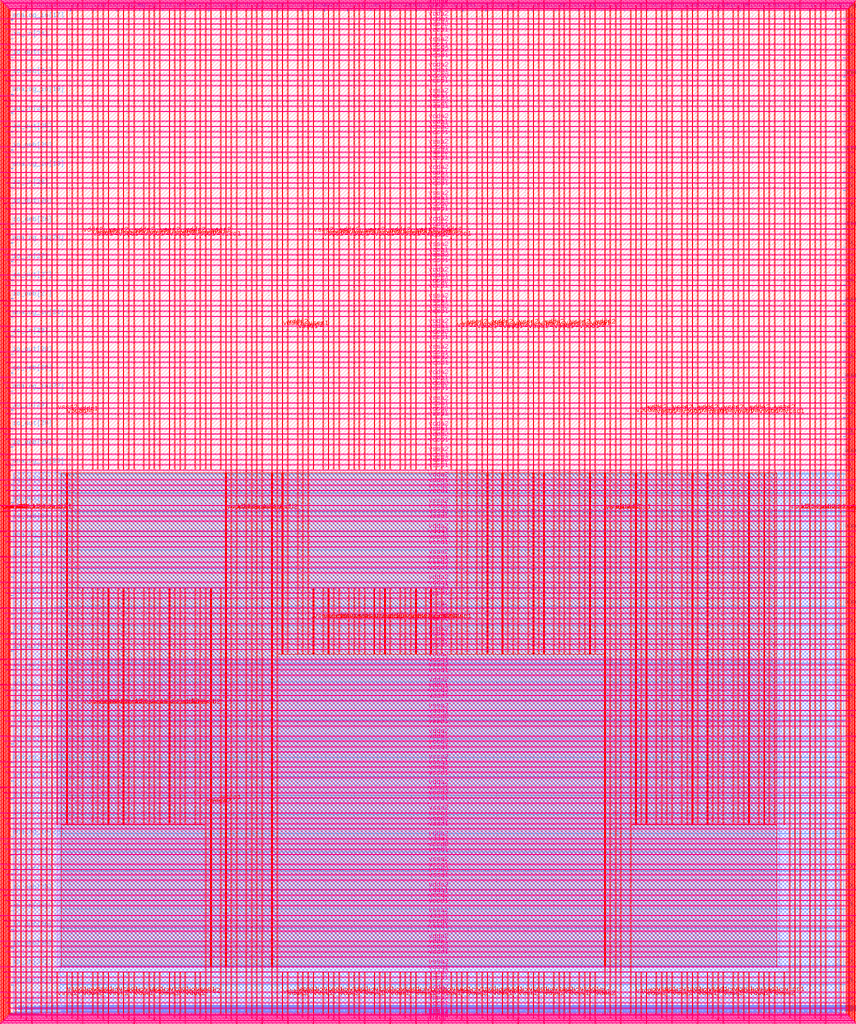
<source format=lef>
VERSION 5.7 ;
  NOWIREEXTENSIONATPIN ON ;
  DIVIDERCHAR "/" ;
  BUSBITCHARS "[]" ;
MACRO user_project_wrapper
  CLASS BLOCK ;
  FOREIGN user_project_wrapper ;
  ORIGIN 0.000 0.000 ;
  SIZE 2920.000 BY 3520.000 ;
  PIN analog_io[0]
    DIRECTION INOUT ;
    USE SIGNAL ;
    PORT
      LAYER met3 ;
        RECT 2917.600 1426.380 2924.800 1427.580 ;
    END
  END analog_io[0]
  PIN analog_io[10]
    DIRECTION INOUT ;
    USE SIGNAL ;
    PORT
      LAYER met2 ;
        RECT 2230.490 3517.600 2231.050 3524.800 ;
    END
  END analog_io[10]
  PIN analog_io[11]
    DIRECTION INOUT ;
    USE SIGNAL ;
    PORT
      LAYER met2 ;
        RECT 1905.730 3517.600 1906.290 3524.800 ;
    END
  END analog_io[11]
  PIN analog_io[12]
    DIRECTION INOUT ;
    USE SIGNAL ;
    PORT
      LAYER met2 ;
        RECT 1581.430 3517.600 1581.990 3524.800 ;
    END
  END analog_io[12]
  PIN analog_io[13]
    DIRECTION INOUT ;
    USE SIGNAL ;
    PORT
      LAYER met2 ;
        RECT 1257.130 3517.600 1257.690 3524.800 ;
    END
  END analog_io[13]
  PIN analog_io[14]
    DIRECTION INOUT ;
    USE SIGNAL ;
    PORT
      LAYER met2 ;
        RECT 932.370 3517.600 932.930 3524.800 ;
    END
  END analog_io[14]
  PIN analog_io[15]
    DIRECTION INOUT ;
    USE SIGNAL ;
    PORT
      LAYER met2 ;
        RECT 608.070 3517.600 608.630 3524.800 ;
    END
  END analog_io[15]
  PIN analog_io[16]
    DIRECTION INOUT ;
    USE SIGNAL ;
    PORT
      LAYER met2 ;
        RECT 283.770 3517.600 284.330 3524.800 ;
    END
  END analog_io[16]
  PIN analog_io[17]
    DIRECTION INOUT ;
    USE SIGNAL ;
    PORT
      LAYER met3 ;
        RECT -4.800 3486.100 2.400 3487.300 ;
    END
  END analog_io[17]
  PIN analog_io[18]
    DIRECTION INOUT ;
    USE SIGNAL ;
    PORT
      LAYER met3 ;
        RECT -4.800 3224.980 2.400 3226.180 ;
    END
  END analog_io[18]
  PIN analog_io[19]
    DIRECTION INOUT ;
    USE SIGNAL ;
    PORT
      LAYER met3 ;
        RECT -4.800 2964.540 2.400 2965.740 ;
    END
  END analog_io[19]
  PIN analog_io[1]
    DIRECTION INOUT ;
    USE SIGNAL ;
    PORT
      LAYER met3 ;
        RECT 2917.600 1692.260 2924.800 1693.460 ;
    END
  END analog_io[1]
  PIN analog_io[20]
    DIRECTION INOUT ;
    USE SIGNAL ;
    PORT
      LAYER met3 ;
        RECT -4.800 2703.420 2.400 2704.620 ;
    END
  END analog_io[20]
  PIN analog_io[21]
    DIRECTION INOUT ;
    USE SIGNAL ;
    PORT
      LAYER met3 ;
        RECT -4.800 2442.980 2.400 2444.180 ;
    END
  END analog_io[21]
  PIN analog_io[22]
    DIRECTION INOUT ;
    USE SIGNAL ;
    PORT
      LAYER met3 ;
        RECT -4.800 2182.540 2.400 2183.740 ;
    END
  END analog_io[22]
  PIN analog_io[23]
    DIRECTION INOUT ;
    USE SIGNAL ;
    PORT
      LAYER met3 ;
        RECT -4.800 1921.420 2.400 1922.620 ;
    END
  END analog_io[23]
  PIN analog_io[24]
    DIRECTION INOUT ;
    USE SIGNAL ;
    PORT
      LAYER met3 ;
        RECT -4.800 1660.980 2.400 1662.180 ;
    END
  END analog_io[24]
  PIN analog_io[25]
    DIRECTION INOUT ;
    USE SIGNAL ;
    PORT
      LAYER met3 ;
        RECT -4.800 1399.860 2.400 1401.060 ;
    END
  END analog_io[25]
  PIN analog_io[26]
    DIRECTION INOUT ;
    USE SIGNAL ;
    PORT
      LAYER met3 ;
        RECT -4.800 1139.420 2.400 1140.620 ;
    END
  END analog_io[26]
  PIN analog_io[27]
    DIRECTION INOUT ;
    USE SIGNAL ;
    PORT
      LAYER met3 ;
        RECT -4.800 878.980 2.400 880.180 ;
    END
  END analog_io[27]
  PIN analog_io[28]
    DIRECTION INOUT ;
    USE SIGNAL ;
    PORT
      LAYER met3 ;
        RECT -4.800 617.860 2.400 619.060 ;
    END
  END analog_io[28]
  PIN analog_io[2]
    DIRECTION INOUT ;
    USE SIGNAL ;
    PORT
      LAYER met3 ;
        RECT 2917.600 1958.140 2924.800 1959.340 ;
    END
  END analog_io[2]
  PIN analog_io[3]
    DIRECTION INOUT ;
    USE SIGNAL ;
    PORT
      LAYER met3 ;
        RECT 2917.600 2223.340 2924.800 2224.540 ;
    END
  END analog_io[3]
  PIN analog_io[4]
    DIRECTION INOUT ;
    USE SIGNAL ;
    PORT
      LAYER met3 ;
        RECT 2917.600 2489.220 2924.800 2490.420 ;
    END
  END analog_io[4]
  PIN analog_io[5]
    DIRECTION INOUT ;
    USE SIGNAL ;
    PORT
      LAYER met3 ;
        RECT 2917.600 2755.100 2924.800 2756.300 ;
    END
  END analog_io[5]
  PIN analog_io[6]
    DIRECTION INOUT ;
    USE SIGNAL ;
    PORT
      LAYER met3 ;
        RECT 2917.600 3020.300 2924.800 3021.500 ;
    END
  END analog_io[6]
  PIN analog_io[7]
    DIRECTION INOUT ;
    USE SIGNAL ;
    PORT
      LAYER met3 ;
        RECT 2917.600 3286.180 2924.800 3287.380 ;
    END
  END analog_io[7]
  PIN analog_io[8]
    DIRECTION INOUT ;
    USE SIGNAL ;
    PORT
      LAYER met2 ;
        RECT 2879.090 3517.600 2879.650 3524.800 ;
    END
  END analog_io[8]
  PIN analog_io[9]
    DIRECTION INOUT ;
    USE SIGNAL ;
    PORT
      LAYER met2 ;
        RECT 2554.790 3517.600 2555.350 3524.800 ;
    END
  END analog_io[9]
  PIN io_in[0]
    DIRECTION INPUT ;
    USE SIGNAL ;
    PORT
      LAYER met3 ;
        RECT 2917.600 32.380 2924.800 33.580 ;
    END
  END io_in[0]
  PIN io_in[10]
    DIRECTION INPUT ;
    USE SIGNAL ;
    PORT
      LAYER met3 ;
        RECT 2917.600 2289.980 2924.800 2291.180 ;
    END
  END io_in[10]
  PIN io_in[11]
    DIRECTION INPUT ;
    USE SIGNAL ;
    PORT
      LAYER met3 ;
        RECT 2917.600 2555.860 2924.800 2557.060 ;
    END
  END io_in[11]
  PIN io_in[12]
    DIRECTION INPUT ;
    USE SIGNAL ;
    PORT
      LAYER met3 ;
        RECT 2917.600 2821.060 2924.800 2822.260 ;
    END
  END io_in[12]
  PIN io_in[13]
    DIRECTION INPUT ;
    USE SIGNAL ;
    PORT
      LAYER met3 ;
        RECT 2917.600 3086.940 2924.800 3088.140 ;
    END
  END io_in[13]
  PIN io_in[14]
    DIRECTION INPUT ;
    USE SIGNAL ;
    PORT
      LAYER met3 ;
        RECT 2917.600 3352.820 2924.800 3354.020 ;
    END
  END io_in[14]
  PIN io_in[15]
    DIRECTION INPUT ;
    USE SIGNAL ;
    PORT
      LAYER met2 ;
        RECT 2798.130 3517.600 2798.690 3524.800 ;
    END
  END io_in[15]
  PIN io_in[16]
    DIRECTION INPUT ;
    USE SIGNAL ;
    PORT
      LAYER met2 ;
        RECT 2473.830 3517.600 2474.390 3524.800 ;
    END
  END io_in[16]
  PIN io_in[17]
    DIRECTION INPUT ;
    USE SIGNAL ;
    PORT
      LAYER met2 ;
        RECT 2149.070 3517.600 2149.630 3524.800 ;
    END
  END io_in[17]
  PIN io_in[18]
    DIRECTION INPUT ;
    USE SIGNAL ;
    PORT
      LAYER met2 ;
        RECT 1824.770 3517.600 1825.330 3524.800 ;
    END
  END io_in[18]
  PIN io_in[19]
    DIRECTION INPUT ;
    USE SIGNAL ;
    PORT
      LAYER met2 ;
        RECT 1500.470 3517.600 1501.030 3524.800 ;
    END
  END io_in[19]
  PIN io_in[1]
    DIRECTION INPUT ;
    USE SIGNAL ;
    PORT
      LAYER met3 ;
        RECT 2917.600 230.940 2924.800 232.140 ;
    END
  END io_in[1]
  PIN io_in[20]
    DIRECTION INPUT ;
    USE SIGNAL ;
    PORT
      LAYER met2 ;
        RECT 1175.710 3517.600 1176.270 3524.800 ;
    END
  END io_in[20]
  PIN io_in[21]
    DIRECTION INPUT ;
    USE SIGNAL ;
    PORT
      LAYER met2 ;
        RECT 851.410 3517.600 851.970 3524.800 ;
    END
  END io_in[21]
  PIN io_in[22]
    DIRECTION INPUT ;
    USE SIGNAL ;
    PORT
      LAYER met2 ;
        RECT 527.110 3517.600 527.670 3524.800 ;
    END
  END io_in[22]
  PIN io_in[23]
    DIRECTION INPUT ;
    USE SIGNAL ;
    PORT
      LAYER met2 ;
        RECT 202.350 3517.600 202.910 3524.800 ;
    END
  END io_in[23]
  PIN io_in[24]
    DIRECTION INPUT ;
    USE SIGNAL ;
    PORT
      LAYER met3 ;
        RECT -4.800 3420.820 2.400 3422.020 ;
    END
  END io_in[24]
  PIN io_in[25]
    DIRECTION INPUT ;
    USE SIGNAL ;
    PORT
      LAYER met3 ;
        RECT -4.800 3159.700 2.400 3160.900 ;
    END
  END io_in[25]
  PIN io_in[26]
    DIRECTION INPUT ;
    USE SIGNAL ;
    PORT
      LAYER met3 ;
        RECT -4.800 2899.260 2.400 2900.460 ;
    END
  END io_in[26]
  PIN io_in[27]
    DIRECTION INPUT ;
    USE SIGNAL ;
    PORT
      LAYER met3 ;
        RECT -4.800 2638.820 2.400 2640.020 ;
    END
  END io_in[27]
  PIN io_in[28]
    DIRECTION INPUT ;
    USE SIGNAL ;
    PORT
      LAYER met3 ;
        RECT -4.800 2377.700 2.400 2378.900 ;
    END
  END io_in[28]
  PIN io_in[29]
    DIRECTION INPUT ;
    USE SIGNAL ;
    PORT
      LAYER met3 ;
        RECT -4.800 2117.260 2.400 2118.460 ;
    END
  END io_in[29]
  PIN io_in[2]
    DIRECTION INPUT ;
    USE SIGNAL ;
    PORT
      LAYER met3 ;
        RECT 2917.600 430.180 2924.800 431.380 ;
    END
  END io_in[2]
  PIN io_in[30]
    DIRECTION INPUT ;
    USE SIGNAL ;
    PORT
      LAYER met3 ;
        RECT -4.800 1856.140 2.400 1857.340 ;
    END
  END io_in[30]
  PIN io_in[31]
    DIRECTION INPUT ;
    USE SIGNAL ;
    PORT
      LAYER met3 ;
        RECT -4.800 1595.700 2.400 1596.900 ;
    END
  END io_in[31]
  PIN io_in[32]
    DIRECTION INPUT ;
    USE SIGNAL ;
    PORT
      LAYER met3 ;
        RECT -4.800 1335.260 2.400 1336.460 ;
    END
  END io_in[32]
  PIN io_in[33]
    DIRECTION INPUT ;
    USE SIGNAL ;
    PORT
      LAYER met3 ;
        RECT -4.800 1074.140 2.400 1075.340 ;
    END
  END io_in[33]
  PIN io_in[34]
    DIRECTION INPUT ;
    USE SIGNAL ;
    PORT
      LAYER met3 ;
        RECT -4.800 813.700 2.400 814.900 ;
    END
  END io_in[34]
  PIN io_in[35]
    DIRECTION INPUT ;
    USE SIGNAL ;
    PORT
      LAYER met3 ;
        RECT -4.800 552.580 2.400 553.780 ;
    END
  END io_in[35]
  PIN io_in[36]
    DIRECTION INPUT ;
    USE SIGNAL ;
    PORT
      LAYER met3 ;
        RECT -4.800 357.420 2.400 358.620 ;
    END
  END io_in[36]
  PIN io_in[37]
    DIRECTION INPUT ;
    USE SIGNAL ;
    PORT
      LAYER met3 ;
        RECT -4.800 161.580 2.400 162.780 ;
    END
  END io_in[37]
  PIN io_in[3]
    DIRECTION INPUT ;
    USE SIGNAL ;
    PORT
      LAYER met3 ;
        RECT 2917.600 629.420 2924.800 630.620 ;
    END
  END io_in[3]
  PIN io_in[4]
    DIRECTION INPUT ;
    USE SIGNAL ;
    PORT
      LAYER met3 ;
        RECT 2917.600 828.660 2924.800 829.860 ;
    END
  END io_in[4]
  PIN io_in[5]
    DIRECTION INPUT ;
    USE SIGNAL ;
    PORT
      LAYER met3 ;
        RECT 2917.600 1027.900 2924.800 1029.100 ;
    END
  END io_in[5]
  PIN io_in[6]
    DIRECTION INPUT ;
    USE SIGNAL ;
    PORT
      LAYER met3 ;
        RECT 2917.600 1227.140 2924.800 1228.340 ;
    END
  END io_in[6]
  PIN io_in[7]
    DIRECTION INPUT ;
    USE SIGNAL ;
    PORT
      LAYER met3 ;
        RECT 2917.600 1493.020 2924.800 1494.220 ;
    END
  END io_in[7]
  PIN io_in[8]
    DIRECTION INPUT ;
    USE SIGNAL ;
    PORT
      LAYER met3 ;
        RECT 2917.600 1758.900 2924.800 1760.100 ;
    END
  END io_in[8]
  PIN io_in[9]
    DIRECTION INPUT ;
    USE SIGNAL ;
    PORT
      LAYER met3 ;
        RECT 2917.600 2024.100 2924.800 2025.300 ;
    END
  END io_in[9]
  PIN io_oeb[0]
    DIRECTION OUTPUT TRISTATE ;
    USE SIGNAL ;
    PORT
      LAYER met3 ;
        RECT 2917.600 164.980 2924.800 166.180 ;
    END
  END io_oeb[0]
  PIN io_oeb[10]
    DIRECTION OUTPUT TRISTATE ;
    USE SIGNAL ;
    PORT
      LAYER met3 ;
        RECT 2917.600 2422.580 2924.800 2423.780 ;
    END
  END io_oeb[10]
  PIN io_oeb[11]
    DIRECTION OUTPUT TRISTATE ;
    USE SIGNAL ;
    PORT
      LAYER met3 ;
        RECT 2917.600 2688.460 2924.800 2689.660 ;
    END
  END io_oeb[11]
  PIN io_oeb[12]
    DIRECTION OUTPUT TRISTATE ;
    USE SIGNAL ;
    PORT
      LAYER met3 ;
        RECT 2917.600 2954.340 2924.800 2955.540 ;
    END
  END io_oeb[12]
  PIN io_oeb[13]
    DIRECTION OUTPUT TRISTATE ;
    USE SIGNAL ;
    PORT
      LAYER met3 ;
        RECT 2917.600 3219.540 2924.800 3220.740 ;
    END
  END io_oeb[13]
  PIN io_oeb[14]
    DIRECTION OUTPUT TRISTATE ;
    USE SIGNAL ;
    PORT
      LAYER met3 ;
        RECT 2917.600 3485.420 2924.800 3486.620 ;
    END
  END io_oeb[14]
  PIN io_oeb[15]
    DIRECTION OUTPUT TRISTATE ;
    USE SIGNAL ;
    PORT
      LAYER met2 ;
        RECT 2635.750 3517.600 2636.310 3524.800 ;
    END
  END io_oeb[15]
  PIN io_oeb[16]
    DIRECTION OUTPUT TRISTATE ;
    USE SIGNAL ;
    PORT
      LAYER met2 ;
        RECT 2311.450 3517.600 2312.010 3524.800 ;
    END
  END io_oeb[16]
  PIN io_oeb[17]
    DIRECTION OUTPUT TRISTATE ;
    USE SIGNAL ;
    PORT
      LAYER met2 ;
        RECT 1987.150 3517.600 1987.710 3524.800 ;
    END
  END io_oeb[17]
  PIN io_oeb[18]
    DIRECTION OUTPUT TRISTATE ;
    USE SIGNAL ;
    PORT
      LAYER met2 ;
        RECT 1662.390 3517.600 1662.950 3524.800 ;
    END
  END io_oeb[18]
  PIN io_oeb[19]
    DIRECTION OUTPUT TRISTATE ;
    USE SIGNAL ;
    PORT
      LAYER met2 ;
        RECT 1338.090 3517.600 1338.650 3524.800 ;
    END
  END io_oeb[19]
  PIN io_oeb[1]
    DIRECTION OUTPUT TRISTATE ;
    USE SIGNAL ;
    PORT
      LAYER met3 ;
        RECT 2917.600 364.220 2924.800 365.420 ;
    END
  END io_oeb[1]
  PIN io_oeb[20]
    DIRECTION OUTPUT TRISTATE ;
    USE SIGNAL ;
    PORT
      LAYER met2 ;
        RECT 1013.790 3517.600 1014.350 3524.800 ;
    END
  END io_oeb[20]
  PIN io_oeb[21]
    DIRECTION OUTPUT TRISTATE ;
    USE SIGNAL ;
    PORT
      LAYER met2 ;
        RECT 689.030 3517.600 689.590 3524.800 ;
    END
  END io_oeb[21]
  PIN io_oeb[22]
    DIRECTION OUTPUT TRISTATE ;
    USE SIGNAL ;
    PORT
      LAYER met2 ;
        RECT 364.730 3517.600 365.290 3524.800 ;
    END
  END io_oeb[22]
  PIN io_oeb[23]
    DIRECTION OUTPUT TRISTATE ;
    USE SIGNAL ;
    PORT
      LAYER met2 ;
        RECT 40.430 3517.600 40.990 3524.800 ;
    END
  END io_oeb[23]
  PIN io_oeb[24]
    DIRECTION OUTPUT TRISTATE ;
    USE SIGNAL ;
    PORT
      LAYER met3 ;
        RECT -4.800 3290.260 2.400 3291.460 ;
    END
  END io_oeb[24]
  PIN io_oeb[25]
    DIRECTION OUTPUT TRISTATE ;
    USE SIGNAL ;
    PORT
      LAYER met3 ;
        RECT -4.800 3029.820 2.400 3031.020 ;
    END
  END io_oeb[25]
  PIN io_oeb[26]
    DIRECTION OUTPUT TRISTATE ;
    USE SIGNAL ;
    PORT
      LAYER met3 ;
        RECT -4.800 2768.700 2.400 2769.900 ;
    END
  END io_oeb[26]
  PIN io_oeb[27]
    DIRECTION OUTPUT TRISTATE ;
    USE SIGNAL ;
    PORT
      LAYER met3 ;
        RECT -4.800 2508.260 2.400 2509.460 ;
    END
  END io_oeb[27]
  PIN io_oeb[28]
    DIRECTION OUTPUT TRISTATE ;
    USE SIGNAL ;
    PORT
      LAYER met3 ;
        RECT -4.800 2247.140 2.400 2248.340 ;
    END
  END io_oeb[28]
  PIN io_oeb[29]
    DIRECTION OUTPUT TRISTATE ;
    USE SIGNAL ;
    PORT
      LAYER met3 ;
        RECT -4.800 1986.700 2.400 1987.900 ;
    END
  END io_oeb[29]
  PIN io_oeb[2]
    DIRECTION OUTPUT TRISTATE ;
    USE SIGNAL ;
    PORT
      LAYER met3 ;
        RECT 2917.600 563.460 2924.800 564.660 ;
    END
  END io_oeb[2]
  PIN io_oeb[30]
    DIRECTION OUTPUT TRISTATE ;
    USE SIGNAL ;
    PORT
      LAYER met3 ;
        RECT -4.800 1726.260 2.400 1727.460 ;
    END
  END io_oeb[30]
  PIN io_oeb[31]
    DIRECTION OUTPUT TRISTATE ;
    USE SIGNAL ;
    PORT
      LAYER met3 ;
        RECT -4.800 1465.140 2.400 1466.340 ;
    END
  END io_oeb[31]
  PIN io_oeb[32]
    DIRECTION OUTPUT TRISTATE ;
    USE SIGNAL ;
    PORT
      LAYER met3 ;
        RECT -4.800 1204.700 2.400 1205.900 ;
    END
  END io_oeb[32]
  PIN io_oeb[33]
    DIRECTION OUTPUT TRISTATE ;
    USE SIGNAL ;
    PORT
      LAYER met3 ;
        RECT -4.800 943.580 2.400 944.780 ;
    END
  END io_oeb[33]
  PIN io_oeb[34]
    DIRECTION OUTPUT TRISTATE ;
    USE SIGNAL ;
    PORT
      LAYER met3 ;
        RECT -4.800 683.140 2.400 684.340 ;
    END
  END io_oeb[34]
  PIN io_oeb[35]
    DIRECTION OUTPUT TRISTATE ;
    USE SIGNAL ;
    PORT
      LAYER met3 ;
        RECT -4.800 422.700 2.400 423.900 ;
    END
  END io_oeb[35]
  PIN io_oeb[36]
    DIRECTION OUTPUT TRISTATE ;
    USE SIGNAL ;
    PORT
      LAYER met3 ;
        RECT -4.800 226.860 2.400 228.060 ;
    END
  END io_oeb[36]
  PIN io_oeb[37]
    DIRECTION OUTPUT TRISTATE ;
    USE SIGNAL ;
    PORT
      LAYER met3 ;
        RECT -4.800 31.700 2.400 32.900 ;
    END
  END io_oeb[37]
  PIN io_oeb[3]
    DIRECTION OUTPUT TRISTATE ;
    USE SIGNAL ;
    PORT
      LAYER met3 ;
        RECT 2917.600 762.700 2924.800 763.900 ;
    END
  END io_oeb[3]
  PIN io_oeb[4]
    DIRECTION OUTPUT TRISTATE ;
    USE SIGNAL ;
    PORT
      LAYER met3 ;
        RECT 2917.600 961.940 2924.800 963.140 ;
    END
  END io_oeb[4]
  PIN io_oeb[5]
    DIRECTION OUTPUT TRISTATE ;
    USE SIGNAL ;
    PORT
      LAYER met3 ;
        RECT 2917.600 1161.180 2924.800 1162.380 ;
    END
  END io_oeb[5]
  PIN io_oeb[6]
    DIRECTION OUTPUT TRISTATE ;
    USE SIGNAL ;
    PORT
      LAYER met3 ;
        RECT 2917.600 1360.420 2924.800 1361.620 ;
    END
  END io_oeb[6]
  PIN io_oeb[7]
    DIRECTION OUTPUT TRISTATE ;
    USE SIGNAL ;
    PORT
      LAYER met3 ;
        RECT 2917.600 1625.620 2924.800 1626.820 ;
    END
  END io_oeb[7]
  PIN io_oeb[8]
    DIRECTION OUTPUT TRISTATE ;
    USE SIGNAL ;
    PORT
      LAYER met3 ;
        RECT 2917.600 1891.500 2924.800 1892.700 ;
    END
  END io_oeb[8]
  PIN io_oeb[9]
    DIRECTION OUTPUT TRISTATE ;
    USE SIGNAL ;
    PORT
      LAYER met3 ;
        RECT 2917.600 2157.380 2924.800 2158.580 ;
    END
  END io_oeb[9]
  PIN io_out[0]
    DIRECTION OUTPUT TRISTATE ;
    USE SIGNAL ;
    PORT
      LAYER met3 ;
        RECT 2917.600 98.340 2924.800 99.540 ;
    END
  END io_out[0]
  PIN io_out[10]
    DIRECTION OUTPUT TRISTATE ;
    USE SIGNAL ;
    PORT
      LAYER met3 ;
        RECT 2917.600 2356.620 2924.800 2357.820 ;
    END
  END io_out[10]
  PIN io_out[11]
    DIRECTION OUTPUT TRISTATE ;
    USE SIGNAL ;
    PORT
      LAYER met3 ;
        RECT 2917.600 2621.820 2924.800 2623.020 ;
    END
  END io_out[11]
  PIN io_out[12]
    DIRECTION OUTPUT TRISTATE ;
    USE SIGNAL ;
    PORT
      LAYER met3 ;
        RECT 2917.600 2887.700 2924.800 2888.900 ;
    END
  END io_out[12]
  PIN io_out[13]
    DIRECTION OUTPUT TRISTATE ;
    USE SIGNAL ;
    PORT
      LAYER met3 ;
        RECT 2917.600 3153.580 2924.800 3154.780 ;
    END
  END io_out[13]
  PIN io_out[14]
    DIRECTION OUTPUT TRISTATE ;
    USE SIGNAL ;
    PORT
      LAYER met3 ;
        RECT 2917.600 3418.780 2924.800 3419.980 ;
    END
  END io_out[14]
  PIN io_out[15]
    DIRECTION OUTPUT TRISTATE ;
    USE SIGNAL ;
    PORT
      LAYER met2 ;
        RECT 2717.170 3517.600 2717.730 3524.800 ;
    END
  END io_out[15]
  PIN io_out[16]
    DIRECTION OUTPUT TRISTATE ;
    USE SIGNAL ;
    PORT
      LAYER met2 ;
        RECT 2392.410 3517.600 2392.970 3524.800 ;
    END
  END io_out[16]
  PIN io_out[17]
    DIRECTION OUTPUT TRISTATE ;
    USE SIGNAL ;
    PORT
      LAYER met2 ;
        RECT 2068.110 3517.600 2068.670 3524.800 ;
    END
  END io_out[17]
  PIN io_out[18]
    DIRECTION OUTPUT TRISTATE ;
    USE SIGNAL ;
    PORT
      LAYER met2 ;
        RECT 1743.810 3517.600 1744.370 3524.800 ;
    END
  END io_out[18]
  PIN io_out[19]
    DIRECTION OUTPUT TRISTATE ;
    USE SIGNAL ;
    PORT
      LAYER met2 ;
        RECT 1419.050 3517.600 1419.610 3524.800 ;
    END
  END io_out[19]
  PIN io_out[1]
    DIRECTION OUTPUT TRISTATE ;
    USE SIGNAL ;
    PORT
      LAYER met3 ;
        RECT 2917.600 297.580 2924.800 298.780 ;
    END
  END io_out[1]
  PIN io_out[20]
    DIRECTION OUTPUT TRISTATE ;
    USE SIGNAL ;
    PORT
      LAYER met2 ;
        RECT 1094.750 3517.600 1095.310 3524.800 ;
    END
  END io_out[20]
  PIN io_out[21]
    DIRECTION OUTPUT TRISTATE ;
    USE SIGNAL ;
    PORT
      LAYER met2 ;
        RECT 770.450 3517.600 771.010 3524.800 ;
    END
  END io_out[21]
  PIN io_out[22]
    DIRECTION OUTPUT TRISTATE ;
    USE SIGNAL ;
    PORT
      LAYER met2 ;
        RECT 445.690 3517.600 446.250 3524.800 ;
    END
  END io_out[22]
  PIN io_out[23]
    DIRECTION OUTPUT TRISTATE ;
    USE SIGNAL ;
    PORT
      LAYER met2 ;
        RECT 121.390 3517.600 121.950 3524.800 ;
    END
  END io_out[23]
  PIN io_out[24]
    DIRECTION OUTPUT TRISTATE ;
    USE SIGNAL ;
    PORT
      LAYER met3 ;
        RECT -4.800 3355.540 2.400 3356.740 ;
    END
  END io_out[24]
  PIN io_out[25]
    DIRECTION OUTPUT TRISTATE ;
    USE SIGNAL ;
    PORT
      LAYER met3 ;
        RECT -4.800 3095.100 2.400 3096.300 ;
    END
  END io_out[25]
  PIN io_out[26]
    DIRECTION OUTPUT TRISTATE ;
    USE SIGNAL ;
    PORT
      LAYER met3 ;
        RECT -4.800 2833.980 2.400 2835.180 ;
    END
  END io_out[26]
  PIN io_out[27]
    DIRECTION OUTPUT TRISTATE ;
    USE SIGNAL ;
    PORT
      LAYER met3 ;
        RECT -4.800 2573.540 2.400 2574.740 ;
    END
  END io_out[27]
  PIN io_out[28]
    DIRECTION OUTPUT TRISTATE ;
    USE SIGNAL ;
    PORT
      LAYER met3 ;
        RECT -4.800 2312.420 2.400 2313.620 ;
    END
  END io_out[28]
  PIN io_out[29]
    DIRECTION OUTPUT TRISTATE ;
    USE SIGNAL ;
    PORT
      LAYER met3 ;
        RECT -4.800 2051.980 2.400 2053.180 ;
    END
  END io_out[29]
  PIN io_out[2]
    DIRECTION OUTPUT TRISTATE ;
    USE SIGNAL ;
    PORT
      LAYER met3 ;
        RECT 2917.600 496.820 2924.800 498.020 ;
    END
  END io_out[2]
  PIN io_out[30]
    DIRECTION OUTPUT TRISTATE ;
    USE SIGNAL ;
    PORT
      LAYER met3 ;
        RECT -4.800 1791.540 2.400 1792.740 ;
    END
  END io_out[30]
  PIN io_out[31]
    DIRECTION OUTPUT TRISTATE ;
    USE SIGNAL ;
    PORT
      LAYER met3 ;
        RECT -4.800 1530.420 2.400 1531.620 ;
    END
  END io_out[31]
  PIN io_out[32]
    DIRECTION OUTPUT TRISTATE ;
    USE SIGNAL ;
    PORT
      LAYER met3 ;
        RECT -4.800 1269.980 2.400 1271.180 ;
    END
  END io_out[32]
  PIN io_out[33]
    DIRECTION OUTPUT TRISTATE ;
    USE SIGNAL ;
    PORT
      LAYER met3 ;
        RECT -4.800 1008.860 2.400 1010.060 ;
    END
  END io_out[33]
  PIN io_out[34]
    DIRECTION OUTPUT TRISTATE ;
    USE SIGNAL ;
    PORT
      LAYER met3 ;
        RECT -4.800 748.420 2.400 749.620 ;
    END
  END io_out[34]
  PIN io_out[35]
    DIRECTION OUTPUT TRISTATE ;
    USE SIGNAL ;
    PORT
      LAYER met3 ;
        RECT -4.800 487.300 2.400 488.500 ;
    END
  END io_out[35]
  PIN io_out[36]
    DIRECTION OUTPUT TRISTATE ;
    USE SIGNAL ;
    PORT
      LAYER met3 ;
        RECT -4.800 292.140 2.400 293.340 ;
    END
  END io_out[36]
  PIN io_out[37]
    DIRECTION OUTPUT TRISTATE ;
    USE SIGNAL ;
    PORT
      LAYER met3 ;
        RECT -4.800 96.300 2.400 97.500 ;
    END
  END io_out[37]
  PIN io_out[3]
    DIRECTION OUTPUT TRISTATE ;
    USE SIGNAL ;
    PORT
      LAYER met3 ;
        RECT 2917.600 696.060 2924.800 697.260 ;
    END
  END io_out[3]
  PIN io_out[4]
    DIRECTION OUTPUT TRISTATE ;
    USE SIGNAL ;
    PORT
      LAYER met3 ;
        RECT 2917.600 895.300 2924.800 896.500 ;
    END
  END io_out[4]
  PIN io_out[5]
    DIRECTION OUTPUT TRISTATE ;
    USE SIGNAL ;
    PORT
      LAYER met3 ;
        RECT 2917.600 1094.540 2924.800 1095.740 ;
    END
  END io_out[5]
  PIN io_out[6]
    DIRECTION OUTPUT TRISTATE ;
    USE SIGNAL ;
    PORT
      LAYER met3 ;
        RECT 2917.600 1293.780 2924.800 1294.980 ;
    END
  END io_out[6]
  PIN io_out[7]
    DIRECTION OUTPUT TRISTATE ;
    USE SIGNAL ;
    PORT
      LAYER met3 ;
        RECT 2917.600 1559.660 2924.800 1560.860 ;
    END
  END io_out[7]
  PIN io_out[8]
    DIRECTION OUTPUT TRISTATE ;
    USE SIGNAL ;
    PORT
      LAYER met3 ;
        RECT 2917.600 1824.860 2924.800 1826.060 ;
    END
  END io_out[8]
  PIN io_out[9]
    DIRECTION OUTPUT TRISTATE ;
    USE SIGNAL ;
    PORT
      LAYER met3 ;
        RECT 2917.600 2090.740 2924.800 2091.940 ;
    END
  END io_out[9]
  PIN la_data_in[0]
    DIRECTION INPUT ;
    USE SIGNAL ;
    PORT
      LAYER met2 ;
        RECT 629.230 -4.800 629.790 2.400 ;
    END
  END la_data_in[0]
  PIN la_data_in[100]
    DIRECTION INPUT ;
    USE SIGNAL ;
    PORT
      LAYER met2 ;
        RECT 2402.530 -4.800 2403.090 2.400 ;
    END
  END la_data_in[100]
  PIN la_data_in[101]
    DIRECTION INPUT ;
    USE SIGNAL ;
    PORT
      LAYER met2 ;
        RECT 2420.010 -4.800 2420.570 2.400 ;
    END
  END la_data_in[101]
  PIN la_data_in[102]
    DIRECTION INPUT ;
    USE SIGNAL ;
    PORT
      LAYER met2 ;
        RECT 2437.950 -4.800 2438.510 2.400 ;
    END
  END la_data_in[102]
  PIN la_data_in[103]
    DIRECTION INPUT ;
    USE SIGNAL ;
    PORT
      LAYER met2 ;
        RECT 2455.430 -4.800 2455.990 2.400 ;
    END
  END la_data_in[103]
  PIN la_data_in[104]
    DIRECTION INPUT ;
    USE SIGNAL ;
    PORT
      LAYER met2 ;
        RECT 2473.370 -4.800 2473.930 2.400 ;
    END
  END la_data_in[104]
  PIN la_data_in[105]
    DIRECTION INPUT ;
    USE SIGNAL ;
    PORT
      LAYER met2 ;
        RECT 2490.850 -4.800 2491.410 2.400 ;
    END
  END la_data_in[105]
  PIN la_data_in[106]
    DIRECTION INPUT ;
    USE SIGNAL ;
    PORT
      LAYER met2 ;
        RECT 2508.790 -4.800 2509.350 2.400 ;
    END
  END la_data_in[106]
  PIN la_data_in[107]
    DIRECTION INPUT ;
    USE SIGNAL ;
    PORT
      LAYER met2 ;
        RECT 2526.730 -4.800 2527.290 2.400 ;
    END
  END la_data_in[107]
  PIN la_data_in[108]
    DIRECTION INPUT ;
    USE SIGNAL ;
    PORT
      LAYER met2 ;
        RECT 2544.210 -4.800 2544.770 2.400 ;
    END
  END la_data_in[108]
  PIN la_data_in[109]
    DIRECTION INPUT ;
    USE SIGNAL ;
    PORT
      LAYER met2 ;
        RECT 2562.150 -4.800 2562.710 2.400 ;
    END
  END la_data_in[109]
  PIN la_data_in[10]
    DIRECTION INPUT ;
    USE SIGNAL ;
    PORT
      LAYER met2 ;
        RECT 806.330 -4.800 806.890 2.400 ;
    END
  END la_data_in[10]
  PIN la_data_in[110]
    DIRECTION INPUT ;
    USE SIGNAL ;
    PORT
      LAYER met2 ;
        RECT 2579.630 -4.800 2580.190 2.400 ;
    END
  END la_data_in[110]
  PIN la_data_in[111]
    DIRECTION INPUT ;
    USE SIGNAL ;
    PORT
      LAYER met2 ;
        RECT 2597.570 -4.800 2598.130 2.400 ;
    END
  END la_data_in[111]
  PIN la_data_in[112]
    DIRECTION INPUT ;
    USE SIGNAL ;
    PORT
      LAYER met2 ;
        RECT 2615.050 -4.800 2615.610 2.400 ;
    END
  END la_data_in[112]
  PIN la_data_in[113]
    DIRECTION INPUT ;
    USE SIGNAL ;
    PORT
      LAYER met2 ;
        RECT 2632.990 -4.800 2633.550 2.400 ;
    END
  END la_data_in[113]
  PIN la_data_in[114]
    DIRECTION INPUT ;
    USE SIGNAL ;
    PORT
      LAYER met2 ;
        RECT 2650.470 -4.800 2651.030 2.400 ;
    END
  END la_data_in[114]
  PIN la_data_in[115]
    DIRECTION INPUT ;
    USE SIGNAL ;
    PORT
      LAYER met2 ;
        RECT 2668.410 -4.800 2668.970 2.400 ;
    END
  END la_data_in[115]
  PIN la_data_in[116]
    DIRECTION INPUT ;
    USE SIGNAL ;
    PORT
      LAYER met2 ;
        RECT 2685.890 -4.800 2686.450 2.400 ;
    END
  END la_data_in[116]
  PIN la_data_in[117]
    DIRECTION INPUT ;
    USE SIGNAL ;
    PORT
      LAYER met2 ;
        RECT 2703.830 -4.800 2704.390 2.400 ;
    END
  END la_data_in[117]
  PIN la_data_in[118]
    DIRECTION INPUT ;
    USE SIGNAL ;
    PORT
      LAYER met2 ;
        RECT 2721.770 -4.800 2722.330 2.400 ;
    END
  END la_data_in[118]
  PIN la_data_in[119]
    DIRECTION INPUT ;
    USE SIGNAL ;
    PORT
      LAYER met2 ;
        RECT 2739.250 -4.800 2739.810 2.400 ;
    END
  END la_data_in[119]
  PIN la_data_in[11]
    DIRECTION INPUT ;
    USE SIGNAL ;
    PORT
      LAYER met2 ;
        RECT 824.270 -4.800 824.830 2.400 ;
    END
  END la_data_in[11]
  PIN la_data_in[120]
    DIRECTION INPUT ;
    USE SIGNAL ;
    PORT
      LAYER met2 ;
        RECT 2757.190 -4.800 2757.750 2.400 ;
    END
  END la_data_in[120]
  PIN la_data_in[121]
    DIRECTION INPUT ;
    USE SIGNAL ;
    PORT
      LAYER met2 ;
        RECT 2774.670 -4.800 2775.230 2.400 ;
    END
  END la_data_in[121]
  PIN la_data_in[122]
    DIRECTION INPUT ;
    USE SIGNAL ;
    PORT
      LAYER met2 ;
        RECT 2792.610 -4.800 2793.170 2.400 ;
    END
  END la_data_in[122]
  PIN la_data_in[123]
    DIRECTION INPUT ;
    USE SIGNAL ;
    PORT
      LAYER met2 ;
        RECT 2810.090 -4.800 2810.650 2.400 ;
    END
  END la_data_in[123]
  PIN la_data_in[124]
    DIRECTION INPUT ;
    USE SIGNAL ;
    PORT
      LAYER met2 ;
        RECT 2828.030 -4.800 2828.590 2.400 ;
    END
  END la_data_in[124]
  PIN la_data_in[125]
    DIRECTION INPUT ;
    USE SIGNAL ;
    PORT
      LAYER met2 ;
        RECT 2845.510 -4.800 2846.070 2.400 ;
    END
  END la_data_in[125]
  PIN la_data_in[126]
    DIRECTION INPUT ;
    USE SIGNAL ;
    PORT
      LAYER met2 ;
        RECT 2863.450 -4.800 2864.010 2.400 ;
    END
  END la_data_in[126]
  PIN la_data_in[127]
    DIRECTION INPUT ;
    USE SIGNAL ;
    PORT
      LAYER met2 ;
        RECT 2881.390 -4.800 2881.950 2.400 ;
    END
  END la_data_in[127]
  PIN la_data_in[12]
    DIRECTION INPUT ;
    USE SIGNAL ;
    PORT
      LAYER met2 ;
        RECT 841.750 -4.800 842.310 2.400 ;
    END
  END la_data_in[12]
  PIN la_data_in[13]
    DIRECTION INPUT ;
    USE SIGNAL ;
    PORT
      LAYER met2 ;
        RECT 859.690 -4.800 860.250 2.400 ;
    END
  END la_data_in[13]
  PIN la_data_in[14]
    DIRECTION INPUT ;
    USE SIGNAL ;
    PORT
      LAYER met2 ;
        RECT 877.170 -4.800 877.730 2.400 ;
    END
  END la_data_in[14]
  PIN la_data_in[15]
    DIRECTION INPUT ;
    USE SIGNAL ;
    PORT
      LAYER met2 ;
        RECT 895.110 -4.800 895.670 2.400 ;
    END
  END la_data_in[15]
  PIN la_data_in[16]
    DIRECTION INPUT ;
    USE SIGNAL ;
    PORT
      LAYER met2 ;
        RECT 912.590 -4.800 913.150 2.400 ;
    END
  END la_data_in[16]
  PIN la_data_in[17]
    DIRECTION INPUT ;
    USE SIGNAL ;
    PORT
      LAYER met2 ;
        RECT 930.530 -4.800 931.090 2.400 ;
    END
  END la_data_in[17]
  PIN la_data_in[18]
    DIRECTION INPUT ;
    USE SIGNAL ;
    PORT
      LAYER met2 ;
        RECT 948.470 -4.800 949.030 2.400 ;
    END
  END la_data_in[18]
  PIN la_data_in[19]
    DIRECTION INPUT ;
    USE SIGNAL ;
    PORT
      LAYER met2 ;
        RECT 965.950 -4.800 966.510 2.400 ;
    END
  END la_data_in[19]
  PIN la_data_in[1]
    DIRECTION INPUT ;
    USE SIGNAL ;
    PORT
      LAYER met2 ;
        RECT 646.710 -4.800 647.270 2.400 ;
    END
  END la_data_in[1]
  PIN la_data_in[20]
    DIRECTION INPUT ;
    USE SIGNAL ;
    PORT
      LAYER met2 ;
        RECT 983.890 -4.800 984.450 2.400 ;
    END
  END la_data_in[20]
  PIN la_data_in[21]
    DIRECTION INPUT ;
    USE SIGNAL ;
    PORT
      LAYER met2 ;
        RECT 1001.370 -4.800 1001.930 2.400 ;
    END
  END la_data_in[21]
  PIN la_data_in[22]
    DIRECTION INPUT ;
    USE SIGNAL ;
    PORT
      LAYER met2 ;
        RECT 1019.310 -4.800 1019.870 2.400 ;
    END
  END la_data_in[22]
  PIN la_data_in[23]
    DIRECTION INPUT ;
    USE SIGNAL ;
    PORT
      LAYER met2 ;
        RECT 1036.790 -4.800 1037.350 2.400 ;
    END
  END la_data_in[23]
  PIN la_data_in[24]
    DIRECTION INPUT ;
    USE SIGNAL ;
    PORT
      LAYER met2 ;
        RECT 1054.730 -4.800 1055.290 2.400 ;
    END
  END la_data_in[24]
  PIN la_data_in[25]
    DIRECTION INPUT ;
    USE SIGNAL ;
    PORT
      LAYER met2 ;
        RECT 1072.210 -4.800 1072.770 2.400 ;
    END
  END la_data_in[25]
  PIN la_data_in[26]
    DIRECTION INPUT ;
    USE SIGNAL ;
    PORT
      LAYER met2 ;
        RECT 1090.150 -4.800 1090.710 2.400 ;
    END
  END la_data_in[26]
  PIN la_data_in[27]
    DIRECTION INPUT ;
    USE SIGNAL ;
    PORT
      LAYER met2 ;
        RECT 1107.630 -4.800 1108.190 2.400 ;
    END
  END la_data_in[27]
  PIN la_data_in[28]
    DIRECTION INPUT ;
    USE SIGNAL ;
    PORT
      LAYER met2 ;
        RECT 1125.570 -4.800 1126.130 2.400 ;
    END
  END la_data_in[28]
  PIN la_data_in[29]
    DIRECTION INPUT ;
    USE SIGNAL ;
    PORT
      LAYER met2 ;
        RECT 1143.510 -4.800 1144.070 2.400 ;
    END
  END la_data_in[29]
  PIN la_data_in[2]
    DIRECTION INPUT ;
    USE SIGNAL ;
    PORT
      LAYER met2 ;
        RECT 664.650 -4.800 665.210 2.400 ;
    END
  END la_data_in[2]
  PIN la_data_in[30]
    DIRECTION INPUT ;
    USE SIGNAL ;
    PORT
      LAYER met2 ;
        RECT 1160.990 -4.800 1161.550 2.400 ;
    END
  END la_data_in[30]
  PIN la_data_in[31]
    DIRECTION INPUT ;
    USE SIGNAL ;
    PORT
      LAYER met2 ;
        RECT 1178.930 -4.800 1179.490 2.400 ;
    END
  END la_data_in[31]
  PIN la_data_in[32]
    DIRECTION INPUT ;
    USE SIGNAL ;
    PORT
      LAYER met2 ;
        RECT 1196.410 -4.800 1196.970 2.400 ;
    END
  END la_data_in[32]
  PIN la_data_in[33]
    DIRECTION INPUT ;
    USE SIGNAL ;
    PORT
      LAYER met2 ;
        RECT 1214.350 -4.800 1214.910 2.400 ;
    END
  END la_data_in[33]
  PIN la_data_in[34]
    DIRECTION INPUT ;
    USE SIGNAL ;
    PORT
      LAYER met2 ;
        RECT 1231.830 -4.800 1232.390 2.400 ;
    END
  END la_data_in[34]
  PIN la_data_in[35]
    DIRECTION INPUT ;
    USE SIGNAL ;
    PORT
      LAYER met2 ;
        RECT 1249.770 -4.800 1250.330 2.400 ;
    END
  END la_data_in[35]
  PIN la_data_in[36]
    DIRECTION INPUT ;
    USE SIGNAL ;
    PORT
      LAYER met2 ;
        RECT 1267.250 -4.800 1267.810 2.400 ;
    END
  END la_data_in[36]
  PIN la_data_in[37]
    DIRECTION INPUT ;
    USE SIGNAL ;
    PORT
      LAYER met2 ;
        RECT 1285.190 -4.800 1285.750 2.400 ;
    END
  END la_data_in[37]
  PIN la_data_in[38]
    DIRECTION INPUT ;
    USE SIGNAL ;
    PORT
      LAYER met2 ;
        RECT 1303.130 -4.800 1303.690 2.400 ;
    END
  END la_data_in[38]
  PIN la_data_in[39]
    DIRECTION INPUT ;
    USE SIGNAL ;
    PORT
      LAYER met2 ;
        RECT 1320.610 -4.800 1321.170 2.400 ;
    END
  END la_data_in[39]
  PIN la_data_in[3]
    DIRECTION INPUT ;
    USE SIGNAL ;
    PORT
      LAYER met2 ;
        RECT 682.130 -4.800 682.690 2.400 ;
    END
  END la_data_in[3]
  PIN la_data_in[40]
    DIRECTION INPUT ;
    USE SIGNAL ;
    PORT
      LAYER met2 ;
        RECT 1338.550 -4.800 1339.110 2.400 ;
    END
  END la_data_in[40]
  PIN la_data_in[41]
    DIRECTION INPUT ;
    USE SIGNAL ;
    PORT
      LAYER met2 ;
        RECT 1356.030 -4.800 1356.590 2.400 ;
    END
  END la_data_in[41]
  PIN la_data_in[42]
    DIRECTION INPUT ;
    USE SIGNAL ;
    PORT
      LAYER met2 ;
        RECT 1373.970 -4.800 1374.530 2.400 ;
    END
  END la_data_in[42]
  PIN la_data_in[43]
    DIRECTION INPUT ;
    USE SIGNAL ;
    PORT
      LAYER met2 ;
        RECT 1391.450 -4.800 1392.010 2.400 ;
    END
  END la_data_in[43]
  PIN la_data_in[44]
    DIRECTION INPUT ;
    USE SIGNAL ;
    PORT
      LAYER met2 ;
        RECT 1409.390 -4.800 1409.950 2.400 ;
    END
  END la_data_in[44]
  PIN la_data_in[45]
    DIRECTION INPUT ;
    USE SIGNAL ;
    PORT
      LAYER met2 ;
        RECT 1426.870 -4.800 1427.430 2.400 ;
    END
  END la_data_in[45]
  PIN la_data_in[46]
    DIRECTION INPUT ;
    USE SIGNAL ;
    PORT
      LAYER met2 ;
        RECT 1444.810 -4.800 1445.370 2.400 ;
    END
  END la_data_in[46]
  PIN la_data_in[47]
    DIRECTION INPUT ;
    USE SIGNAL ;
    PORT
      LAYER met2 ;
        RECT 1462.750 -4.800 1463.310 2.400 ;
    END
  END la_data_in[47]
  PIN la_data_in[48]
    DIRECTION INPUT ;
    USE SIGNAL ;
    PORT
      LAYER met2 ;
        RECT 1480.230 -4.800 1480.790 2.400 ;
    END
  END la_data_in[48]
  PIN la_data_in[49]
    DIRECTION INPUT ;
    USE SIGNAL ;
    PORT
      LAYER met2 ;
        RECT 1498.170 -4.800 1498.730 2.400 ;
    END
  END la_data_in[49]
  PIN la_data_in[4]
    DIRECTION INPUT ;
    USE SIGNAL ;
    PORT
      LAYER met2 ;
        RECT 700.070 -4.800 700.630 2.400 ;
    END
  END la_data_in[4]
  PIN la_data_in[50]
    DIRECTION INPUT ;
    USE SIGNAL ;
    PORT
      LAYER met2 ;
        RECT 1515.650 -4.800 1516.210 2.400 ;
    END
  END la_data_in[50]
  PIN la_data_in[51]
    DIRECTION INPUT ;
    USE SIGNAL ;
    PORT
      LAYER met2 ;
        RECT 1533.590 -4.800 1534.150 2.400 ;
    END
  END la_data_in[51]
  PIN la_data_in[52]
    DIRECTION INPUT ;
    USE SIGNAL ;
    PORT
      LAYER met2 ;
        RECT 1551.070 -4.800 1551.630 2.400 ;
    END
  END la_data_in[52]
  PIN la_data_in[53]
    DIRECTION INPUT ;
    USE SIGNAL ;
    PORT
      LAYER met2 ;
        RECT 1569.010 -4.800 1569.570 2.400 ;
    END
  END la_data_in[53]
  PIN la_data_in[54]
    DIRECTION INPUT ;
    USE SIGNAL ;
    PORT
      LAYER met2 ;
        RECT 1586.490 -4.800 1587.050 2.400 ;
    END
  END la_data_in[54]
  PIN la_data_in[55]
    DIRECTION INPUT ;
    USE SIGNAL ;
    PORT
      LAYER met2 ;
        RECT 1604.430 -4.800 1604.990 2.400 ;
    END
  END la_data_in[55]
  PIN la_data_in[56]
    DIRECTION INPUT ;
    USE SIGNAL ;
    PORT
      LAYER met2 ;
        RECT 1621.910 -4.800 1622.470 2.400 ;
    END
  END la_data_in[56]
  PIN la_data_in[57]
    DIRECTION INPUT ;
    USE SIGNAL ;
    PORT
      LAYER met2 ;
        RECT 1639.850 -4.800 1640.410 2.400 ;
    END
  END la_data_in[57]
  PIN la_data_in[58]
    DIRECTION INPUT ;
    USE SIGNAL ;
    PORT
      LAYER met2 ;
        RECT 1657.790 -4.800 1658.350 2.400 ;
    END
  END la_data_in[58]
  PIN la_data_in[59]
    DIRECTION INPUT ;
    USE SIGNAL ;
    PORT
      LAYER met2 ;
        RECT 1675.270 -4.800 1675.830 2.400 ;
    END
  END la_data_in[59]
  PIN la_data_in[5]
    DIRECTION INPUT ;
    USE SIGNAL ;
    PORT
      LAYER met2 ;
        RECT 717.550 -4.800 718.110 2.400 ;
    END
  END la_data_in[5]
  PIN la_data_in[60]
    DIRECTION INPUT ;
    USE SIGNAL ;
    PORT
      LAYER met2 ;
        RECT 1693.210 -4.800 1693.770 2.400 ;
    END
  END la_data_in[60]
  PIN la_data_in[61]
    DIRECTION INPUT ;
    USE SIGNAL ;
    PORT
      LAYER met2 ;
        RECT 1710.690 -4.800 1711.250 2.400 ;
    END
  END la_data_in[61]
  PIN la_data_in[62]
    DIRECTION INPUT ;
    USE SIGNAL ;
    PORT
      LAYER met2 ;
        RECT 1728.630 -4.800 1729.190 2.400 ;
    END
  END la_data_in[62]
  PIN la_data_in[63]
    DIRECTION INPUT ;
    USE SIGNAL ;
    PORT
      LAYER met2 ;
        RECT 1746.110 -4.800 1746.670 2.400 ;
    END
  END la_data_in[63]
  PIN la_data_in[64]
    DIRECTION INPUT ;
    USE SIGNAL ;
    PORT
      LAYER met2 ;
        RECT 1764.050 -4.800 1764.610 2.400 ;
    END
  END la_data_in[64]
  PIN la_data_in[65]
    DIRECTION INPUT ;
    USE SIGNAL ;
    PORT
      LAYER met2 ;
        RECT 1781.530 -4.800 1782.090 2.400 ;
    END
  END la_data_in[65]
  PIN la_data_in[66]
    DIRECTION INPUT ;
    USE SIGNAL ;
    PORT
      LAYER met2 ;
        RECT 1799.470 -4.800 1800.030 2.400 ;
    END
  END la_data_in[66]
  PIN la_data_in[67]
    DIRECTION INPUT ;
    USE SIGNAL ;
    PORT
      LAYER met2 ;
        RECT 1817.410 -4.800 1817.970 2.400 ;
    END
  END la_data_in[67]
  PIN la_data_in[68]
    DIRECTION INPUT ;
    USE SIGNAL ;
    PORT
      LAYER met2 ;
        RECT 1834.890 -4.800 1835.450 2.400 ;
    END
  END la_data_in[68]
  PIN la_data_in[69]
    DIRECTION INPUT ;
    USE SIGNAL ;
    PORT
      LAYER met2 ;
        RECT 1852.830 -4.800 1853.390 2.400 ;
    END
  END la_data_in[69]
  PIN la_data_in[6]
    DIRECTION INPUT ;
    USE SIGNAL ;
    PORT
      LAYER met2 ;
        RECT 735.490 -4.800 736.050 2.400 ;
    END
  END la_data_in[6]
  PIN la_data_in[70]
    DIRECTION INPUT ;
    USE SIGNAL ;
    PORT
      LAYER met2 ;
        RECT 1870.310 -4.800 1870.870 2.400 ;
    END
  END la_data_in[70]
  PIN la_data_in[71]
    DIRECTION INPUT ;
    USE SIGNAL ;
    PORT
      LAYER met2 ;
        RECT 1888.250 -4.800 1888.810 2.400 ;
    END
  END la_data_in[71]
  PIN la_data_in[72]
    DIRECTION INPUT ;
    USE SIGNAL ;
    PORT
      LAYER met2 ;
        RECT 1905.730 -4.800 1906.290 2.400 ;
    END
  END la_data_in[72]
  PIN la_data_in[73]
    DIRECTION INPUT ;
    USE SIGNAL ;
    PORT
      LAYER met2 ;
        RECT 1923.670 -4.800 1924.230 2.400 ;
    END
  END la_data_in[73]
  PIN la_data_in[74]
    DIRECTION INPUT ;
    USE SIGNAL ;
    PORT
      LAYER met2 ;
        RECT 1941.150 -4.800 1941.710 2.400 ;
    END
  END la_data_in[74]
  PIN la_data_in[75]
    DIRECTION INPUT ;
    USE SIGNAL ;
    PORT
      LAYER met2 ;
        RECT 1959.090 -4.800 1959.650 2.400 ;
    END
  END la_data_in[75]
  PIN la_data_in[76]
    DIRECTION INPUT ;
    USE SIGNAL ;
    PORT
      LAYER met2 ;
        RECT 1976.570 -4.800 1977.130 2.400 ;
    END
  END la_data_in[76]
  PIN la_data_in[77]
    DIRECTION INPUT ;
    USE SIGNAL ;
    PORT
      LAYER met2 ;
        RECT 1994.510 -4.800 1995.070 2.400 ;
    END
  END la_data_in[77]
  PIN la_data_in[78]
    DIRECTION INPUT ;
    USE SIGNAL ;
    PORT
      LAYER met2 ;
        RECT 2012.450 -4.800 2013.010 2.400 ;
    END
  END la_data_in[78]
  PIN la_data_in[79]
    DIRECTION INPUT ;
    USE SIGNAL ;
    PORT
      LAYER met2 ;
        RECT 2029.930 -4.800 2030.490 2.400 ;
    END
  END la_data_in[79]
  PIN la_data_in[7]
    DIRECTION INPUT ;
    USE SIGNAL ;
    PORT
      LAYER met2 ;
        RECT 752.970 -4.800 753.530 2.400 ;
    END
  END la_data_in[7]
  PIN la_data_in[80]
    DIRECTION INPUT ;
    USE SIGNAL ;
    PORT
      LAYER met2 ;
        RECT 2047.870 -4.800 2048.430 2.400 ;
    END
  END la_data_in[80]
  PIN la_data_in[81]
    DIRECTION INPUT ;
    USE SIGNAL ;
    PORT
      LAYER met2 ;
        RECT 2065.350 -4.800 2065.910 2.400 ;
    END
  END la_data_in[81]
  PIN la_data_in[82]
    DIRECTION INPUT ;
    USE SIGNAL ;
    PORT
      LAYER met2 ;
        RECT 2083.290 -4.800 2083.850 2.400 ;
    END
  END la_data_in[82]
  PIN la_data_in[83]
    DIRECTION INPUT ;
    USE SIGNAL ;
    PORT
      LAYER met2 ;
        RECT 2100.770 -4.800 2101.330 2.400 ;
    END
  END la_data_in[83]
  PIN la_data_in[84]
    DIRECTION INPUT ;
    USE SIGNAL ;
    PORT
      LAYER met2 ;
        RECT 2118.710 -4.800 2119.270 2.400 ;
    END
  END la_data_in[84]
  PIN la_data_in[85]
    DIRECTION INPUT ;
    USE SIGNAL ;
    PORT
      LAYER met2 ;
        RECT 2136.190 -4.800 2136.750 2.400 ;
    END
  END la_data_in[85]
  PIN la_data_in[86]
    DIRECTION INPUT ;
    USE SIGNAL ;
    PORT
      LAYER met2 ;
        RECT 2154.130 -4.800 2154.690 2.400 ;
    END
  END la_data_in[86]
  PIN la_data_in[87]
    DIRECTION INPUT ;
    USE SIGNAL ;
    PORT
      LAYER met2 ;
        RECT 2172.070 -4.800 2172.630 2.400 ;
    END
  END la_data_in[87]
  PIN la_data_in[88]
    DIRECTION INPUT ;
    USE SIGNAL ;
    PORT
      LAYER met2 ;
        RECT 2189.550 -4.800 2190.110 2.400 ;
    END
  END la_data_in[88]
  PIN la_data_in[89]
    DIRECTION INPUT ;
    USE SIGNAL ;
    PORT
      LAYER met2 ;
        RECT 2207.490 -4.800 2208.050 2.400 ;
    END
  END la_data_in[89]
  PIN la_data_in[8]
    DIRECTION INPUT ;
    USE SIGNAL ;
    PORT
      LAYER met2 ;
        RECT 770.910 -4.800 771.470 2.400 ;
    END
  END la_data_in[8]
  PIN la_data_in[90]
    DIRECTION INPUT ;
    USE SIGNAL ;
    PORT
      LAYER met2 ;
        RECT 2224.970 -4.800 2225.530 2.400 ;
    END
  END la_data_in[90]
  PIN la_data_in[91]
    DIRECTION INPUT ;
    USE SIGNAL ;
    PORT
      LAYER met2 ;
        RECT 2242.910 -4.800 2243.470 2.400 ;
    END
  END la_data_in[91]
  PIN la_data_in[92]
    DIRECTION INPUT ;
    USE SIGNAL ;
    PORT
      LAYER met2 ;
        RECT 2260.390 -4.800 2260.950 2.400 ;
    END
  END la_data_in[92]
  PIN la_data_in[93]
    DIRECTION INPUT ;
    USE SIGNAL ;
    PORT
      LAYER met2 ;
        RECT 2278.330 -4.800 2278.890 2.400 ;
    END
  END la_data_in[93]
  PIN la_data_in[94]
    DIRECTION INPUT ;
    USE SIGNAL ;
    PORT
      LAYER met2 ;
        RECT 2295.810 -4.800 2296.370 2.400 ;
    END
  END la_data_in[94]
  PIN la_data_in[95]
    DIRECTION INPUT ;
    USE SIGNAL ;
    PORT
      LAYER met2 ;
        RECT 2313.750 -4.800 2314.310 2.400 ;
    END
  END la_data_in[95]
  PIN la_data_in[96]
    DIRECTION INPUT ;
    USE SIGNAL ;
    PORT
      LAYER met2 ;
        RECT 2331.230 -4.800 2331.790 2.400 ;
    END
  END la_data_in[96]
  PIN la_data_in[97]
    DIRECTION INPUT ;
    USE SIGNAL ;
    PORT
      LAYER met2 ;
        RECT 2349.170 -4.800 2349.730 2.400 ;
    END
  END la_data_in[97]
  PIN la_data_in[98]
    DIRECTION INPUT ;
    USE SIGNAL ;
    PORT
      LAYER met2 ;
        RECT 2367.110 -4.800 2367.670 2.400 ;
    END
  END la_data_in[98]
  PIN la_data_in[99]
    DIRECTION INPUT ;
    USE SIGNAL ;
    PORT
      LAYER met2 ;
        RECT 2384.590 -4.800 2385.150 2.400 ;
    END
  END la_data_in[99]
  PIN la_data_in[9]
    DIRECTION INPUT ;
    USE SIGNAL ;
    PORT
      LAYER met2 ;
        RECT 788.850 -4.800 789.410 2.400 ;
    END
  END la_data_in[9]
  PIN la_data_out[0]
    DIRECTION OUTPUT TRISTATE ;
    USE SIGNAL ;
    PORT
      LAYER met2 ;
        RECT 634.750 -4.800 635.310 2.400 ;
    END
  END la_data_out[0]
  PIN la_data_out[100]
    DIRECTION OUTPUT TRISTATE ;
    USE SIGNAL ;
    PORT
      LAYER met2 ;
        RECT 2408.510 -4.800 2409.070 2.400 ;
    END
  END la_data_out[100]
  PIN la_data_out[101]
    DIRECTION OUTPUT TRISTATE ;
    USE SIGNAL ;
    PORT
      LAYER met2 ;
        RECT 2425.990 -4.800 2426.550 2.400 ;
    END
  END la_data_out[101]
  PIN la_data_out[102]
    DIRECTION OUTPUT TRISTATE ;
    USE SIGNAL ;
    PORT
      LAYER met2 ;
        RECT 2443.930 -4.800 2444.490 2.400 ;
    END
  END la_data_out[102]
  PIN la_data_out[103]
    DIRECTION OUTPUT TRISTATE ;
    USE SIGNAL ;
    PORT
      LAYER met2 ;
        RECT 2461.410 -4.800 2461.970 2.400 ;
    END
  END la_data_out[103]
  PIN la_data_out[104]
    DIRECTION OUTPUT TRISTATE ;
    USE SIGNAL ;
    PORT
      LAYER met2 ;
        RECT 2479.350 -4.800 2479.910 2.400 ;
    END
  END la_data_out[104]
  PIN la_data_out[105]
    DIRECTION OUTPUT TRISTATE ;
    USE SIGNAL ;
    PORT
      LAYER met2 ;
        RECT 2496.830 -4.800 2497.390 2.400 ;
    END
  END la_data_out[105]
  PIN la_data_out[106]
    DIRECTION OUTPUT TRISTATE ;
    USE SIGNAL ;
    PORT
      LAYER met2 ;
        RECT 2514.770 -4.800 2515.330 2.400 ;
    END
  END la_data_out[106]
  PIN la_data_out[107]
    DIRECTION OUTPUT TRISTATE ;
    USE SIGNAL ;
    PORT
      LAYER met2 ;
        RECT 2532.250 -4.800 2532.810 2.400 ;
    END
  END la_data_out[107]
  PIN la_data_out[108]
    DIRECTION OUTPUT TRISTATE ;
    USE SIGNAL ;
    PORT
      LAYER met2 ;
        RECT 2550.190 -4.800 2550.750 2.400 ;
    END
  END la_data_out[108]
  PIN la_data_out[109]
    DIRECTION OUTPUT TRISTATE ;
    USE SIGNAL ;
    PORT
      LAYER met2 ;
        RECT 2567.670 -4.800 2568.230 2.400 ;
    END
  END la_data_out[109]
  PIN la_data_out[10]
    DIRECTION OUTPUT TRISTATE ;
    USE SIGNAL ;
    PORT
      LAYER met2 ;
        RECT 812.310 -4.800 812.870 2.400 ;
    END
  END la_data_out[10]
  PIN la_data_out[110]
    DIRECTION OUTPUT TRISTATE ;
    USE SIGNAL ;
    PORT
      LAYER met2 ;
        RECT 2585.610 -4.800 2586.170 2.400 ;
    END
  END la_data_out[110]
  PIN la_data_out[111]
    DIRECTION OUTPUT TRISTATE ;
    USE SIGNAL ;
    PORT
      LAYER met2 ;
        RECT 2603.550 -4.800 2604.110 2.400 ;
    END
  END la_data_out[111]
  PIN la_data_out[112]
    DIRECTION OUTPUT TRISTATE ;
    USE SIGNAL ;
    PORT
      LAYER met2 ;
        RECT 2621.030 -4.800 2621.590 2.400 ;
    END
  END la_data_out[112]
  PIN la_data_out[113]
    DIRECTION OUTPUT TRISTATE ;
    USE SIGNAL ;
    PORT
      LAYER met2 ;
        RECT 2638.970 -4.800 2639.530 2.400 ;
    END
  END la_data_out[113]
  PIN la_data_out[114]
    DIRECTION OUTPUT TRISTATE ;
    USE SIGNAL ;
    PORT
      LAYER met2 ;
        RECT 2656.450 -4.800 2657.010 2.400 ;
    END
  END la_data_out[114]
  PIN la_data_out[115]
    DIRECTION OUTPUT TRISTATE ;
    USE SIGNAL ;
    PORT
      LAYER met2 ;
        RECT 2674.390 -4.800 2674.950 2.400 ;
    END
  END la_data_out[115]
  PIN la_data_out[116]
    DIRECTION OUTPUT TRISTATE ;
    USE SIGNAL ;
    PORT
      LAYER met2 ;
        RECT 2691.870 -4.800 2692.430 2.400 ;
    END
  END la_data_out[116]
  PIN la_data_out[117]
    DIRECTION OUTPUT TRISTATE ;
    USE SIGNAL ;
    PORT
      LAYER met2 ;
        RECT 2709.810 -4.800 2710.370 2.400 ;
    END
  END la_data_out[117]
  PIN la_data_out[118]
    DIRECTION OUTPUT TRISTATE ;
    USE SIGNAL ;
    PORT
      LAYER met2 ;
        RECT 2727.290 -4.800 2727.850 2.400 ;
    END
  END la_data_out[118]
  PIN la_data_out[119]
    DIRECTION OUTPUT TRISTATE ;
    USE SIGNAL ;
    PORT
      LAYER met2 ;
        RECT 2745.230 -4.800 2745.790 2.400 ;
    END
  END la_data_out[119]
  PIN la_data_out[11]
    DIRECTION OUTPUT TRISTATE ;
    USE SIGNAL ;
    PORT
      LAYER met2 ;
        RECT 830.250 -4.800 830.810 2.400 ;
    END
  END la_data_out[11]
  PIN la_data_out[120]
    DIRECTION OUTPUT TRISTATE ;
    USE SIGNAL ;
    PORT
      LAYER met2 ;
        RECT 2763.170 -4.800 2763.730 2.400 ;
    END
  END la_data_out[120]
  PIN la_data_out[121]
    DIRECTION OUTPUT TRISTATE ;
    USE SIGNAL ;
    PORT
      LAYER met2 ;
        RECT 2780.650 -4.800 2781.210 2.400 ;
    END
  END la_data_out[121]
  PIN la_data_out[122]
    DIRECTION OUTPUT TRISTATE ;
    USE SIGNAL ;
    PORT
      LAYER met2 ;
        RECT 2798.590 -4.800 2799.150 2.400 ;
    END
  END la_data_out[122]
  PIN la_data_out[123]
    DIRECTION OUTPUT TRISTATE ;
    USE SIGNAL ;
    PORT
      LAYER met2 ;
        RECT 2816.070 -4.800 2816.630 2.400 ;
    END
  END la_data_out[123]
  PIN la_data_out[124]
    DIRECTION OUTPUT TRISTATE ;
    USE SIGNAL ;
    PORT
      LAYER met2 ;
        RECT 2834.010 -4.800 2834.570 2.400 ;
    END
  END la_data_out[124]
  PIN la_data_out[125]
    DIRECTION OUTPUT TRISTATE ;
    USE SIGNAL ;
    PORT
      LAYER met2 ;
        RECT 2851.490 -4.800 2852.050 2.400 ;
    END
  END la_data_out[125]
  PIN la_data_out[126]
    DIRECTION OUTPUT TRISTATE ;
    USE SIGNAL ;
    PORT
      LAYER met2 ;
        RECT 2869.430 -4.800 2869.990 2.400 ;
    END
  END la_data_out[126]
  PIN la_data_out[127]
    DIRECTION OUTPUT TRISTATE ;
    USE SIGNAL ;
    PORT
      LAYER met2 ;
        RECT 2886.910 -4.800 2887.470 2.400 ;
    END
  END la_data_out[127]
  PIN la_data_out[12]
    DIRECTION OUTPUT TRISTATE ;
    USE SIGNAL ;
    PORT
      LAYER met2 ;
        RECT 847.730 -4.800 848.290 2.400 ;
    END
  END la_data_out[12]
  PIN la_data_out[13]
    DIRECTION OUTPUT TRISTATE ;
    USE SIGNAL ;
    PORT
      LAYER met2 ;
        RECT 865.670 -4.800 866.230 2.400 ;
    END
  END la_data_out[13]
  PIN la_data_out[14]
    DIRECTION OUTPUT TRISTATE ;
    USE SIGNAL ;
    PORT
      LAYER met2 ;
        RECT 883.150 -4.800 883.710 2.400 ;
    END
  END la_data_out[14]
  PIN la_data_out[15]
    DIRECTION OUTPUT TRISTATE ;
    USE SIGNAL ;
    PORT
      LAYER met2 ;
        RECT 901.090 -4.800 901.650 2.400 ;
    END
  END la_data_out[15]
  PIN la_data_out[16]
    DIRECTION OUTPUT TRISTATE ;
    USE SIGNAL ;
    PORT
      LAYER met2 ;
        RECT 918.570 -4.800 919.130 2.400 ;
    END
  END la_data_out[16]
  PIN la_data_out[17]
    DIRECTION OUTPUT TRISTATE ;
    USE SIGNAL ;
    PORT
      LAYER met2 ;
        RECT 936.510 -4.800 937.070 2.400 ;
    END
  END la_data_out[17]
  PIN la_data_out[18]
    DIRECTION OUTPUT TRISTATE ;
    USE SIGNAL ;
    PORT
      LAYER met2 ;
        RECT 953.990 -4.800 954.550 2.400 ;
    END
  END la_data_out[18]
  PIN la_data_out[19]
    DIRECTION OUTPUT TRISTATE ;
    USE SIGNAL ;
    PORT
      LAYER met2 ;
        RECT 971.930 -4.800 972.490 2.400 ;
    END
  END la_data_out[19]
  PIN la_data_out[1]
    DIRECTION OUTPUT TRISTATE ;
    USE SIGNAL ;
    PORT
      LAYER met2 ;
        RECT 652.690 -4.800 653.250 2.400 ;
    END
  END la_data_out[1]
  PIN la_data_out[20]
    DIRECTION OUTPUT TRISTATE ;
    USE SIGNAL ;
    PORT
      LAYER met2 ;
        RECT 989.410 -4.800 989.970 2.400 ;
    END
  END la_data_out[20]
  PIN la_data_out[21]
    DIRECTION OUTPUT TRISTATE ;
    USE SIGNAL ;
    PORT
      LAYER met2 ;
        RECT 1007.350 -4.800 1007.910 2.400 ;
    END
  END la_data_out[21]
  PIN la_data_out[22]
    DIRECTION OUTPUT TRISTATE ;
    USE SIGNAL ;
    PORT
      LAYER met2 ;
        RECT 1025.290 -4.800 1025.850 2.400 ;
    END
  END la_data_out[22]
  PIN la_data_out[23]
    DIRECTION OUTPUT TRISTATE ;
    USE SIGNAL ;
    PORT
      LAYER met2 ;
        RECT 1042.770 -4.800 1043.330 2.400 ;
    END
  END la_data_out[23]
  PIN la_data_out[24]
    DIRECTION OUTPUT TRISTATE ;
    USE SIGNAL ;
    PORT
      LAYER met2 ;
        RECT 1060.710 -4.800 1061.270 2.400 ;
    END
  END la_data_out[24]
  PIN la_data_out[25]
    DIRECTION OUTPUT TRISTATE ;
    USE SIGNAL ;
    PORT
      LAYER met2 ;
        RECT 1078.190 -4.800 1078.750 2.400 ;
    END
  END la_data_out[25]
  PIN la_data_out[26]
    DIRECTION OUTPUT TRISTATE ;
    USE SIGNAL ;
    PORT
      LAYER met2 ;
        RECT 1096.130 -4.800 1096.690 2.400 ;
    END
  END la_data_out[26]
  PIN la_data_out[27]
    DIRECTION OUTPUT TRISTATE ;
    USE SIGNAL ;
    PORT
      LAYER met2 ;
        RECT 1113.610 -4.800 1114.170 2.400 ;
    END
  END la_data_out[27]
  PIN la_data_out[28]
    DIRECTION OUTPUT TRISTATE ;
    USE SIGNAL ;
    PORT
      LAYER met2 ;
        RECT 1131.550 -4.800 1132.110 2.400 ;
    END
  END la_data_out[28]
  PIN la_data_out[29]
    DIRECTION OUTPUT TRISTATE ;
    USE SIGNAL ;
    PORT
      LAYER met2 ;
        RECT 1149.030 -4.800 1149.590 2.400 ;
    END
  END la_data_out[29]
  PIN la_data_out[2]
    DIRECTION OUTPUT TRISTATE ;
    USE SIGNAL ;
    PORT
      LAYER met2 ;
        RECT 670.630 -4.800 671.190 2.400 ;
    END
  END la_data_out[2]
  PIN la_data_out[30]
    DIRECTION OUTPUT TRISTATE ;
    USE SIGNAL ;
    PORT
      LAYER met2 ;
        RECT 1166.970 -4.800 1167.530 2.400 ;
    END
  END la_data_out[30]
  PIN la_data_out[31]
    DIRECTION OUTPUT TRISTATE ;
    USE SIGNAL ;
    PORT
      LAYER met2 ;
        RECT 1184.910 -4.800 1185.470 2.400 ;
    END
  END la_data_out[31]
  PIN la_data_out[32]
    DIRECTION OUTPUT TRISTATE ;
    USE SIGNAL ;
    PORT
      LAYER met2 ;
        RECT 1202.390 -4.800 1202.950 2.400 ;
    END
  END la_data_out[32]
  PIN la_data_out[33]
    DIRECTION OUTPUT TRISTATE ;
    USE SIGNAL ;
    PORT
      LAYER met2 ;
        RECT 1220.330 -4.800 1220.890 2.400 ;
    END
  END la_data_out[33]
  PIN la_data_out[34]
    DIRECTION OUTPUT TRISTATE ;
    USE SIGNAL ;
    PORT
      LAYER met2 ;
        RECT 1237.810 -4.800 1238.370 2.400 ;
    END
  END la_data_out[34]
  PIN la_data_out[35]
    DIRECTION OUTPUT TRISTATE ;
    USE SIGNAL ;
    PORT
      LAYER met2 ;
        RECT 1255.750 -4.800 1256.310 2.400 ;
    END
  END la_data_out[35]
  PIN la_data_out[36]
    DIRECTION OUTPUT TRISTATE ;
    USE SIGNAL ;
    PORT
      LAYER met2 ;
        RECT 1273.230 -4.800 1273.790 2.400 ;
    END
  END la_data_out[36]
  PIN la_data_out[37]
    DIRECTION OUTPUT TRISTATE ;
    USE SIGNAL ;
    PORT
      LAYER met2 ;
        RECT 1291.170 -4.800 1291.730 2.400 ;
    END
  END la_data_out[37]
  PIN la_data_out[38]
    DIRECTION OUTPUT TRISTATE ;
    USE SIGNAL ;
    PORT
      LAYER met2 ;
        RECT 1308.650 -4.800 1309.210 2.400 ;
    END
  END la_data_out[38]
  PIN la_data_out[39]
    DIRECTION OUTPUT TRISTATE ;
    USE SIGNAL ;
    PORT
      LAYER met2 ;
        RECT 1326.590 -4.800 1327.150 2.400 ;
    END
  END la_data_out[39]
  PIN la_data_out[3]
    DIRECTION OUTPUT TRISTATE ;
    USE SIGNAL ;
    PORT
      LAYER met2 ;
        RECT 688.110 -4.800 688.670 2.400 ;
    END
  END la_data_out[3]
  PIN la_data_out[40]
    DIRECTION OUTPUT TRISTATE ;
    USE SIGNAL ;
    PORT
      LAYER met2 ;
        RECT 1344.070 -4.800 1344.630 2.400 ;
    END
  END la_data_out[40]
  PIN la_data_out[41]
    DIRECTION OUTPUT TRISTATE ;
    USE SIGNAL ;
    PORT
      LAYER met2 ;
        RECT 1362.010 -4.800 1362.570 2.400 ;
    END
  END la_data_out[41]
  PIN la_data_out[42]
    DIRECTION OUTPUT TRISTATE ;
    USE SIGNAL ;
    PORT
      LAYER met2 ;
        RECT 1379.950 -4.800 1380.510 2.400 ;
    END
  END la_data_out[42]
  PIN la_data_out[43]
    DIRECTION OUTPUT TRISTATE ;
    USE SIGNAL ;
    PORT
      LAYER met2 ;
        RECT 1397.430 -4.800 1397.990 2.400 ;
    END
  END la_data_out[43]
  PIN la_data_out[44]
    DIRECTION OUTPUT TRISTATE ;
    USE SIGNAL ;
    PORT
      LAYER met2 ;
        RECT 1415.370 -4.800 1415.930 2.400 ;
    END
  END la_data_out[44]
  PIN la_data_out[45]
    DIRECTION OUTPUT TRISTATE ;
    USE SIGNAL ;
    PORT
      LAYER met2 ;
        RECT 1432.850 -4.800 1433.410 2.400 ;
    END
  END la_data_out[45]
  PIN la_data_out[46]
    DIRECTION OUTPUT TRISTATE ;
    USE SIGNAL ;
    PORT
      LAYER met2 ;
        RECT 1450.790 -4.800 1451.350 2.400 ;
    END
  END la_data_out[46]
  PIN la_data_out[47]
    DIRECTION OUTPUT TRISTATE ;
    USE SIGNAL ;
    PORT
      LAYER met2 ;
        RECT 1468.270 -4.800 1468.830 2.400 ;
    END
  END la_data_out[47]
  PIN la_data_out[48]
    DIRECTION OUTPUT TRISTATE ;
    USE SIGNAL ;
    PORT
      LAYER met2 ;
        RECT 1486.210 -4.800 1486.770 2.400 ;
    END
  END la_data_out[48]
  PIN la_data_out[49]
    DIRECTION OUTPUT TRISTATE ;
    USE SIGNAL ;
    PORT
      LAYER met2 ;
        RECT 1503.690 -4.800 1504.250 2.400 ;
    END
  END la_data_out[49]
  PIN la_data_out[4]
    DIRECTION OUTPUT TRISTATE ;
    USE SIGNAL ;
    PORT
      LAYER met2 ;
        RECT 706.050 -4.800 706.610 2.400 ;
    END
  END la_data_out[4]
  PIN la_data_out[50]
    DIRECTION OUTPUT TRISTATE ;
    USE SIGNAL ;
    PORT
      LAYER met2 ;
        RECT 1521.630 -4.800 1522.190 2.400 ;
    END
  END la_data_out[50]
  PIN la_data_out[51]
    DIRECTION OUTPUT TRISTATE ;
    USE SIGNAL ;
    PORT
      LAYER met2 ;
        RECT 1539.570 -4.800 1540.130 2.400 ;
    END
  END la_data_out[51]
  PIN la_data_out[52]
    DIRECTION OUTPUT TRISTATE ;
    USE SIGNAL ;
    PORT
      LAYER met2 ;
        RECT 1557.050 -4.800 1557.610 2.400 ;
    END
  END la_data_out[52]
  PIN la_data_out[53]
    DIRECTION OUTPUT TRISTATE ;
    USE SIGNAL ;
    PORT
      LAYER met2 ;
        RECT 1574.990 -4.800 1575.550 2.400 ;
    END
  END la_data_out[53]
  PIN la_data_out[54]
    DIRECTION OUTPUT TRISTATE ;
    USE SIGNAL ;
    PORT
      LAYER met2 ;
        RECT 1592.470 -4.800 1593.030 2.400 ;
    END
  END la_data_out[54]
  PIN la_data_out[55]
    DIRECTION OUTPUT TRISTATE ;
    USE SIGNAL ;
    PORT
      LAYER met2 ;
        RECT 1610.410 -4.800 1610.970 2.400 ;
    END
  END la_data_out[55]
  PIN la_data_out[56]
    DIRECTION OUTPUT TRISTATE ;
    USE SIGNAL ;
    PORT
      LAYER met2 ;
        RECT 1627.890 -4.800 1628.450 2.400 ;
    END
  END la_data_out[56]
  PIN la_data_out[57]
    DIRECTION OUTPUT TRISTATE ;
    USE SIGNAL ;
    PORT
      LAYER met2 ;
        RECT 1645.830 -4.800 1646.390 2.400 ;
    END
  END la_data_out[57]
  PIN la_data_out[58]
    DIRECTION OUTPUT TRISTATE ;
    USE SIGNAL ;
    PORT
      LAYER met2 ;
        RECT 1663.310 -4.800 1663.870 2.400 ;
    END
  END la_data_out[58]
  PIN la_data_out[59]
    DIRECTION OUTPUT TRISTATE ;
    USE SIGNAL ;
    PORT
      LAYER met2 ;
        RECT 1681.250 -4.800 1681.810 2.400 ;
    END
  END la_data_out[59]
  PIN la_data_out[5]
    DIRECTION OUTPUT TRISTATE ;
    USE SIGNAL ;
    PORT
      LAYER met2 ;
        RECT 723.530 -4.800 724.090 2.400 ;
    END
  END la_data_out[5]
  PIN la_data_out[60]
    DIRECTION OUTPUT TRISTATE ;
    USE SIGNAL ;
    PORT
      LAYER met2 ;
        RECT 1699.190 -4.800 1699.750 2.400 ;
    END
  END la_data_out[60]
  PIN la_data_out[61]
    DIRECTION OUTPUT TRISTATE ;
    USE SIGNAL ;
    PORT
      LAYER met2 ;
        RECT 1716.670 -4.800 1717.230 2.400 ;
    END
  END la_data_out[61]
  PIN la_data_out[62]
    DIRECTION OUTPUT TRISTATE ;
    USE SIGNAL ;
    PORT
      LAYER met2 ;
        RECT 1734.610 -4.800 1735.170 2.400 ;
    END
  END la_data_out[62]
  PIN la_data_out[63]
    DIRECTION OUTPUT TRISTATE ;
    USE SIGNAL ;
    PORT
      LAYER met2 ;
        RECT 1752.090 -4.800 1752.650 2.400 ;
    END
  END la_data_out[63]
  PIN la_data_out[64]
    DIRECTION OUTPUT TRISTATE ;
    USE SIGNAL ;
    PORT
      LAYER met2 ;
        RECT 1770.030 -4.800 1770.590 2.400 ;
    END
  END la_data_out[64]
  PIN la_data_out[65]
    DIRECTION OUTPUT TRISTATE ;
    USE SIGNAL ;
    PORT
      LAYER met2 ;
        RECT 1787.510 -4.800 1788.070 2.400 ;
    END
  END la_data_out[65]
  PIN la_data_out[66]
    DIRECTION OUTPUT TRISTATE ;
    USE SIGNAL ;
    PORT
      LAYER met2 ;
        RECT 1805.450 -4.800 1806.010 2.400 ;
    END
  END la_data_out[66]
  PIN la_data_out[67]
    DIRECTION OUTPUT TRISTATE ;
    USE SIGNAL ;
    PORT
      LAYER met2 ;
        RECT 1822.930 -4.800 1823.490 2.400 ;
    END
  END la_data_out[67]
  PIN la_data_out[68]
    DIRECTION OUTPUT TRISTATE ;
    USE SIGNAL ;
    PORT
      LAYER met2 ;
        RECT 1840.870 -4.800 1841.430 2.400 ;
    END
  END la_data_out[68]
  PIN la_data_out[69]
    DIRECTION OUTPUT TRISTATE ;
    USE SIGNAL ;
    PORT
      LAYER met2 ;
        RECT 1858.350 -4.800 1858.910 2.400 ;
    END
  END la_data_out[69]
  PIN la_data_out[6]
    DIRECTION OUTPUT TRISTATE ;
    USE SIGNAL ;
    PORT
      LAYER met2 ;
        RECT 741.470 -4.800 742.030 2.400 ;
    END
  END la_data_out[6]
  PIN la_data_out[70]
    DIRECTION OUTPUT TRISTATE ;
    USE SIGNAL ;
    PORT
      LAYER met2 ;
        RECT 1876.290 -4.800 1876.850 2.400 ;
    END
  END la_data_out[70]
  PIN la_data_out[71]
    DIRECTION OUTPUT TRISTATE ;
    USE SIGNAL ;
    PORT
      LAYER met2 ;
        RECT 1894.230 -4.800 1894.790 2.400 ;
    END
  END la_data_out[71]
  PIN la_data_out[72]
    DIRECTION OUTPUT TRISTATE ;
    USE SIGNAL ;
    PORT
      LAYER met2 ;
        RECT 1911.710 -4.800 1912.270 2.400 ;
    END
  END la_data_out[72]
  PIN la_data_out[73]
    DIRECTION OUTPUT TRISTATE ;
    USE SIGNAL ;
    PORT
      LAYER met2 ;
        RECT 1929.650 -4.800 1930.210 2.400 ;
    END
  END la_data_out[73]
  PIN la_data_out[74]
    DIRECTION OUTPUT TRISTATE ;
    USE SIGNAL ;
    PORT
      LAYER met2 ;
        RECT 1947.130 -4.800 1947.690 2.400 ;
    END
  END la_data_out[74]
  PIN la_data_out[75]
    DIRECTION OUTPUT TRISTATE ;
    USE SIGNAL ;
    PORT
      LAYER met2 ;
        RECT 1965.070 -4.800 1965.630 2.400 ;
    END
  END la_data_out[75]
  PIN la_data_out[76]
    DIRECTION OUTPUT TRISTATE ;
    USE SIGNAL ;
    PORT
      LAYER met2 ;
        RECT 1982.550 -4.800 1983.110 2.400 ;
    END
  END la_data_out[76]
  PIN la_data_out[77]
    DIRECTION OUTPUT TRISTATE ;
    USE SIGNAL ;
    PORT
      LAYER met2 ;
        RECT 2000.490 -4.800 2001.050 2.400 ;
    END
  END la_data_out[77]
  PIN la_data_out[78]
    DIRECTION OUTPUT TRISTATE ;
    USE SIGNAL ;
    PORT
      LAYER met2 ;
        RECT 2017.970 -4.800 2018.530 2.400 ;
    END
  END la_data_out[78]
  PIN la_data_out[79]
    DIRECTION OUTPUT TRISTATE ;
    USE SIGNAL ;
    PORT
      LAYER met2 ;
        RECT 2035.910 -4.800 2036.470 2.400 ;
    END
  END la_data_out[79]
  PIN la_data_out[7]
    DIRECTION OUTPUT TRISTATE ;
    USE SIGNAL ;
    PORT
      LAYER met2 ;
        RECT 758.950 -4.800 759.510 2.400 ;
    END
  END la_data_out[7]
  PIN la_data_out[80]
    DIRECTION OUTPUT TRISTATE ;
    USE SIGNAL ;
    PORT
      LAYER met2 ;
        RECT 2053.850 -4.800 2054.410 2.400 ;
    END
  END la_data_out[80]
  PIN la_data_out[81]
    DIRECTION OUTPUT TRISTATE ;
    USE SIGNAL ;
    PORT
      LAYER met2 ;
        RECT 2071.330 -4.800 2071.890 2.400 ;
    END
  END la_data_out[81]
  PIN la_data_out[82]
    DIRECTION OUTPUT TRISTATE ;
    USE SIGNAL ;
    PORT
      LAYER met2 ;
        RECT 2089.270 -4.800 2089.830 2.400 ;
    END
  END la_data_out[82]
  PIN la_data_out[83]
    DIRECTION OUTPUT TRISTATE ;
    USE SIGNAL ;
    PORT
      LAYER met2 ;
        RECT 2106.750 -4.800 2107.310 2.400 ;
    END
  END la_data_out[83]
  PIN la_data_out[84]
    DIRECTION OUTPUT TRISTATE ;
    USE SIGNAL ;
    PORT
      LAYER met2 ;
        RECT 2124.690 -4.800 2125.250 2.400 ;
    END
  END la_data_out[84]
  PIN la_data_out[85]
    DIRECTION OUTPUT TRISTATE ;
    USE SIGNAL ;
    PORT
      LAYER met2 ;
        RECT 2142.170 -4.800 2142.730 2.400 ;
    END
  END la_data_out[85]
  PIN la_data_out[86]
    DIRECTION OUTPUT TRISTATE ;
    USE SIGNAL ;
    PORT
      LAYER met2 ;
        RECT 2160.110 -4.800 2160.670 2.400 ;
    END
  END la_data_out[86]
  PIN la_data_out[87]
    DIRECTION OUTPUT TRISTATE ;
    USE SIGNAL ;
    PORT
      LAYER met2 ;
        RECT 2177.590 -4.800 2178.150 2.400 ;
    END
  END la_data_out[87]
  PIN la_data_out[88]
    DIRECTION OUTPUT TRISTATE ;
    USE SIGNAL ;
    PORT
      LAYER met2 ;
        RECT 2195.530 -4.800 2196.090 2.400 ;
    END
  END la_data_out[88]
  PIN la_data_out[89]
    DIRECTION OUTPUT TRISTATE ;
    USE SIGNAL ;
    PORT
      LAYER met2 ;
        RECT 2213.010 -4.800 2213.570 2.400 ;
    END
  END la_data_out[89]
  PIN la_data_out[8]
    DIRECTION OUTPUT TRISTATE ;
    USE SIGNAL ;
    PORT
      LAYER met2 ;
        RECT 776.890 -4.800 777.450 2.400 ;
    END
  END la_data_out[8]
  PIN la_data_out[90]
    DIRECTION OUTPUT TRISTATE ;
    USE SIGNAL ;
    PORT
      LAYER met2 ;
        RECT 2230.950 -4.800 2231.510 2.400 ;
    END
  END la_data_out[90]
  PIN la_data_out[91]
    DIRECTION OUTPUT TRISTATE ;
    USE SIGNAL ;
    PORT
      LAYER met2 ;
        RECT 2248.890 -4.800 2249.450 2.400 ;
    END
  END la_data_out[91]
  PIN la_data_out[92]
    DIRECTION OUTPUT TRISTATE ;
    USE SIGNAL ;
    PORT
      LAYER met2 ;
        RECT 2266.370 -4.800 2266.930 2.400 ;
    END
  END la_data_out[92]
  PIN la_data_out[93]
    DIRECTION OUTPUT TRISTATE ;
    USE SIGNAL ;
    PORT
      LAYER met2 ;
        RECT 2284.310 -4.800 2284.870 2.400 ;
    END
  END la_data_out[93]
  PIN la_data_out[94]
    DIRECTION OUTPUT TRISTATE ;
    USE SIGNAL ;
    PORT
      LAYER met2 ;
        RECT 2301.790 -4.800 2302.350 2.400 ;
    END
  END la_data_out[94]
  PIN la_data_out[95]
    DIRECTION OUTPUT TRISTATE ;
    USE SIGNAL ;
    PORT
      LAYER met2 ;
        RECT 2319.730 -4.800 2320.290 2.400 ;
    END
  END la_data_out[95]
  PIN la_data_out[96]
    DIRECTION OUTPUT TRISTATE ;
    USE SIGNAL ;
    PORT
      LAYER met2 ;
        RECT 2337.210 -4.800 2337.770 2.400 ;
    END
  END la_data_out[96]
  PIN la_data_out[97]
    DIRECTION OUTPUT TRISTATE ;
    USE SIGNAL ;
    PORT
      LAYER met2 ;
        RECT 2355.150 -4.800 2355.710 2.400 ;
    END
  END la_data_out[97]
  PIN la_data_out[98]
    DIRECTION OUTPUT TRISTATE ;
    USE SIGNAL ;
    PORT
      LAYER met2 ;
        RECT 2372.630 -4.800 2373.190 2.400 ;
    END
  END la_data_out[98]
  PIN la_data_out[99]
    DIRECTION OUTPUT TRISTATE ;
    USE SIGNAL ;
    PORT
      LAYER met2 ;
        RECT 2390.570 -4.800 2391.130 2.400 ;
    END
  END la_data_out[99]
  PIN la_data_out[9]
    DIRECTION OUTPUT TRISTATE ;
    USE SIGNAL ;
    PORT
      LAYER met2 ;
        RECT 794.370 -4.800 794.930 2.400 ;
    END
  END la_data_out[9]
  PIN la_oenb[0]
    DIRECTION INPUT ;
    USE SIGNAL ;
    PORT
      LAYER met2 ;
        RECT 640.730 -4.800 641.290 2.400 ;
    END
  END la_oenb[0]
  PIN la_oenb[100]
    DIRECTION INPUT ;
    USE SIGNAL ;
    PORT
      LAYER met2 ;
        RECT 2414.030 -4.800 2414.590 2.400 ;
    END
  END la_oenb[100]
  PIN la_oenb[101]
    DIRECTION INPUT ;
    USE SIGNAL ;
    PORT
      LAYER met2 ;
        RECT 2431.970 -4.800 2432.530 2.400 ;
    END
  END la_oenb[101]
  PIN la_oenb[102]
    DIRECTION INPUT ;
    USE SIGNAL ;
    PORT
      LAYER met2 ;
        RECT 2449.450 -4.800 2450.010 2.400 ;
    END
  END la_oenb[102]
  PIN la_oenb[103]
    DIRECTION INPUT ;
    USE SIGNAL ;
    PORT
      LAYER met2 ;
        RECT 2467.390 -4.800 2467.950 2.400 ;
    END
  END la_oenb[103]
  PIN la_oenb[104]
    DIRECTION INPUT ;
    USE SIGNAL ;
    PORT
      LAYER met2 ;
        RECT 2485.330 -4.800 2485.890 2.400 ;
    END
  END la_oenb[104]
  PIN la_oenb[105]
    DIRECTION INPUT ;
    USE SIGNAL ;
    PORT
      LAYER met2 ;
        RECT 2502.810 -4.800 2503.370 2.400 ;
    END
  END la_oenb[105]
  PIN la_oenb[106]
    DIRECTION INPUT ;
    USE SIGNAL ;
    PORT
      LAYER met2 ;
        RECT 2520.750 -4.800 2521.310 2.400 ;
    END
  END la_oenb[106]
  PIN la_oenb[107]
    DIRECTION INPUT ;
    USE SIGNAL ;
    PORT
      LAYER met2 ;
        RECT 2538.230 -4.800 2538.790 2.400 ;
    END
  END la_oenb[107]
  PIN la_oenb[108]
    DIRECTION INPUT ;
    USE SIGNAL ;
    PORT
      LAYER met2 ;
        RECT 2556.170 -4.800 2556.730 2.400 ;
    END
  END la_oenb[108]
  PIN la_oenb[109]
    DIRECTION INPUT ;
    USE SIGNAL ;
    PORT
      LAYER met2 ;
        RECT 2573.650 -4.800 2574.210 2.400 ;
    END
  END la_oenb[109]
  PIN la_oenb[10]
    DIRECTION INPUT ;
    USE SIGNAL ;
    PORT
      LAYER met2 ;
        RECT 818.290 -4.800 818.850 2.400 ;
    END
  END la_oenb[10]
  PIN la_oenb[110]
    DIRECTION INPUT ;
    USE SIGNAL ;
    PORT
      LAYER met2 ;
        RECT 2591.590 -4.800 2592.150 2.400 ;
    END
  END la_oenb[110]
  PIN la_oenb[111]
    DIRECTION INPUT ;
    USE SIGNAL ;
    PORT
      LAYER met2 ;
        RECT 2609.070 -4.800 2609.630 2.400 ;
    END
  END la_oenb[111]
  PIN la_oenb[112]
    DIRECTION INPUT ;
    USE SIGNAL ;
    PORT
      LAYER met2 ;
        RECT 2627.010 -4.800 2627.570 2.400 ;
    END
  END la_oenb[112]
  PIN la_oenb[113]
    DIRECTION INPUT ;
    USE SIGNAL ;
    PORT
      LAYER met2 ;
        RECT 2644.950 -4.800 2645.510 2.400 ;
    END
  END la_oenb[113]
  PIN la_oenb[114]
    DIRECTION INPUT ;
    USE SIGNAL ;
    PORT
      LAYER met2 ;
        RECT 2662.430 -4.800 2662.990 2.400 ;
    END
  END la_oenb[114]
  PIN la_oenb[115]
    DIRECTION INPUT ;
    USE SIGNAL ;
    PORT
      LAYER met2 ;
        RECT 2680.370 -4.800 2680.930 2.400 ;
    END
  END la_oenb[115]
  PIN la_oenb[116]
    DIRECTION INPUT ;
    USE SIGNAL ;
    PORT
      LAYER met2 ;
        RECT 2697.850 -4.800 2698.410 2.400 ;
    END
  END la_oenb[116]
  PIN la_oenb[117]
    DIRECTION INPUT ;
    USE SIGNAL ;
    PORT
      LAYER met2 ;
        RECT 2715.790 -4.800 2716.350 2.400 ;
    END
  END la_oenb[117]
  PIN la_oenb[118]
    DIRECTION INPUT ;
    USE SIGNAL ;
    PORT
      LAYER met2 ;
        RECT 2733.270 -4.800 2733.830 2.400 ;
    END
  END la_oenb[118]
  PIN la_oenb[119]
    DIRECTION INPUT ;
    USE SIGNAL ;
    PORT
      LAYER met2 ;
        RECT 2751.210 -4.800 2751.770 2.400 ;
    END
  END la_oenb[119]
  PIN la_oenb[11]
    DIRECTION INPUT ;
    USE SIGNAL ;
    PORT
      LAYER met2 ;
        RECT 835.770 -4.800 836.330 2.400 ;
    END
  END la_oenb[11]
  PIN la_oenb[120]
    DIRECTION INPUT ;
    USE SIGNAL ;
    PORT
      LAYER met2 ;
        RECT 2768.690 -4.800 2769.250 2.400 ;
    END
  END la_oenb[120]
  PIN la_oenb[121]
    DIRECTION INPUT ;
    USE SIGNAL ;
    PORT
      LAYER met2 ;
        RECT 2786.630 -4.800 2787.190 2.400 ;
    END
  END la_oenb[121]
  PIN la_oenb[122]
    DIRECTION INPUT ;
    USE SIGNAL ;
    PORT
      LAYER met2 ;
        RECT 2804.110 -4.800 2804.670 2.400 ;
    END
  END la_oenb[122]
  PIN la_oenb[123]
    DIRECTION INPUT ;
    USE SIGNAL ;
    PORT
      LAYER met2 ;
        RECT 2822.050 -4.800 2822.610 2.400 ;
    END
  END la_oenb[123]
  PIN la_oenb[124]
    DIRECTION INPUT ;
    USE SIGNAL ;
    PORT
      LAYER met2 ;
        RECT 2839.990 -4.800 2840.550 2.400 ;
    END
  END la_oenb[124]
  PIN la_oenb[125]
    DIRECTION INPUT ;
    USE SIGNAL ;
    PORT
      LAYER met2 ;
        RECT 2857.470 -4.800 2858.030 2.400 ;
    END
  END la_oenb[125]
  PIN la_oenb[126]
    DIRECTION INPUT ;
    USE SIGNAL ;
    PORT
      LAYER met2 ;
        RECT 2875.410 -4.800 2875.970 2.400 ;
    END
  END la_oenb[126]
  PIN la_oenb[127]
    DIRECTION INPUT ;
    USE SIGNAL ;
    PORT
      LAYER met2 ;
        RECT 2892.890 -4.800 2893.450 2.400 ;
    END
  END la_oenb[127]
  PIN la_oenb[12]
    DIRECTION INPUT ;
    USE SIGNAL ;
    PORT
      LAYER met2 ;
        RECT 853.710 -4.800 854.270 2.400 ;
    END
  END la_oenb[12]
  PIN la_oenb[13]
    DIRECTION INPUT ;
    USE SIGNAL ;
    PORT
      LAYER met2 ;
        RECT 871.190 -4.800 871.750 2.400 ;
    END
  END la_oenb[13]
  PIN la_oenb[14]
    DIRECTION INPUT ;
    USE SIGNAL ;
    PORT
      LAYER met2 ;
        RECT 889.130 -4.800 889.690 2.400 ;
    END
  END la_oenb[14]
  PIN la_oenb[15]
    DIRECTION INPUT ;
    USE SIGNAL ;
    PORT
      LAYER met2 ;
        RECT 907.070 -4.800 907.630 2.400 ;
    END
  END la_oenb[15]
  PIN la_oenb[16]
    DIRECTION INPUT ;
    USE SIGNAL ;
    PORT
      LAYER met2 ;
        RECT 924.550 -4.800 925.110 2.400 ;
    END
  END la_oenb[16]
  PIN la_oenb[17]
    DIRECTION INPUT ;
    USE SIGNAL ;
    PORT
      LAYER met2 ;
        RECT 942.490 -4.800 943.050 2.400 ;
    END
  END la_oenb[17]
  PIN la_oenb[18]
    DIRECTION INPUT ;
    USE SIGNAL ;
    PORT
      LAYER met2 ;
        RECT 959.970 -4.800 960.530 2.400 ;
    END
  END la_oenb[18]
  PIN la_oenb[19]
    DIRECTION INPUT ;
    USE SIGNAL ;
    PORT
      LAYER met2 ;
        RECT 977.910 -4.800 978.470 2.400 ;
    END
  END la_oenb[19]
  PIN la_oenb[1]
    DIRECTION INPUT ;
    USE SIGNAL ;
    PORT
      LAYER met2 ;
        RECT 658.670 -4.800 659.230 2.400 ;
    END
  END la_oenb[1]
  PIN la_oenb[20]
    DIRECTION INPUT ;
    USE SIGNAL ;
    PORT
      LAYER met2 ;
        RECT 995.390 -4.800 995.950 2.400 ;
    END
  END la_oenb[20]
  PIN la_oenb[21]
    DIRECTION INPUT ;
    USE SIGNAL ;
    PORT
      LAYER met2 ;
        RECT 1013.330 -4.800 1013.890 2.400 ;
    END
  END la_oenb[21]
  PIN la_oenb[22]
    DIRECTION INPUT ;
    USE SIGNAL ;
    PORT
      LAYER met2 ;
        RECT 1030.810 -4.800 1031.370 2.400 ;
    END
  END la_oenb[22]
  PIN la_oenb[23]
    DIRECTION INPUT ;
    USE SIGNAL ;
    PORT
      LAYER met2 ;
        RECT 1048.750 -4.800 1049.310 2.400 ;
    END
  END la_oenb[23]
  PIN la_oenb[24]
    DIRECTION INPUT ;
    USE SIGNAL ;
    PORT
      LAYER met2 ;
        RECT 1066.690 -4.800 1067.250 2.400 ;
    END
  END la_oenb[24]
  PIN la_oenb[25]
    DIRECTION INPUT ;
    USE SIGNAL ;
    PORT
      LAYER met2 ;
        RECT 1084.170 -4.800 1084.730 2.400 ;
    END
  END la_oenb[25]
  PIN la_oenb[26]
    DIRECTION INPUT ;
    USE SIGNAL ;
    PORT
      LAYER met2 ;
        RECT 1102.110 -4.800 1102.670 2.400 ;
    END
  END la_oenb[26]
  PIN la_oenb[27]
    DIRECTION INPUT ;
    USE SIGNAL ;
    PORT
      LAYER met2 ;
        RECT 1119.590 -4.800 1120.150 2.400 ;
    END
  END la_oenb[27]
  PIN la_oenb[28]
    DIRECTION INPUT ;
    USE SIGNAL ;
    PORT
      LAYER met2 ;
        RECT 1137.530 -4.800 1138.090 2.400 ;
    END
  END la_oenb[28]
  PIN la_oenb[29]
    DIRECTION INPUT ;
    USE SIGNAL ;
    PORT
      LAYER met2 ;
        RECT 1155.010 -4.800 1155.570 2.400 ;
    END
  END la_oenb[29]
  PIN la_oenb[2]
    DIRECTION INPUT ;
    USE SIGNAL ;
    PORT
      LAYER met2 ;
        RECT 676.150 -4.800 676.710 2.400 ;
    END
  END la_oenb[2]
  PIN la_oenb[30]
    DIRECTION INPUT ;
    USE SIGNAL ;
    PORT
      LAYER met2 ;
        RECT 1172.950 -4.800 1173.510 2.400 ;
    END
  END la_oenb[30]
  PIN la_oenb[31]
    DIRECTION INPUT ;
    USE SIGNAL ;
    PORT
      LAYER met2 ;
        RECT 1190.430 -4.800 1190.990 2.400 ;
    END
  END la_oenb[31]
  PIN la_oenb[32]
    DIRECTION INPUT ;
    USE SIGNAL ;
    PORT
      LAYER met2 ;
        RECT 1208.370 -4.800 1208.930 2.400 ;
    END
  END la_oenb[32]
  PIN la_oenb[33]
    DIRECTION INPUT ;
    USE SIGNAL ;
    PORT
      LAYER met2 ;
        RECT 1225.850 -4.800 1226.410 2.400 ;
    END
  END la_oenb[33]
  PIN la_oenb[34]
    DIRECTION INPUT ;
    USE SIGNAL ;
    PORT
      LAYER met2 ;
        RECT 1243.790 -4.800 1244.350 2.400 ;
    END
  END la_oenb[34]
  PIN la_oenb[35]
    DIRECTION INPUT ;
    USE SIGNAL ;
    PORT
      LAYER met2 ;
        RECT 1261.730 -4.800 1262.290 2.400 ;
    END
  END la_oenb[35]
  PIN la_oenb[36]
    DIRECTION INPUT ;
    USE SIGNAL ;
    PORT
      LAYER met2 ;
        RECT 1279.210 -4.800 1279.770 2.400 ;
    END
  END la_oenb[36]
  PIN la_oenb[37]
    DIRECTION INPUT ;
    USE SIGNAL ;
    PORT
      LAYER met2 ;
        RECT 1297.150 -4.800 1297.710 2.400 ;
    END
  END la_oenb[37]
  PIN la_oenb[38]
    DIRECTION INPUT ;
    USE SIGNAL ;
    PORT
      LAYER met2 ;
        RECT 1314.630 -4.800 1315.190 2.400 ;
    END
  END la_oenb[38]
  PIN la_oenb[39]
    DIRECTION INPUT ;
    USE SIGNAL ;
    PORT
      LAYER met2 ;
        RECT 1332.570 -4.800 1333.130 2.400 ;
    END
  END la_oenb[39]
  PIN la_oenb[3]
    DIRECTION INPUT ;
    USE SIGNAL ;
    PORT
      LAYER met2 ;
        RECT 694.090 -4.800 694.650 2.400 ;
    END
  END la_oenb[3]
  PIN la_oenb[40]
    DIRECTION INPUT ;
    USE SIGNAL ;
    PORT
      LAYER met2 ;
        RECT 1350.050 -4.800 1350.610 2.400 ;
    END
  END la_oenb[40]
  PIN la_oenb[41]
    DIRECTION INPUT ;
    USE SIGNAL ;
    PORT
      LAYER met2 ;
        RECT 1367.990 -4.800 1368.550 2.400 ;
    END
  END la_oenb[41]
  PIN la_oenb[42]
    DIRECTION INPUT ;
    USE SIGNAL ;
    PORT
      LAYER met2 ;
        RECT 1385.470 -4.800 1386.030 2.400 ;
    END
  END la_oenb[42]
  PIN la_oenb[43]
    DIRECTION INPUT ;
    USE SIGNAL ;
    PORT
      LAYER met2 ;
        RECT 1403.410 -4.800 1403.970 2.400 ;
    END
  END la_oenb[43]
  PIN la_oenb[44]
    DIRECTION INPUT ;
    USE SIGNAL ;
    PORT
      LAYER met2 ;
        RECT 1421.350 -4.800 1421.910 2.400 ;
    END
  END la_oenb[44]
  PIN la_oenb[45]
    DIRECTION INPUT ;
    USE SIGNAL ;
    PORT
      LAYER met2 ;
        RECT 1438.830 -4.800 1439.390 2.400 ;
    END
  END la_oenb[45]
  PIN la_oenb[46]
    DIRECTION INPUT ;
    USE SIGNAL ;
    PORT
      LAYER met2 ;
        RECT 1456.770 -4.800 1457.330 2.400 ;
    END
  END la_oenb[46]
  PIN la_oenb[47]
    DIRECTION INPUT ;
    USE SIGNAL ;
    PORT
      LAYER met2 ;
        RECT 1474.250 -4.800 1474.810 2.400 ;
    END
  END la_oenb[47]
  PIN la_oenb[48]
    DIRECTION INPUT ;
    USE SIGNAL ;
    PORT
      LAYER met2 ;
        RECT 1492.190 -4.800 1492.750 2.400 ;
    END
  END la_oenb[48]
  PIN la_oenb[49]
    DIRECTION INPUT ;
    USE SIGNAL ;
    PORT
      LAYER met2 ;
        RECT 1509.670 -4.800 1510.230 2.400 ;
    END
  END la_oenb[49]
  PIN la_oenb[4]
    DIRECTION INPUT ;
    USE SIGNAL ;
    PORT
      LAYER met2 ;
        RECT 712.030 -4.800 712.590 2.400 ;
    END
  END la_oenb[4]
  PIN la_oenb[50]
    DIRECTION INPUT ;
    USE SIGNAL ;
    PORT
      LAYER met2 ;
        RECT 1527.610 -4.800 1528.170 2.400 ;
    END
  END la_oenb[50]
  PIN la_oenb[51]
    DIRECTION INPUT ;
    USE SIGNAL ;
    PORT
      LAYER met2 ;
        RECT 1545.090 -4.800 1545.650 2.400 ;
    END
  END la_oenb[51]
  PIN la_oenb[52]
    DIRECTION INPUT ;
    USE SIGNAL ;
    PORT
      LAYER met2 ;
        RECT 1563.030 -4.800 1563.590 2.400 ;
    END
  END la_oenb[52]
  PIN la_oenb[53]
    DIRECTION INPUT ;
    USE SIGNAL ;
    PORT
      LAYER met2 ;
        RECT 1580.970 -4.800 1581.530 2.400 ;
    END
  END la_oenb[53]
  PIN la_oenb[54]
    DIRECTION INPUT ;
    USE SIGNAL ;
    PORT
      LAYER met2 ;
        RECT 1598.450 -4.800 1599.010 2.400 ;
    END
  END la_oenb[54]
  PIN la_oenb[55]
    DIRECTION INPUT ;
    USE SIGNAL ;
    PORT
      LAYER met2 ;
        RECT 1616.390 -4.800 1616.950 2.400 ;
    END
  END la_oenb[55]
  PIN la_oenb[56]
    DIRECTION INPUT ;
    USE SIGNAL ;
    PORT
      LAYER met2 ;
        RECT 1633.870 -4.800 1634.430 2.400 ;
    END
  END la_oenb[56]
  PIN la_oenb[57]
    DIRECTION INPUT ;
    USE SIGNAL ;
    PORT
      LAYER met2 ;
        RECT 1651.810 -4.800 1652.370 2.400 ;
    END
  END la_oenb[57]
  PIN la_oenb[58]
    DIRECTION INPUT ;
    USE SIGNAL ;
    PORT
      LAYER met2 ;
        RECT 1669.290 -4.800 1669.850 2.400 ;
    END
  END la_oenb[58]
  PIN la_oenb[59]
    DIRECTION INPUT ;
    USE SIGNAL ;
    PORT
      LAYER met2 ;
        RECT 1687.230 -4.800 1687.790 2.400 ;
    END
  END la_oenb[59]
  PIN la_oenb[5]
    DIRECTION INPUT ;
    USE SIGNAL ;
    PORT
      LAYER met2 ;
        RECT 729.510 -4.800 730.070 2.400 ;
    END
  END la_oenb[5]
  PIN la_oenb[60]
    DIRECTION INPUT ;
    USE SIGNAL ;
    PORT
      LAYER met2 ;
        RECT 1704.710 -4.800 1705.270 2.400 ;
    END
  END la_oenb[60]
  PIN la_oenb[61]
    DIRECTION INPUT ;
    USE SIGNAL ;
    PORT
      LAYER met2 ;
        RECT 1722.650 -4.800 1723.210 2.400 ;
    END
  END la_oenb[61]
  PIN la_oenb[62]
    DIRECTION INPUT ;
    USE SIGNAL ;
    PORT
      LAYER met2 ;
        RECT 1740.130 -4.800 1740.690 2.400 ;
    END
  END la_oenb[62]
  PIN la_oenb[63]
    DIRECTION INPUT ;
    USE SIGNAL ;
    PORT
      LAYER met2 ;
        RECT 1758.070 -4.800 1758.630 2.400 ;
    END
  END la_oenb[63]
  PIN la_oenb[64]
    DIRECTION INPUT ;
    USE SIGNAL ;
    PORT
      LAYER met2 ;
        RECT 1776.010 -4.800 1776.570 2.400 ;
    END
  END la_oenb[64]
  PIN la_oenb[65]
    DIRECTION INPUT ;
    USE SIGNAL ;
    PORT
      LAYER met2 ;
        RECT 1793.490 -4.800 1794.050 2.400 ;
    END
  END la_oenb[65]
  PIN la_oenb[66]
    DIRECTION INPUT ;
    USE SIGNAL ;
    PORT
      LAYER met2 ;
        RECT 1811.430 -4.800 1811.990 2.400 ;
    END
  END la_oenb[66]
  PIN la_oenb[67]
    DIRECTION INPUT ;
    USE SIGNAL ;
    PORT
      LAYER met2 ;
        RECT 1828.910 -4.800 1829.470 2.400 ;
    END
  END la_oenb[67]
  PIN la_oenb[68]
    DIRECTION INPUT ;
    USE SIGNAL ;
    PORT
      LAYER met2 ;
        RECT 1846.850 -4.800 1847.410 2.400 ;
    END
  END la_oenb[68]
  PIN la_oenb[69]
    DIRECTION INPUT ;
    USE SIGNAL ;
    PORT
      LAYER met2 ;
        RECT 1864.330 -4.800 1864.890 2.400 ;
    END
  END la_oenb[69]
  PIN la_oenb[6]
    DIRECTION INPUT ;
    USE SIGNAL ;
    PORT
      LAYER met2 ;
        RECT 747.450 -4.800 748.010 2.400 ;
    END
  END la_oenb[6]
  PIN la_oenb[70]
    DIRECTION INPUT ;
    USE SIGNAL ;
    PORT
      LAYER met2 ;
        RECT 1882.270 -4.800 1882.830 2.400 ;
    END
  END la_oenb[70]
  PIN la_oenb[71]
    DIRECTION INPUT ;
    USE SIGNAL ;
    PORT
      LAYER met2 ;
        RECT 1899.750 -4.800 1900.310 2.400 ;
    END
  END la_oenb[71]
  PIN la_oenb[72]
    DIRECTION INPUT ;
    USE SIGNAL ;
    PORT
      LAYER met2 ;
        RECT 1917.690 -4.800 1918.250 2.400 ;
    END
  END la_oenb[72]
  PIN la_oenb[73]
    DIRECTION INPUT ;
    USE SIGNAL ;
    PORT
      LAYER met2 ;
        RECT 1935.630 -4.800 1936.190 2.400 ;
    END
  END la_oenb[73]
  PIN la_oenb[74]
    DIRECTION INPUT ;
    USE SIGNAL ;
    PORT
      LAYER met2 ;
        RECT 1953.110 -4.800 1953.670 2.400 ;
    END
  END la_oenb[74]
  PIN la_oenb[75]
    DIRECTION INPUT ;
    USE SIGNAL ;
    PORT
      LAYER met2 ;
        RECT 1971.050 -4.800 1971.610 2.400 ;
    END
  END la_oenb[75]
  PIN la_oenb[76]
    DIRECTION INPUT ;
    USE SIGNAL ;
    PORT
      LAYER met2 ;
        RECT 1988.530 -4.800 1989.090 2.400 ;
    END
  END la_oenb[76]
  PIN la_oenb[77]
    DIRECTION INPUT ;
    USE SIGNAL ;
    PORT
      LAYER met2 ;
        RECT 2006.470 -4.800 2007.030 2.400 ;
    END
  END la_oenb[77]
  PIN la_oenb[78]
    DIRECTION INPUT ;
    USE SIGNAL ;
    PORT
      LAYER met2 ;
        RECT 2023.950 -4.800 2024.510 2.400 ;
    END
  END la_oenb[78]
  PIN la_oenb[79]
    DIRECTION INPUT ;
    USE SIGNAL ;
    PORT
      LAYER met2 ;
        RECT 2041.890 -4.800 2042.450 2.400 ;
    END
  END la_oenb[79]
  PIN la_oenb[7]
    DIRECTION INPUT ;
    USE SIGNAL ;
    PORT
      LAYER met2 ;
        RECT 764.930 -4.800 765.490 2.400 ;
    END
  END la_oenb[7]
  PIN la_oenb[80]
    DIRECTION INPUT ;
    USE SIGNAL ;
    PORT
      LAYER met2 ;
        RECT 2059.370 -4.800 2059.930 2.400 ;
    END
  END la_oenb[80]
  PIN la_oenb[81]
    DIRECTION INPUT ;
    USE SIGNAL ;
    PORT
      LAYER met2 ;
        RECT 2077.310 -4.800 2077.870 2.400 ;
    END
  END la_oenb[81]
  PIN la_oenb[82]
    DIRECTION INPUT ;
    USE SIGNAL ;
    PORT
      LAYER met2 ;
        RECT 2094.790 -4.800 2095.350 2.400 ;
    END
  END la_oenb[82]
  PIN la_oenb[83]
    DIRECTION INPUT ;
    USE SIGNAL ;
    PORT
      LAYER met2 ;
        RECT 2112.730 -4.800 2113.290 2.400 ;
    END
  END la_oenb[83]
  PIN la_oenb[84]
    DIRECTION INPUT ;
    USE SIGNAL ;
    PORT
      LAYER met2 ;
        RECT 2130.670 -4.800 2131.230 2.400 ;
    END
  END la_oenb[84]
  PIN la_oenb[85]
    DIRECTION INPUT ;
    USE SIGNAL ;
    PORT
      LAYER met2 ;
        RECT 2148.150 -4.800 2148.710 2.400 ;
    END
  END la_oenb[85]
  PIN la_oenb[86]
    DIRECTION INPUT ;
    USE SIGNAL ;
    PORT
      LAYER met2 ;
        RECT 2166.090 -4.800 2166.650 2.400 ;
    END
  END la_oenb[86]
  PIN la_oenb[87]
    DIRECTION INPUT ;
    USE SIGNAL ;
    PORT
      LAYER met2 ;
        RECT 2183.570 -4.800 2184.130 2.400 ;
    END
  END la_oenb[87]
  PIN la_oenb[88]
    DIRECTION INPUT ;
    USE SIGNAL ;
    PORT
      LAYER met2 ;
        RECT 2201.510 -4.800 2202.070 2.400 ;
    END
  END la_oenb[88]
  PIN la_oenb[89]
    DIRECTION INPUT ;
    USE SIGNAL ;
    PORT
      LAYER met2 ;
        RECT 2218.990 -4.800 2219.550 2.400 ;
    END
  END la_oenb[89]
  PIN la_oenb[8]
    DIRECTION INPUT ;
    USE SIGNAL ;
    PORT
      LAYER met2 ;
        RECT 782.870 -4.800 783.430 2.400 ;
    END
  END la_oenb[8]
  PIN la_oenb[90]
    DIRECTION INPUT ;
    USE SIGNAL ;
    PORT
      LAYER met2 ;
        RECT 2236.930 -4.800 2237.490 2.400 ;
    END
  END la_oenb[90]
  PIN la_oenb[91]
    DIRECTION INPUT ;
    USE SIGNAL ;
    PORT
      LAYER met2 ;
        RECT 2254.410 -4.800 2254.970 2.400 ;
    END
  END la_oenb[91]
  PIN la_oenb[92]
    DIRECTION INPUT ;
    USE SIGNAL ;
    PORT
      LAYER met2 ;
        RECT 2272.350 -4.800 2272.910 2.400 ;
    END
  END la_oenb[92]
  PIN la_oenb[93]
    DIRECTION INPUT ;
    USE SIGNAL ;
    PORT
      LAYER met2 ;
        RECT 2290.290 -4.800 2290.850 2.400 ;
    END
  END la_oenb[93]
  PIN la_oenb[94]
    DIRECTION INPUT ;
    USE SIGNAL ;
    PORT
      LAYER met2 ;
        RECT 2307.770 -4.800 2308.330 2.400 ;
    END
  END la_oenb[94]
  PIN la_oenb[95]
    DIRECTION INPUT ;
    USE SIGNAL ;
    PORT
      LAYER met2 ;
        RECT 2325.710 -4.800 2326.270 2.400 ;
    END
  END la_oenb[95]
  PIN la_oenb[96]
    DIRECTION INPUT ;
    USE SIGNAL ;
    PORT
      LAYER met2 ;
        RECT 2343.190 -4.800 2343.750 2.400 ;
    END
  END la_oenb[96]
  PIN la_oenb[97]
    DIRECTION INPUT ;
    USE SIGNAL ;
    PORT
      LAYER met2 ;
        RECT 2361.130 -4.800 2361.690 2.400 ;
    END
  END la_oenb[97]
  PIN la_oenb[98]
    DIRECTION INPUT ;
    USE SIGNAL ;
    PORT
      LAYER met2 ;
        RECT 2378.610 -4.800 2379.170 2.400 ;
    END
  END la_oenb[98]
  PIN la_oenb[99]
    DIRECTION INPUT ;
    USE SIGNAL ;
    PORT
      LAYER met2 ;
        RECT 2396.550 -4.800 2397.110 2.400 ;
    END
  END la_oenb[99]
  PIN la_oenb[9]
    DIRECTION INPUT ;
    USE SIGNAL ;
    PORT
      LAYER met2 ;
        RECT 800.350 -4.800 800.910 2.400 ;
    END
  END la_oenb[9]
  PIN user_clock2
    DIRECTION INPUT ;
    USE SIGNAL ;
    PORT
      LAYER met2 ;
        RECT 2898.870 -4.800 2899.430 2.400 ;
    END
  END user_clock2
  PIN user_irq[0]
    DIRECTION OUTPUT TRISTATE ;
    USE SIGNAL ;
    PORT
      LAYER met2 ;
        RECT 2904.850 -4.800 2905.410 2.400 ;
    END
  END user_irq[0]
  PIN user_irq[1]
    DIRECTION OUTPUT TRISTATE ;
    USE SIGNAL ;
    PORT
      LAYER met2 ;
        RECT 2910.830 -4.800 2911.390 2.400 ;
    END
  END user_irq[1]
  PIN user_irq[2]
    DIRECTION OUTPUT TRISTATE ;
    USE SIGNAL ;
    PORT
      LAYER met2 ;
        RECT 2916.810 -4.800 2917.370 2.400 ;
    END
  END user_irq[2]
  PIN vccd1
    DIRECTION INPUT ;
    USE POWER ;
    PORT
      LAYER met5 ;
        RECT -10.030 -4.670 2929.650 -1.570 ;
    END
    PORT
      LAYER met5 ;
        RECT -14.830 14.330 2934.450 17.430 ;
    END
    PORT
      LAYER met5 ;
        RECT -14.830 194.330 2934.450 197.430 ;
    END
    PORT
      LAYER met5 ;
        RECT -14.830 374.330 2934.450 377.430 ;
    END
    PORT
      LAYER met5 ;
        RECT -14.830 554.330 2934.450 557.430 ;
    END
    PORT
      LAYER met5 ;
        RECT -14.830 734.330 2934.450 737.430 ;
    END
    PORT
      LAYER met5 ;
        RECT -14.830 914.330 2934.450 917.430 ;
    END
    PORT
      LAYER met5 ;
        RECT -14.830 1094.330 2934.450 1097.430 ;
    END
    PORT
      LAYER met5 ;
        RECT -14.830 1274.330 2934.450 1277.430 ;
    END
    PORT
      LAYER met5 ;
        RECT -14.830 1454.330 2934.450 1457.430 ;
    END
    PORT
      LAYER met5 ;
        RECT -14.830 1634.330 2934.450 1637.430 ;
    END
    PORT
      LAYER met5 ;
        RECT -14.830 1814.330 2934.450 1817.430 ;
    END
    PORT
      LAYER met5 ;
        RECT -14.830 1994.330 2934.450 1997.430 ;
    END
    PORT
      LAYER met5 ;
        RECT -14.830 2174.330 2934.450 2177.430 ;
    END
    PORT
      LAYER met5 ;
        RECT -14.830 2354.330 2934.450 2357.430 ;
    END
    PORT
      LAYER met5 ;
        RECT -14.830 2534.330 2934.450 2537.430 ;
    END
    PORT
      LAYER met5 ;
        RECT -14.830 2714.330 2934.450 2717.430 ;
    END
    PORT
      LAYER met5 ;
        RECT -14.830 2894.330 2934.450 2897.430 ;
    END
    PORT
      LAYER met5 ;
        RECT -14.830 3074.330 2934.450 3077.430 ;
    END
    PORT
      LAYER met5 ;
        RECT -14.830 3254.330 2934.450 3257.430 ;
    END
    PORT
      LAYER met5 ;
        RECT -14.830 3434.330 2934.450 3437.430 ;
    END
    PORT
      LAYER met5 ;
        RECT -10.030 3521.250 2929.650 3524.350 ;
    END
    PORT
      LAYER met4 ;
        RECT 188.970 -9.470 192.070 140.000 ;
    END
    PORT
      LAYER met4 ;
        RECT 368.970 -9.470 372.070 140.000 ;
    END
    PORT
      LAYER met4 ;
        RECT 548.970 -9.470 552.070 140.000 ;
    END
    PORT
      LAYER met4 ;
        RECT 1088.970 -9.470 1092.070 140.000 ;
    END
    PORT
      LAYER met4 ;
        RECT 1268.970 -9.470 1272.070 140.000 ;
    END
    PORT
      LAYER met4 ;
        RECT 1448.970 -9.470 1452.070 140.000 ;
    END
    PORT
      LAYER met4 ;
        RECT 1628.970 -9.470 1632.070 140.000 ;
    END
    PORT
      LAYER met4 ;
        RECT 1808.970 -9.470 1812.070 140.000 ;
    END
    PORT
      LAYER met4 ;
        RECT 1988.970 -9.470 1992.070 140.000 ;
    END
    PORT
      LAYER met4 ;
        RECT 2348.970 -9.470 2352.070 140.000 ;
    END
    PORT
      LAYER met4 ;
        RECT 2528.970 -9.470 2532.070 140.000 ;
    END
    PORT
      LAYER met4 ;
        RECT 2708.970 -9.470 2712.070 140.000 ;
    END
    PORT
      LAYER met4 ;
        RECT 368.970 660.000 372.070 1490.000 ;
    END
    PORT
      LAYER met4 ;
        RECT 548.970 660.000 552.070 1490.000 ;
    END
    PORT
      LAYER met4 ;
        RECT 728.970 -9.470 732.070 1490.000 ;
    END
    PORT
      LAYER met4 ;
        RECT 1088.970 1260.000 1092.070 1490.000 ;
    END
    PORT
      LAYER met4 ;
        RECT 1268.970 1260.000 1272.070 1490.000 ;
    END
    PORT
      LAYER met4 ;
        RECT 1448.970 1260.000 1452.070 1490.000 ;
    END
    PORT
      LAYER met4 ;
        RECT -10.030 -4.670 -6.930 3524.350 ;
    END
    PORT
      LAYER met4 ;
        RECT 2926.550 -4.670 2929.650 3524.350 ;
    END
    PORT
      LAYER met4 ;
        RECT 8.970 -9.470 12.070 3529.150 ;
    END
    PORT
      LAYER met4 ;
        RECT 188.970 660.000 192.070 3529.150 ;
    END
    PORT
      LAYER met4 ;
        RECT 368.970 1907.500 372.070 3529.150 ;
    END
    PORT
      LAYER met4 ;
        RECT 548.970 1907.500 552.070 3529.150 ;
    END
    PORT
      LAYER met4 ;
        RECT 728.970 1907.500 732.070 3529.150 ;
    END
    PORT
      LAYER met4 ;
        RECT 908.970 -9.470 912.070 3529.150 ;
    END
    PORT
      LAYER met4 ;
        RECT 1088.970 1907.500 1092.070 3529.150 ;
    END
    PORT
      LAYER met4 ;
        RECT 1268.970 1907.500 1272.070 3529.150 ;
    END
    PORT
      LAYER met4 ;
        RECT 1448.970 1907.500 1452.070 3529.150 ;
    END
    PORT
      LAYER met4 ;
        RECT 1628.970 1260.000 1632.070 3529.150 ;
    END
    PORT
      LAYER met4 ;
        RECT 1808.970 1260.000 1812.070 3529.150 ;
    END
    PORT
      LAYER met4 ;
        RECT 1988.970 1260.000 1992.070 3529.150 ;
    END
    PORT
      LAYER met4 ;
        RECT 2168.970 -9.470 2172.070 3529.150 ;
    END
    PORT
      LAYER met4 ;
        RECT 2348.970 660.000 2352.070 3529.150 ;
    END
    PORT
      LAYER met4 ;
        RECT 2528.970 660.000 2532.070 3529.150 ;
    END
    PORT
      LAYER met4 ;
        RECT 2708.970 660.000 2712.070 3529.150 ;
    END
    PORT
      LAYER met4 ;
        RECT 2888.970 -9.470 2892.070 3529.150 ;
    END
  END vccd1
  PIN vccd2
    DIRECTION INPUT ;
    USE POWER ;
    PORT
      LAYER met5 ;
        RECT -19.630 -14.270 2939.250 -11.170 ;
    END
    PORT
      LAYER met5 ;
        RECT -24.430 32.930 2944.050 36.030 ;
    END
    PORT
      LAYER met5 ;
        RECT -24.430 212.930 2944.050 216.030 ;
    END
    PORT
      LAYER met5 ;
        RECT -24.430 392.930 2944.050 396.030 ;
    END
    PORT
      LAYER met5 ;
        RECT -24.430 572.930 2944.050 576.030 ;
    END
    PORT
      LAYER met5 ;
        RECT -24.430 752.930 2944.050 756.030 ;
    END
    PORT
      LAYER met5 ;
        RECT -24.430 932.930 2944.050 936.030 ;
    END
    PORT
      LAYER met5 ;
        RECT -24.430 1112.930 2944.050 1116.030 ;
    END
    PORT
      LAYER met5 ;
        RECT -24.430 1292.930 2944.050 1296.030 ;
    END
    PORT
      LAYER met5 ;
        RECT -24.430 1472.930 2944.050 1476.030 ;
    END
    PORT
      LAYER met5 ;
        RECT -24.430 1652.930 2944.050 1656.030 ;
    END
    PORT
      LAYER met5 ;
        RECT -24.430 1832.930 2944.050 1836.030 ;
    END
    PORT
      LAYER met5 ;
        RECT -24.430 2012.930 2944.050 2016.030 ;
    END
    PORT
      LAYER met5 ;
        RECT -24.430 2192.930 2944.050 2196.030 ;
    END
    PORT
      LAYER met5 ;
        RECT -24.430 2372.930 2944.050 2376.030 ;
    END
    PORT
      LAYER met5 ;
        RECT -24.430 2552.930 2944.050 2556.030 ;
    END
    PORT
      LAYER met5 ;
        RECT -24.430 2732.930 2944.050 2736.030 ;
    END
    PORT
      LAYER met5 ;
        RECT -24.430 2912.930 2944.050 2916.030 ;
    END
    PORT
      LAYER met5 ;
        RECT -24.430 3092.930 2944.050 3096.030 ;
    END
    PORT
      LAYER met5 ;
        RECT -24.430 3272.930 2944.050 3276.030 ;
    END
    PORT
      LAYER met5 ;
        RECT -24.430 3452.930 2944.050 3456.030 ;
    END
    PORT
      LAYER met5 ;
        RECT -19.630 3530.850 2939.250 3533.950 ;
    END
    PORT
      LAYER met4 ;
        RECT 207.570 -19.070 210.670 140.000 ;
    END
    PORT
      LAYER met4 ;
        RECT 387.570 -19.070 390.670 140.000 ;
    END
    PORT
      LAYER met4 ;
        RECT 567.570 -19.070 570.670 140.000 ;
    END
    PORT
      LAYER met4 ;
        RECT 1107.570 -19.070 1110.670 140.000 ;
    END
    PORT
      LAYER met4 ;
        RECT 1287.570 -19.070 1290.670 140.000 ;
    END
    PORT
      LAYER met4 ;
        RECT 1467.570 -19.070 1470.670 140.000 ;
    END
    PORT
      LAYER met4 ;
        RECT 1647.570 -19.070 1650.670 140.000 ;
    END
    PORT
      LAYER met4 ;
        RECT 1827.570 -19.070 1830.670 140.000 ;
    END
    PORT
      LAYER met4 ;
        RECT 2007.570 -19.070 2010.670 140.000 ;
    END
    PORT
      LAYER met4 ;
        RECT 2187.570 -19.070 2190.670 140.000 ;
    END
    PORT
      LAYER met4 ;
        RECT 2367.570 -19.070 2370.670 140.000 ;
    END
    PORT
      LAYER met4 ;
        RECT 2547.570 -19.070 2550.670 140.000 ;
    END
    PORT
      LAYER met4 ;
        RECT 387.570 660.000 390.670 1490.000 ;
    END
    PORT
      LAYER met4 ;
        RECT 567.570 660.000 570.670 1490.000 ;
    END
    PORT
      LAYER met4 ;
        RECT 1107.570 1260.000 1110.670 1490.000 ;
    END
    PORT
      LAYER met4 ;
        RECT 1287.570 1260.000 1290.670 1490.000 ;
    END
    PORT
      LAYER met4 ;
        RECT 1467.570 1260.000 1470.670 1490.000 ;
    END
    PORT
      LAYER met4 ;
        RECT -19.630 -14.270 -16.530 3533.950 ;
    END
    PORT
      LAYER met4 ;
        RECT 2936.150 -14.270 2939.250 3533.950 ;
    END
    PORT
      LAYER met4 ;
        RECT 27.570 -19.070 30.670 3538.750 ;
    END
    PORT
      LAYER met4 ;
        RECT 207.570 660.000 210.670 3538.750 ;
    END
    PORT
      LAYER met4 ;
        RECT 387.570 1907.500 390.670 3538.750 ;
    END
    PORT
      LAYER met4 ;
        RECT 567.570 1907.500 570.670 3538.750 ;
    END
    PORT
      LAYER met4 ;
        RECT 747.570 -19.070 750.670 3538.750 ;
    END
    PORT
      LAYER met4 ;
        RECT 927.570 -19.070 930.670 3538.750 ;
    END
    PORT
      LAYER met4 ;
        RECT 1107.570 1907.500 1110.670 3538.750 ;
    END
    PORT
      LAYER met4 ;
        RECT 1287.570 1907.500 1290.670 3538.750 ;
    END
    PORT
      LAYER met4 ;
        RECT 1467.570 1907.500 1470.670 3538.750 ;
    END
    PORT
      LAYER met4 ;
        RECT 1647.570 1260.000 1650.670 3538.750 ;
    END
    PORT
      LAYER met4 ;
        RECT 1827.570 1260.000 1830.670 3538.750 ;
    END
    PORT
      LAYER met4 ;
        RECT 2007.570 1260.000 2010.670 3538.750 ;
    END
    PORT
      LAYER met4 ;
        RECT 2187.570 660.000 2190.670 3538.750 ;
    END
    PORT
      LAYER met4 ;
        RECT 2367.570 660.000 2370.670 3538.750 ;
    END
    PORT
      LAYER met4 ;
        RECT 2547.570 660.000 2550.670 3538.750 ;
    END
    PORT
      LAYER met4 ;
        RECT 2727.570 -19.070 2730.670 3538.750 ;
    END
    PORT
      LAYER met4 ;
        RECT 2907.570 -19.070 2910.670 3538.750 ;
    END
  END vccd2
  PIN vdda1
    DIRECTION INPUT ;
    USE POWER ;
    PORT
      LAYER met5 ;
        RECT -29.230 -23.870 2948.850 -20.770 ;
    END
    PORT
      LAYER met5 ;
        RECT -34.030 51.530 2953.650 54.630 ;
    END
    PORT
      LAYER met5 ;
        RECT -34.030 231.530 2953.650 234.630 ;
    END
    PORT
      LAYER met5 ;
        RECT -34.030 411.530 2953.650 414.630 ;
    END
    PORT
      LAYER met5 ;
        RECT -34.030 591.530 2953.650 594.630 ;
    END
    PORT
      LAYER met5 ;
        RECT -34.030 771.530 2953.650 774.630 ;
    END
    PORT
      LAYER met5 ;
        RECT -34.030 951.530 2953.650 954.630 ;
    END
    PORT
      LAYER met5 ;
        RECT -34.030 1131.530 2953.650 1134.630 ;
    END
    PORT
      LAYER met5 ;
        RECT -34.030 1311.530 2953.650 1314.630 ;
    END
    PORT
      LAYER met5 ;
        RECT -34.030 1491.530 2953.650 1494.630 ;
    END
    PORT
      LAYER met5 ;
        RECT -34.030 1671.530 2953.650 1674.630 ;
    END
    PORT
      LAYER met5 ;
        RECT -34.030 1851.530 2953.650 1854.630 ;
    END
    PORT
      LAYER met5 ;
        RECT -34.030 2031.530 2953.650 2034.630 ;
    END
    PORT
      LAYER met5 ;
        RECT -34.030 2211.530 2953.650 2214.630 ;
    END
    PORT
      LAYER met5 ;
        RECT -34.030 2391.530 2953.650 2394.630 ;
    END
    PORT
      LAYER met5 ;
        RECT -34.030 2571.530 2953.650 2574.630 ;
    END
    PORT
      LAYER met5 ;
        RECT -34.030 2751.530 2953.650 2754.630 ;
    END
    PORT
      LAYER met5 ;
        RECT -34.030 2931.530 2953.650 2934.630 ;
    END
    PORT
      LAYER met5 ;
        RECT -34.030 3111.530 2953.650 3114.630 ;
    END
    PORT
      LAYER met5 ;
        RECT -34.030 3291.530 2953.650 3294.630 ;
    END
    PORT
      LAYER met5 ;
        RECT -34.030 3471.530 2953.650 3474.630 ;
    END
    PORT
      LAYER met5 ;
        RECT -29.230 3540.450 2948.850 3543.550 ;
    END
    PORT
      LAYER met4 ;
        RECT 226.170 -28.670 229.270 140.000 ;
    END
    PORT
      LAYER met4 ;
        RECT 406.170 -28.670 409.270 140.000 ;
    END
    PORT
      LAYER met4 ;
        RECT 586.170 -28.670 589.270 140.000 ;
    END
    PORT
      LAYER met4 ;
        RECT 946.170 -28.670 949.270 140.000 ;
    END
    PORT
      LAYER met4 ;
        RECT 1126.170 -28.670 1129.270 140.000 ;
    END
    PORT
      LAYER met4 ;
        RECT 1306.170 -28.670 1309.270 140.000 ;
    END
    PORT
      LAYER met4 ;
        RECT 1486.170 -28.670 1489.270 140.000 ;
    END
    PORT
      LAYER met4 ;
        RECT 1666.170 -28.670 1669.270 140.000 ;
    END
    PORT
      LAYER met4 ;
        RECT 1846.170 -28.670 1849.270 140.000 ;
    END
    PORT
      LAYER met4 ;
        RECT 2026.170 -28.670 2029.270 140.000 ;
    END
    PORT
      LAYER met4 ;
        RECT 2206.170 -28.670 2209.270 140.000 ;
    END
    PORT
      LAYER met4 ;
        RECT 2386.170 -28.670 2389.270 140.000 ;
    END
    PORT
      LAYER met4 ;
        RECT 2566.170 -28.670 2569.270 140.000 ;
    END
    PORT
      LAYER met4 ;
        RECT 406.170 660.000 409.270 1490.000 ;
    END
    PORT
      LAYER met4 ;
        RECT 586.170 660.000 589.270 1490.000 ;
    END
    PORT
      LAYER met4 ;
        RECT 1126.170 1260.000 1129.270 1490.000 ;
    END
    PORT
      LAYER met4 ;
        RECT 1306.170 1260.000 1309.270 1490.000 ;
    END
    PORT
      LAYER met4 ;
        RECT 1486.170 1260.000 1489.270 1490.000 ;
    END
    PORT
      LAYER met4 ;
        RECT -29.230 -23.870 -26.130 3543.550 ;
    END
    PORT
      LAYER met4 ;
        RECT 2945.750 -23.870 2948.850 3543.550 ;
    END
    PORT
      LAYER met4 ;
        RECT 46.170 -28.670 49.270 3548.350 ;
    END
    PORT
      LAYER met4 ;
        RECT 226.170 660.000 229.270 3548.350 ;
    END
    PORT
      LAYER met4 ;
        RECT 406.170 1907.500 409.270 3548.350 ;
    END
    PORT
      LAYER met4 ;
        RECT 586.170 1907.500 589.270 3548.350 ;
    END
    PORT
      LAYER met4 ;
        RECT 766.170 -28.670 769.270 3548.350 ;
    END
    PORT
      LAYER met4 ;
        RECT 946.170 1260.000 949.270 3548.350 ;
    END
    PORT
      LAYER met4 ;
        RECT 1126.170 1907.500 1129.270 3548.350 ;
    END
    PORT
      LAYER met4 ;
        RECT 1306.170 1907.500 1309.270 3548.350 ;
    END
    PORT
      LAYER met4 ;
        RECT 1486.170 1907.500 1489.270 3548.350 ;
    END
    PORT
      LAYER met4 ;
        RECT 1666.170 1260.000 1669.270 3548.350 ;
    END
    PORT
      LAYER met4 ;
        RECT 1846.170 1260.000 1849.270 3548.350 ;
    END
    PORT
      LAYER met4 ;
        RECT 2026.170 1260.000 2029.270 3548.350 ;
    END
    PORT
      LAYER met4 ;
        RECT 2206.170 660.000 2209.270 3548.350 ;
    END
    PORT
      LAYER met4 ;
        RECT 2386.170 660.000 2389.270 3548.350 ;
    END
    PORT
      LAYER met4 ;
        RECT 2566.170 660.000 2569.270 3548.350 ;
    END
    PORT
      LAYER met4 ;
        RECT 2746.170 -28.670 2749.270 3548.350 ;
    END
  END vdda1
  PIN vdda2
    DIRECTION INPUT ;
    USE POWER ;
    PORT
      LAYER met5 ;
        RECT -38.830 -33.470 2958.450 -30.370 ;
    END
    PORT
      LAYER met5 ;
        RECT -43.630 70.130 2963.250 73.230 ;
    END
    PORT
      LAYER met5 ;
        RECT -43.630 250.130 2963.250 253.230 ;
    END
    PORT
      LAYER met5 ;
        RECT -43.630 430.130 2963.250 433.230 ;
    END
    PORT
      LAYER met5 ;
        RECT -43.630 610.130 2963.250 613.230 ;
    END
    PORT
      LAYER met5 ;
        RECT -43.630 790.130 2963.250 793.230 ;
    END
    PORT
      LAYER met5 ;
        RECT -43.630 970.130 2963.250 973.230 ;
    END
    PORT
      LAYER met5 ;
        RECT -43.630 1150.130 2963.250 1153.230 ;
    END
    PORT
      LAYER met5 ;
        RECT -43.630 1330.130 2963.250 1333.230 ;
    END
    PORT
      LAYER met5 ;
        RECT -43.630 1510.130 2963.250 1513.230 ;
    END
    PORT
      LAYER met5 ;
        RECT -43.630 1690.130 2963.250 1693.230 ;
    END
    PORT
      LAYER met5 ;
        RECT -43.630 1870.130 2963.250 1873.230 ;
    END
    PORT
      LAYER met5 ;
        RECT -43.630 2050.130 2963.250 2053.230 ;
    END
    PORT
      LAYER met5 ;
        RECT -43.630 2230.130 2963.250 2233.230 ;
    END
    PORT
      LAYER met5 ;
        RECT -43.630 2410.130 2963.250 2413.230 ;
    END
    PORT
      LAYER met5 ;
        RECT -43.630 2590.130 2963.250 2593.230 ;
    END
    PORT
      LAYER met5 ;
        RECT -43.630 2770.130 2963.250 2773.230 ;
    END
    PORT
      LAYER met5 ;
        RECT -43.630 2950.130 2963.250 2953.230 ;
    END
    PORT
      LAYER met5 ;
        RECT -43.630 3130.130 2963.250 3133.230 ;
    END
    PORT
      LAYER met5 ;
        RECT -43.630 3310.130 2963.250 3313.230 ;
    END
    PORT
      LAYER met5 ;
        RECT -43.630 3490.130 2963.250 3493.230 ;
    END
    PORT
      LAYER met5 ;
        RECT -38.830 3550.050 2958.450 3553.150 ;
    END
    PORT
      LAYER met4 ;
        RECT 244.770 -38.270 247.870 140.000 ;
    END
    PORT
      LAYER met4 ;
        RECT 424.770 -38.270 427.870 140.000 ;
    END
    PORT
      LAYER met4 ;
        RECT 604.770 -38.270 607.870 140.000 ;
    END
    PORT
      LAYER met4 ;
        RECT 964.770 -38.270 967.870 140.000 ;
    END
    PORT
      LAYER met4 ;
        RECT 1144.770 -38.270 1147.870 140.000 ;
    END
    PORT
      LAYER met4 ;
        RECT 1324.770 -38.270 1327.870 140.000 ;
    END
    PORT
      LAYER met4 ;
        RECT 1504.770 -38.270 1507.870 140.000 ;
    END
    PORT
      LAYER met4 ;
        RECT 1684.770 -38.270 1687.870 140.000 ;
    END
    PORT
      LAYER met4 ;
        RECT 1864.770 -38.270 1867.870 140.000 ;
    END
    PORT
      LAYER met4 ;
        RECT 2044.770 -38.270 2047.870 140.000 ;
    END
    PORT
      LAYER met4 ;
        RECT 2224.770 -38.270 2227.870 140.000 ;
    END
    PORT
      LAYER met4 ;
        RECT 2404.770 -38.270 2407.870 140.000 ;
    END
    PORT
      LAYER met4 ;
        RECT 2584.770 -38.270 2587.870 140.000 ;
    END
    PORT
      LAYER met4 ;
        RECT 244.770 660.000 247.870 1490.000 ;
    END
    PORT
      LAYER met4 ;
        RECT 424.770 660.000 427.870 1490.000 ;
    END
    PORT
      LAYER met4 ;
        RECT 604.770 660.000 607.870 1490.000 ;
    END
    PORT
      LAYER met4 ;
        RECT 1144.770 1260.000 1147.870 1490.000 ;
    END
    PORT
      LAYER met4 ;
        RECT 1324.770 1260.000 1327.870 1490.000 ;
    END
    PORT
      LAYER met4 ;
        RECT 1504.770 1260.000 1507.870 1490.000 ;
    END
    PORT
      LAYER met4 ;
        RECT -38.830 -33.470 -35.730 3553.150 ;
    END
    PORT
      LAYER met4 ;
        RECT 2955.350 -33.470 2958.450 3553.150 ;
    END
    PORT
      LAYER met4 ;
        RECT 64.770 -38.270 67.870 3557.950 ;
    END
    PORT
      LAYER met4 ;
        RECT 244.770 1907.500 247.870 3557.950 ;
    END
    PORT
      LAYER met4 ;
        RECT 424.770 1907.500 427.870 3557.950 ;
    END
    PORT
      LAYER met4 ;
        RECT 604.770 1907.500 607.870 3557.950 ;
    END
    PORT
      LAYER met4 ;
        RECT 784.770 -38.270 787.870 3557.950 ;
    END
    PORT
      LAYER met4 ;
        RECT 964.770 1260.000 967.870 3557.950 ;
    END
    PORT
      LAYER met4 ;
        RECT 1144.770 1907.500 1147.870 3557.950 ;
    END
    PORT
      LAYER met4 ;
        RECT 1324.770 1907.500 1327.870 3557.950 ;
    END
    PORT
      LAYER met4 ;
        RECT 1504.770 1907.500 1507.870 3557.950 ;
    END
    PORT
      LAYER met4 ;
        RECT 1684.770 1260.000 1687.870 3557.950 ;
    END
    PORT
      LAYER met4 ;
        RECT 1864.770 1260.000 1867.870 3557.950 ;
    END
    PORT
      LAYER met4 ;
        RECT 2044.770 1260.000 2047.870 3557.950 ;
    END
    PORT
      LAYER met4 ;
        RECT 2224.770 660.000 2227.870 3557.950 ;
    END
    PORT
      LAYER met4 ;
        RECT 2404.770 660.000 2407.870 3557.950 ;
    END
    PORT
      LAYER met4 ;
        RECT 2584.770 660.000 2587.870 3557.950 ;
    END
    PORT
      LAYER met4 ;
        RECT 2764.770 -38.270 2767.870 3557.950 ;
    END
  END vdda2
  PIN vssa1
    DIRECTION INPUT ;
    USE GROUND ;
    PORT
      LAYER met5 ;
        RECT -34.030 -28.670 2953.650 -25.570 ;
    END
    PORT
      LAYER met5 ;
        RECT -34.030 141.530 2953.650 144.630 ;
    END
    PORT
      LAYER met5 ;
        RECT -34.030 321.530 2953.650 324.630 ;
    END
    PORT
      LAYER met5 ;
        RECT -34.030 501.530 2953.650 504.630 ;
    END
    PORT
      LAYER met5 ;
        RECT -34.030 681.530 2953.650 684.630 ;
    END
    PORT
      LAYER met5 ;
        RECT -34.030 861.530 2953.650 864.630 ;
    END
    PORT
      LAYER met5 ;
        RECT -34.030 1041.530 2953.650 1044.630 ;
    END
    PORT
      LAYER met5 ;
        RECT -34.030 1221.530 2953.650 1224.630 ;
    END
    PORT
      LAYER met5 ;
        RECT -34.030 1401.530 2953.650 1404.630 ;
    END
    PORT
      LAYER met5 ;
        RECT -34.030 1581.530 2953.650 1584.630 ;
    END
    PORT
      LAYER met5 ;
        RECT -34.030 1761.530 2953.650 1764.630 ;
    END
    PORT
      LAYER met5 ;
        RECT -34.030 1941.530 2953.650 1944.630 ;
    END
    PORT
      LAYER met5 ;
        RECT -34.030 2121.530 2953.650 2124.630 ;
    END
    PORT
      LAYER met5 ;
        RECT -34.030 2301.530 2953.650 2304.630 ;
    END
    PORT
      LAYER met5 ;
        RECT -34.030 2481.530 2953.650 2484.630 ;
    END
    PORT
      LAYER met5 ;
        RECT -34.030 2661.530 2953.650 2664.630 ;
    END
    PORT
      LAYER met5 ;
        RECT -34.030 2841.530 2953.650 2844.630 ;
    END
    PORT
      LAYER met5 ;
        RECT -34.030 3021.530 2953.650 3024.630 ;
    END
    PORT
      LAYER met5 ;
        RECT -34.030 3201.530 2953.650 3204.630 ;
    END
    PORT
      LAYER met5 ;
        RECT -34.030 3381.530 2953.650 3384.630 ;
    END
    PORT
      LAYER met5 ;
        RECT -34.030 3545.250 2953.650 3548.350 ;
    END
    PORT
      LAYER met4 ;
        RECT 316.170 -28.670 319.270 140.000 ;
    END
    PORT
      LAYER met4 ;
        RECT 496.170 -28.670 499.270 140.000 ;
    END
    PORT
      LAYER met4 ;
        RECT 1036.170 -28.670 1039.270 140.000 ;
    END
    PORT
      LAYER met4 ;
        RECT 1216.170 -28.670 1219.270 140.000 ;
    END
    PORT
      LAYER met4 ;
        RECT 1396.170 -28.670 1399.270 140.000 ;
    END
    PORT
      LAYER met4 ;
        RECT 1576.170 -28.670 1579.270 140.000 ;
    END
    PORT
      LAYER met4 ;
        RECT 1756.170 -28.670 1759.270 140.000 ;
    END
    PORT
      LAYER met4 ;
        RECT 1936.170 -28.670 1939.270 140.000 ;
    END
    PORT
      LAYER met4 ;
        RECT 2296.170 -28.670 2299.270 140.000 ;
    END
    PORT
      LAYER met4 ;
        RECT 2476.170 -28.670 2479.270 140.000 ;
    END
    PORT
      LAYER met4 ;
        RECT 2656.170 -28.670 2659.270 140.000 ;
    END
    PORT
      LAYER met4 ;
        RECT 316.170 660.000 319.270 1490.000 ;
    END
    PORT
      LAYER met4 ;
        RECT 496.170 660.000 499.270 1490.000 ;
    END
    PORT
      LAYER met4 ;
        RECT 676.170 -28.670 679.270 1490.000 ;
    END
    PORT
      LAYER met4 ;
        RECT 1216.170 1260.000 1219.270 1490.000 ;
    END
    PORT
      LAYER met4 ;
        RECT 1396.170 1260.000 1399.270 1490.000 ;
    END
    PORT
      LAYER met4 ;
        RECT -34.030 -28.670 -30.930 3548.350 ;
    END
    PORT
      LAYER met4 ;
        RECT 136.170 -28.670 139.270 3548.350 ;
    END
    PORT
      LAYER met4 ;
        RECT 316.170 1907.500 319.270 3548.350 ;
    END
    PORT
      LAYER met4 ;
        RECT 496.170 1907.500 499.270 3548.350 ;
    END
    PORT
      LAYER met4 ;
        RECT 676.170 1907.500 679.270 3548.350 ;
    END
    PORT
      LAYER met4 ;
        RECT 856.170 -28.670 859.270 3548.350 ;
    END
    PORT
      LAYER met4 ;
        RECT 1036.170 1260.000 1039.270 3548.350 ;
    END
    PORT
      LAYER met4 ;
        RECT 1216.170 1907.500 1219.270 3548.350 ;
    END
    PORT
      LAYER met4 ;
        RECT 1396.170 1907.500 1399.270 3548.350 ;
    END
    PORT
      LAYER met4 ;
        RECT 1576.170 1260.000 1579.270 3548.350 ;
    END
    PORT
      LAYER met4 ;
        RECT 1756.170 1260.000 1759.270 3548.350 ;
    END
    PORT
      LAYER met4 ;
        RECT 1936.170 1260.000 1939.270 3548.350 ;
    END
    PORT
      LAYER met4 ;
        RECT 2116.170 -28.670 2119.270 3548.350 ;
    END
    PORT
      LAYER met4 ;
        RECT 2296.170 660.000 2299.270 3548.350 ;
    END
    PORT
      LAYER met4 ;
        RECT 2476.170 660.000 2479.270 3548.350 ;
    END
    PORT
      LAYER met4 ;
        RECT 2656.170 660.000 2659.270 3548.350 ;
    END
    PORT
      LAYER met4 ;
        RECT 2836.170 -28.670 2839.270 3548.350 ;
    END
    PORT
      LAYER met4 ;
        RECT 2950.550 -28.670 2953.650 3548.350 ;
    END
  END vssa1
  PIN vssa2
    DIRECTION INPUT ;
    USE GROUND ;
    PORT
      LAYER met5 ;
        RECT -43.630 -38.270 2963.250 -35.170 ;
    END
    PORT
      LAYER met5 ;
        RECT -43.630 160.130 2963.250 163.230 ;
    END
    PORT
      LAYER met5 ;
        RECT -43.630 340.130 2963.250 343.230 ;
    END
    PORT
      LAYER met5 ;
        RECT -43.630 520.130 2963.250 523.230 ;
    END
    PORT
      LAYER met5 ;
        RECT -43.630 700.130 2963.250 703.230 ;
    END
    PORT
      LAYER met5 ;
        RECT -43.630 880.130 2963.250 883.230 ;
    END
    PORT
      LAYER met5 ;
        RECT -43.630 1060.130 2963.250 1063.230 ;
    END
    PORT
      LAYER met5 ;
        RECT -43.630 1240.130 2963.250 1243.230 ;
    END
    PORT
      LAYER met5 ;
        RECT -43.630 1420.130 2963.250 1423.230 ;
    END
    PORT
      LAYER met5 ;
        RECT -43.630 1600.130 2963.250 1603.230 ;
    END
    PORT
      LAYER met5 ;
        RECT -43.630 1780.130 2963.250 1783.230 ;
    END
    PORT
      LAYER met5 ;
        RECT -43.630 1960.130 2963.250 1963.230 ;
    END
    PORT
      LAYER met5 ;
        RECT -43.630 2140.130 2963.250 2143.230 ;
    END
    PORT
      LAYER met5 ;
        RECT -43.630 2320.130 2963.250 2323.230 ;
    END
    PORT
      LAYER met5 ;
        RECT -43.630 2500.130 2963.250 2503.230 ;
    END
    PORT
      LAYER met5 ;
        RECT -43.630 2680.130 2963.250 2683.230 ;
    END
    PORT
      LAYER met5 ;
        RECT -43.630 2860.130 2963.250 2863.230 ;
    END
    PORT
      LAYER met5 ;
        RECT -43.630 3040.130 2963.250 3043.230 ;
    END
    PORT
      LAYER met5 ;
        RECT -43.630 3220.130 2963.250 3223.230 ;
    END
    PORT
      LAYER met5 ;
        RECT -43.630 3400.130 2963.250 3403.230 ;
    END
    PORT
      LAYER met5 ;
        RECT -43.630 3554.850 2963.250 3557.950 ;
    END
    PORT
      LAYER met4 ;
        RECT 154.770 -38.270 157.870 140.000 ;
    END
    PORT
      LAYER met4 ;
        RECT 334.770 -38.270 337.870 140.000 ;
    END
    PORT
      LAYER met4 ;
        RECT 514.770 -38.270 517.870 140.000 ;
    END
    PORT
      LAYER met4 ;
        RECT 1054.770 -38.270 1057.870 140.000 ;
    END
    PORT
      LAYER met4 ;
        RECT 1234.770 -38.270 1237.870 140.000 ;
    END
    PORT
      LAYER met4 ;
        RECT 1414.770 -38.270 1417.870 140.000 ;
    END
    PORT
      LAYER met4 ;
        RECT 1594.770 -38.270 1597.870 140.000 ;
    END
    PORT
      LAYER met4 ;
        RECT 1774.770 -38.270 1777.870 140.000 ;
    END
    PORT
      LAYER met4 ;
        RECT 1954.770 -38.270 1957.870 140.000 ;
    END
    PORT
      LAYER met4 ;
        RECT 2314.770 -38.270 2317.870 140.000 ;
    END
    PORT
      LAYER met4 ;
        RECT 2494.770 -38.270 2497.870 140.000 ;
    END
    PORT
      LAYER met4 ;
        RECT 2674.770 -38.270 2677.870 140.000 ;
    END
    PORT
      LAYER met4 ;
        RECT 334.770 660.000 337.870 1490.000 ;
    END
    PORT
      LAYER met4 ;
        RECT 514.770 660.000 517.870 1490.000 ;
    END
    PORT
      LAYER met4 ;
        RECT 694.770 -38.270 697.870 1490.000 ;
    END
    PORT
      LAYER met4 ;
        RECT 1054.770 1260.000 1057.870 1490.000 ;
    END
    PORT
      LAYER met4 ;
        RECT 1234.770 1260.000 1237.870 1490.000 ;
    END
    PORT
      LAYER met4 ;
        RECT 1414.770 1260.000 1417.870 1490.000 ;
    END
    PORT
      LAYER met4 ;
        RECT -43.630 -38.270 -40.530 3557.950 ;
    END
    PORT
      LAYER met4 ;
        RECT 154.770 660.000 157.870 3557.950 ;
    END
    PORT
      LAYER met4 ;
        RECT 334.770 1907.500 337.870 3557.950 ;
    END
    PORT
      LAYER met4 ;
        RECT 514.770 1907.500 517.870 3557.950 ;
    END
    PORT
      LAYER met4 ;
        RECT 694.770 1907.500 697.870 3557.950 ;
    END
    PORT
      LAYER met4 ;
        RECT 874.770 -38.270 877.870 3557.950 ;
    END
    PORT
      LAYER met4 ;
        RECT 1054.770 1907.500 1057.870 3557.950 ;
    END
    PORT
      LAYER met4 ;
        RECT 1234.770 1907.500 1237.870 3557.950 ;
    END
    PORT
      LAYER met4 ;
        RECT 1414.770 1907.500 1417.870 3557.950 ;
    END
    PORT
      LAYER met4 ;
        RECT 1594.770 1260.000 1597.870 3557.950 ;
    END
    PORT
      LAYER met4 ;
        RECT 1774.770 1260.000 1777.870 3557.950 ;
    END
    PORT
      LAYER met4 ;
        RECT 1954.770 1260.000 1957.870 3557.950 ;
    END
    PORT
      LAYER met4 ;
        RECT 2134.770 -38.270 2137.870 3557.950 ;
    END
    PORT
      LAYER met4 ;
        RECT 2314.770 660.000 2317.870 3557.950 ;
    END
    PORT
      LAYER met4 ;
        RECT 2494.770 660.000 2497.870 3557.950 ;
    END
    PORT
      LAYER met4 ;
        RECT 2674.770 660.000 2677.870 3557.950 ;
    END
    PORT
      LAYER met4 ;
        RECT 2854.770 -38.270 2857.870 3557.950 ;
    END
    PORT
      LAYER met4 ;
        RECT 2960.150 -38.270 2963.250 3557.950 ;
    END
  END vssa2
  PIN vssd1
    DIRECTION INPUT ;
    USE GROUND ;
    PORT
      LAYER met5 ;
        RECT -14.830 -9.470 2934.450 -6.370 ;
    END
    PORT
      LAYER met5 ;
        RECT -14.830 104.330 2934.450 107.430 ;
    END
    PORT
      LAYER met5 ;
        RECT -14.830 284.330 2934.450 287.430 ;
    END
    PORT
      LAYER met5 ;
        RECT -14.830 464.330 2934.450 467.430 ;
    END
    PORT
      LAYER met5 ;
        RECT -14.830 644.330 2934.450 647.430 ;
    END
    PORT
      LAYER met5 ;
        RECT -14.830 824.330 2934.450 827.430 ;
    END
    PORT
      LAYER met5 ;
        RECT -14.830 1004.330 2934.450 1007.430 ;
    END
    PORT
      LAYER met5 ;
        RECT -14.830 1184.330 2934.450 1187.430 ;
    END
    PORT
      LAYER met5 ;
        RECT -14.830 1364.330 2934.450 1367.430 ;
    END
    PORT
      LAYER met5 ;
        RECT -14.830 1544.330 2934.450 1547.430 ;
    END
    PORT
      LAYER met5 ;
        RECT -14.830 1724.330 2934.450 1727.430 ;
    END
    PORT
      LAYER met5 ;
        RECT -14.830 1904.330 2934.450 1907.430 ;
    END
    PORT
      LAYER met5 ;
        RECT -14.830 2084.330 2934.450 2087.430 ;
    END
    PORT
      LAYER met5 ;
        RECT -14.830 2264.330 2934.450 2267.430 ;
    END
    PORT
      LAYER met5 ;
        RECT -14.830 2444.330 2934.450 2447.430 ;
    END
    PORT
      LAYER met5 ;
        RECT -14.830 2624.330 2934.450 2627.430 ;
    END
    PORT
      LAYER met5 ;
        RECT -14.830 2804.330 2934.450 2807.430 ;
    END
    PORT
      LAYER met5 ;
        RECT -14.830 2984.330 2934.450 2987.430 ;
    END
    PORT
      LAYER met5 ;
        RECT -14.830 3164.330 2934.450 3167.430 ;
    END
    PORT
      LAYER met5 ;
        RECT -14.830 3344.330 2934.450 3347.430 ;
    END
    PORT
      LAYER met5 ;
        RECT -14.830 3526.050 2934.450 3529.150 ;
    END
    PORT
      LAYER met4 ;
        RECT 278.970 -9.470 282.070 140.000 ;
    END
    PORT
      LAYER met4 ;
        RECT 458.970 -9.470 462.070 140.000 ;
    END
    PORT
      LAYER met4 ;
        RECT 638.970 -9.470 642.070 140.000 ;
    END
    PORT
      LAYER met4 ;
        RECT 998.970 -9.470 1002.070 140.000 ;
    END
    PORT
      LAYER met4 ;
        RECT 1178.970 -9.470 1182.070 140.000 ;
    END
    PORT
      LAYER met4 ;
        RECT 1358.970 -9.470 1362.070 140.000 ;
    END
    PORT
      LAYER met4 ;
        RECT 1538.970 -9.470 1542.070 140.000 ;
    END
    PORT
      LAYER met4 ;
        RECT 1718.970 -9.470 1722.070 140.000 ;
    END
    PORT
      LAYER met4 ;
        RECT 1898.970 -9.470 1902.070 140.000 ;
    END
    PORT
      LAYER met4 ;
        RECT 2258.970 -9.470 2262.070 140.000 ;
    END
    PORT
      LAYER met4 ;
        RECT 2438.970 -9.470 2442.070 140.000 ;
    END
    PORT
      LAYER met4 ;
        RECT 2618.970 -9.470 2622.070 140.000 ;
    END
    PORT
      LAYER met4 ;
        RECT 278.970 660.000 282.070 1490.000 ;
    END
    PORT
      LAYER met4 ;
        RECT 458.970 660.000 462.070 1490.000 ;
    END
    PORT
      LAYER met4 ;
        RECT 638.970 660.000 642.070 1490.000 ;
    END
    PORT
      LAYER met4 ;
        RECT 1178.970 1260.000 1182.070 1490.000 ;
    END
    PORT
      LAYER met4 ;
        RECT 1358.970 1260.000 1362.070 1490.000 ;
    END
    PORT
      LAYER met4 ;
        RECT 1538.970 1260.000 1542.070 1490.000 ;
    END
    PORT
      LAYER met4 ;
        RECT -14.830 -9.470 -11.730 3529.150 ;
    END
    PORT
      LAYER met4 ;
        RECT 98.970 -9.470 102.070 3529.150 ;
    END
    PORT
      LAYER met4 ;
        RECT 278.970 1907.500 282.070 3529.150 ;
    END
    PORT
      LAYER met4 ;
        RECT 458.970 1907.500 462.070 3529.150 ;
    END
    PORT
      LAYER met4 ;
        RECT 638.970 1907.500 642.070 3529.150 ;
    END
    PORT
      LAYER met4 ;
        RECT 818.970 -9.470 822.070 3529.150 ;
    END
    PORT
      LAYER met4 ;
        RECT 998.970 1260.000 1002.070 3529.150 ;
    END
    PORT
      LAYER met4 ;
        RECT 1178.970 1907.500 1182.070 3529.150 ;
    END
    PORT
      LAYER met4 ;
        RECT 1358.970 1907.500 1362.070 3529.150 ;
    END
    PORT
      LAYER met4 ;
        RECT 1538.970 1907.500 1542.070 3529.150 ;
    END
    PORT
      LAYER met4 ;
        RECT 1718.970 1260.000 1722.070 3529.150 ;
    END
    PORT
      LAYER met4 ;
        RECT 1898.970 1260.000 1902.070 3529.150 ;
    END
    PORT
      LAYER met4 ;
        RECT 2078.970 -9.470 2082.070 3529.150 ;
    END
    PORT
      LAYER met4 ;
        RECT 2258.970 660.000 2262.070 3529.150 ;
    END
    PORT
      LAYER met4 ;
        RECT 2438.970 660.000 2442.070 3529.150 ;
    END
    PORT
      LAYER met4 ;
        RECT 2618.970 660.000 2622.070 3529.150 ;
    END
    PORT
      LAYER met4 ;
        RECT 2798.970 -9.470 2802.070 3529.150 ;
    END
    PORT
      LAYER met4 ;
        RECT 2931.350 -9.470 2934.450 3529.150 ;
    END
  END vssd1
  PIN vssd2
    DIRECTION INPUT ;
    USE GROUND ;
    PORT
      LAYER met5 ;
        RECT -24.430 -19.070 2944.050 -15.970 ;
    END
    PORT
      LAYER met5 ;
        RECT -24.430 122.930 2944.050 126.030 ;
    END
    PORT
      LAYER met5 ;
        RECT -24.430 302.930 2944.050 306.030 ;
    END
    PORT
      LAYER met5 ;
        RECT -24.430 482.930 2944.050 486.030 ;
    END
    PORT
      LAYER met5 ;
        RECT -24.430 662.930 2944.050 666.030 ;
    END
    PORT
      LAYER met5 ;
        RECT -24.430 842.930 2944.050 846.030 ;
    END
    PORT
      LAYER met5 ;
        RECT -24.430 1022.930 2944.050 1026.030 ;
    END
    PORT
      LAYER met5 ;
        RECT -24.430 1202.930 2944.050 1206.030 ;
    END
    PORT
      LAYER met5 ;
        RECT -24.430 1382.930 2944.050 1386.030 ;
    END
    PORT
      LAYER met5 ;
        RECT -24.430 1562.930 2944.050 1566.030 ;
    END
    PORT
      LAYER met5 ;
        RECT -24.430 1742.930 2944.050 1746.030 ;
    END
    PORT
      LAYER met5 ;
        RECT -24.430 1922.930 2944.050 1926.030 ;
    END
    PORT
      LAYER met5 ;
        RECT -24.430 2102.930 2944.050 2106.030 ;
    END
    PORT
      LAYER met5 ;
        RECT -24.430 2282.930 2944.050 2286.030 ;
    END
    PORT
      LAYER met5 ;
        RECT -24.430 2462.930 2944.050 2466.030 ;
    END
    PORT
      LAYER met5 ;
        RECT -24.430 2642.930 2944.050 2646.030 ;
    END
    PORT
      LAYER met5 ;
        RECT -24.430 2822.930 2944.050 2826.030 ;
    END
    PORT
      LAYER met5 ;
        RECT -24.430 3002.930 2944.050 3006.030 ;
    END
    PORT
      LAYER met5 ;
        RECT -24.430 3182.930 2944.050 3186.030 ;
    END
    PORT
      LAYER met5 ;
        RECT -24.430 3362.930 2944.050 3366.030 ;
    END
    PORT
      LAYER met5 ;
        RECT -24.430 3535.650 2944.050 3538.750 ;
    END
    PORT
      LAYER met4 ;
        RECT 297.570 -19.070 300.670 140.000 ;
    END
    PORT
      LAYER met4 ;
        RECT 477.570 -19.070 480.670 140.000 ;
    END
    PORT
      LAYER met4 ;
        RECT 657.570 -19.070 660.670 140.000 ;
    END
    PORT
      LAYER met4 ;
        RECT 1017.570 -19.070 1020.670 140.000 ;
    END
    PORT
      LAYER met4 ;
        RECT 1197.570 -19.070 1200.670 140.000 ;
    END
    PORT
      LAYER met4 ;
        RECT 1377.570 -19.070 1380.670 140.000 ;
    END
    PORT
      LAYER met4 ;
        RECT 1557.570 -19.070 1560.670 140.000 ;
    END
    PORT
      LAYER met4 ;
        RECT 1737.570 -19.070 1740.670 140.000 ;
    END
    PORT
      LAYER met4 ;
        RECT 1917.570 -19.070 1920.670 140.000 ;
    END
    PORT
      LAYER met4 ;
        RECT 2277.570 -19.070 2280.670 140.000 ;
    END
    PORT
      LAYER met4 ;
        RECT 2457.570 -19.070 2460.670 140.000 ;
    END
    PORT
      LAYER met4 ;
        RECT 2637.570 -19.070 2640.670 140.000 ;
    END
    PORT
      LAYER met4 ;
        RECT 297.570 660.000 300.670 1490.000 ;
    END
    PORT
      LAYER met4 ;
        RECT 477.570 660.000 480.670 1490.000 ;
    END
    PORT
      LAYER met4 ;
        RECT 657.570 660.000 660.670 1490.000 ;
    END
    PORT
      LAYER met4 ;
        RECT 1197.570 1260.000 1200.670 1490.000 ;
    END
    PORT
      LAYER met4 ;
        RECT 1377.570 1260.000 1380.670 1490.000 ;
    END
    PORT
      LAYER met4 ;
        RECT -24.430 -19.070 -21.330 3538.750 ;
    END
    PORT
      LAYER met4 ;
        RECT 117.570 -19.070 120.670 3538.750 ;
    END
    PORT
      LAYER met4 ;
        RECT 297.570 1907.500 300.670 3538.750 ;
    END
    PORT
      LAYER met4 ;
        RECT 477.570 1907.500 480.670 3538.750 ;
    END
    PORT
      LAYER met4 ;
        RECT 657.570 1907.500 660.670 3538.750 ;
    END
    PORT
      LAYER met4 ;
        RECT 837.570 -19.070 840.670 3538.750 ;
    END
    PORT
      LAYER met4 ;
        RECT 1017.570 1260.000 1020.670 3538.750 ;
    END
    PORT
      LAYER met4 ;
        RECT 1197.570 1907.500 1200.670 3538.750 ;
    END
    PORT
      LAYER met4 ;
        RECT 1377.570 1907.500 1380.670 3538.750 ;
    END
    PORT
      LAYER met4 ;
        RECT 1557.570 1260.000 1560.670 3538.750 ;
    END
    PORT
      LAYER met4 ;
        RECT 1737.570 1260.000 1740.670 3538.750 ;
    END
    PORT
      LAYER met4 ;
        RECT 1917.570 1260.000 1920.670 3538.750 ;
    END
    PORT
      LAYER met4 ;
        RECT 2097.570 -19.070 2100.670 3538.750 ;
    END
    PORT
      LAYER met4 ;
        RECT 2277.570 660.000 2280.670 3538.750 ;
    END
    PORT
      LAYER met4 ;
        RECT 2457.570 660.000 2460.670 3538.750 ;
    END
    PORT
      LAYER met4 ;
        RECT 2637.570 660.000 2640.670 3538.750 ;
    END
    PORT
      LAYER met4 ;
        RECT 2817.570 -19.070 2820.670 3538.750 ;
    END
    PORT
      LAYER met4 ;
        RECT 2940.950 -19.070 2944.050 3538.750 ;
    END
  END vssd2
  PIN wb_clk_i
    DIRECTION INPUT ;
    USE SIGNAL ;
    PORT
      LAYER met2 ;
        RECT 2.710 -4.800 3.270 2.400 ;
    END
  END wb_clk_i
  PIN wb_rst_i
    DIRECTION INPUT ;
    USE SIGNAL ;
    PORT
      LAYER met2 ;
        RECT 8.230 -4.800 8.790 2.400 ;
    END
  END wb_rst_i
  PIN wbs_ack_o
    DIRECTION OUTPUT TRISTATE ;
    USE SIGNAL ;
    PORT
      LAYER met2 ;
        RECT 14.210 -4.800 14.770 2.400 ;
    END
  END wbs_ack_o
  PIN wbs_adr_i[0]
    DIRECTION INPUT ;
    USE SIGNAL ;
    PORT
      LAYER met2 ;
        RECT 38.130 -4.800 38.690 2.400 ;
    END
  END wbs_adr_i[0]
  PIN wbs_adr_i[10]
    DIRECTION INPUT ;
    USE SIGNAL ;
    PORT
      LAYER met2 ;
        RECT 239.150 -4.800 239.710 2.400 ;
    END
  END wbs_adr_i[10]
  PIN wbs_adr_i[11]
    DIRECTION INPUT ;
    USE SIGNAL ;
    PORT
      LAYER met2 ;
        RECT 256.630 -4.800 257.190 2.400 ;
    END
  END wbs_adr_i[11]
  PIN wbs_adr_i[12]
    DIRECTION INPUT ;
    USE SIGNAL ;
    PORT
      LAYER met2 ;
        RECT 274.570 -4.800 275.130 2.400 ;
    END
  END wbs_adr_i[12]
  PIN wbs_adr_i[13]
    DIRECTION INPUT ;
    USE SIGNAL ;
    PORT
      LAYER met2 ;
        RECT 292.050 -4.800 292.610 2.400 ;
    END
  END wbs_adr_i[13]
  PIN wbs_adr_i[14]
    DIRECTION INPUT ;
    USE SIGNAL ;
    PORT
      LAYER met2 ;
        RECT 309.990 -4.800 310.550 2.400 ;
    END
  END wbs_adr_i[14]
  PIN wbs_adr_i[15]
    DIRECTION INPUT ;
    USE SIGNAL ;
    PORT
      LAYER met2 ;
        RECT 327.470 -4.800 328.030 2.400 ;
    END
  END wbs_adr_i[15]
  PIN wbs_adr_i[16]
    DIRECTION INPUT ;
    USE SIGNAL ;
    PORT
      LAYER met2 ;
        RECT 345.410 -4.800 345.970 2.400 ;
    END
  END wbs_adr_i[16]
  PIN wbs_adr_i[17]
    DIRECTION INPUT ;
    USE SIGNAL ;
    PORT
      LAYER met2 ;
        RECT 362.890 -4.800 363.450 2.400 ;
    END
  END wbs_adr_i[17]
  PIN wbs_adr_i[18]
    DIRECTION INPUT ;
    USE SIGNAL ;
    PORT
      LAYER met2 ;
        RECT 380.830 -4.800 381.390 2.400 ;
    END
  END wbs_adr_i[18]
  PIN wbs_adr_i[19]
    DIRECTION INPUT ;
    USE SIGNAL ;
    PORT
      LAYER met2 ;
        RECT 398.310 -4.800 398.870 2.400 ;
    END
  END wbs_adr_i[19]
  PIN wbs_adr_i[1]
    DIRECTION INPUT ;
    USE SIGNAL ;
    PORT
      LAYER met2 ;
        RECT 61.590 -4.800 62.150 2.400 ;
    END
  END wbs_adr_i[1]
  PIN wbs_adr_i[20]
    DIRECTION INPUT ;
    USE SIGNAL ;
    PORT
      LAYER met2 ;
        RECT 416.250 -4.800 416.810 2.400 ;
    END
  END wbs_adr_i[20]
  PIN wbs_adr_i[21]
    DIRECTION INPUT ;
    USE SIGNAL ;
    PORT
      LAYER met2 ;
        RECT 434.190 -4.800 434.750 2.400 ;
    END
  END wbs_adr_i[21]
  PIN wbs_adr_i[22]
    DIRECTION INPUT ;
    USE SIGNAL ;
    PORT
      LAYER met2 ;
        RECT 451.670 -4.800 452.230 2.400 ;
    END
  END wbs_adr_i[22]
  PIN wbs_adr_i[23]
    DIRECTION INPUT ;
    USE SIGNAL ;
    PORT
      LAYER met2 ;
        RECT 469.610 -4.800 470.170 2.400 ;
    END
  END wbs_adr_i[23]
  PIN wbs_adr_i[24]
    DIRECTION INPUT ;
    USE SIGNAL ;
    PORT
      LAYER met2 ;
        RECT 487.090 -4.800 487.650 2.400 ;
    END
  END wbs_adr_i[24]
  PIN wbs_adr_i[25]
    DIRECTION INPUT ;
    USE SIGNAL ;
    PORT
      LAYER met2 ;
        RECT 505.030 -4.800 505.590 2.400 ;
    END
  END wbs_adr_i[25]
  PIN wbs_adr_i[26]
    DIRECTION INPUT ;
    USE SIGNAL ;
    PORT
      LAYER met2 ;
        RECT 522.510 -4.800 523.070 2.400 ;
    END
  END wbs_adr_i[26]
  PIN wbs_adr_i[27]
    DIRECTION INPUT ;
    USE SIGNAL ;
    PORT
      LAYER met2 ;
        RECT 540.450 -4.800 541.010 2.400 ;
    END
  END wbs_adr_i[27]
  PIN wbs_adr_i[28]
    DIRECTION INPUT ;
    USE SIGNAL ;
    PORT
      LAYER met2 ;
        RECT 557.930 -4.800 558.490 2.400 ;
    END
  END wbs_adr_i[28]
  PIN wbs_adr_i[29]
    DIRECTION INPUT ;
    USE SIGNAL ;
    PORT
      LAYER met2 ;
        RECT 575.870 -4.800 576.430 2.400 ;
    END
  END wbs_adr_i[29]
  PIN wbs_adr_i[2]
    DIRECTION INPUT ;
    USE SIGNAL ;
    PORT
      LAYER met2 ;
        RECT 85.050 -4.800 85.610 2.400 ;
    END
  END wbs_adr_i[2]
  PIN wbs_adr_i[30]
    DIRECTION INPUT ;
    USE SIGNAL ;
    PORT
      LAYER met2 ;
        RECT 593.810 -4.800 594.370 2.400 ;
    END
  END wbs_adr_i[30]
  PIN wbs_adr_i[31]
    DIRECTION INPUT ;
    USE SIGNAL ;
    PORT
      LAYER met2 ;
        RECT 611.290 -4.800 611.850 2.400 ;
    END
  END wbs_adr_i[31]
  PIN wbs_adr_i[3]
    DIRECTION INPUT ;
    USE SIGNAL ;
    PORT
      LAYER met2 ;
        RECT 108.970 -4.800 109.530 2.400 ;
    END
  END wbs_adr_i[3]
  PIN wbs_adr_i[4]
    DIRECTION INPUT ;
    USE SIGNAL ;
    PORT
      LAYER met2 ;
        RECT 132.430 -4.800 132.990 2.400 ;
    END
  END wbs_adr_i[4]
  PIN wbs_adr_i[5]
    DIRECTION INPUT ;
    USE SIGNAL ;
    PORT
      LAYER met2 ;
        RECT 150.370 -4.800 150.930 2.400 ;
    END
  END wbs_adr_i[5]
  PIN wbs_adr_i[6]
    DIRECTION INPUT ;
    USE SIGNAL ;
    PORT
      LAYER met2 ;
        RECT 167.850 -4.800 168.410 2.400 ;
    END
  END wbs_adr_i[6]
  PIN wbs_adr_i[7]
    DIRECTION INPUT ;
    USE SIGNAL ;
    PORT
      LAYER met2 ;
        RECT 185.790 -4.800 186.350 2.400 ;
    END
  END wbs_adr_i[7]
  PIN wbs_adr_i[8]
    DIRECTION INPUT ;
    USE SIGNAL ;
    PORT
      LAYER met2 ;
        RECT 203.270 -4.800 203.830 2.400 ;
    END
  END wbs_adr_i[8]
  PIN wbs_adr_i[9]
    DIRECTION INPUT ;
    USE SIGNAL ;
    PORT
      LAYER met2 ;
        RECT 221.210 -4.800 221.770 2.400 ;
    END
  END wbs_adr_i[9]
  PIN wbs_cyc_i
    DIRECTION INPUT ;
    USE SIGNAL ;
    PORT
      LAYER met2 ;
        RECT 20.190 -4.800 20.750 2.400 ;
    END
  END wbs_cyc_i
  PIN wbs_dat_i[0]
    DIRECTION INPUT ;
    USE SIGNAL ;
    PORT
      LAYER met2 ;
        RECT 43.650 -4.800 44.210 2.400 ;
    END
  END wbs_dat_i[0]
  PIN wbs_dat_i[10]
    DIRECTION INPUT ;
    USE SIGNAL ;
    PORT
      LAYER met2 ;
        RECT 244.670 -4.800 245.230 2.400 ;
    END
  END wbs_dat_i[10]
  PIN wbs_dat_i[11]
    DIRECTION INPUT ;
    USE SIGNAL ;
    PORT
      LAYER met2 ;
        RECT 262.610 -4.800 263.170 2.400 ;
    END
  END wbs_dat_i[11]
  PIN wbs_dat_i[12]
    DIRECTION INPUT ;
    USE SIGNAL ;
    PORT
      LAYER met2 ;
        RECT 280.090 -4.800 280.650 2.400 ;
    END
  END wbs_dat_i[12]
  PIN wbs_dat_i[13]
    DIRECTION INPUT ;
    USE SIGNAL ;
    PORT
      LAYER met2 ;
        RECT 298.030 -4.800 298.590 2.400 ;
    END
  END wbs_dat_i[13]
  PIN wbs_dat_i[14]
    DIRECTION INPUT ;
    USE SIGNAL ;
    PORT
      LAYER met2 ;
        RECT 315.970 -4.800 316.530 2.400 ;
    END
  END wbs_dat_i[14]
  PIN wbs_dat_i[15]
    DIRECTION INPUT ;
    USE SIGNAL ;
    PORT
      LAYER met2 ;
        RECT 333.450 -4.800 334.010 2.400 ;
    END
  END wbs_dat_i[15]
  PIN wbs_dat_i[16]
    DIRECTION INPUT ;
    USE SIGNAL ;
    PORT
      LAYER met2 ;
        RECT 351.390 -4.800 351.950 2.400 ;
    END
  END wbs_dat_i[16]
  PIN wbs_dat_i[17]
    DIRECTION INPUT ;
    USE SIGNAL ;
    PORT
      LAYER met2 ;
        RECT 368.870 -4.800 369.430 2.400 ;
    END
  END wbs_dat_i[17]
  PIN wbs_dat_i[18]
    DIRECTION INPUT ;
    USE SIGNAL ;
    PORT
      LAYER met2 ;
        RECT 386.810 -4.800 387.370 2.400 ;
    END
  END wbs_dat_i[18]
  PIN wbs_dat_i[19]
    DIRECTION INPUT ;
    USE SIGNAL ;
    PORT
      LAYER met2 ;
        RECT 404.290 -4.800 404.850 2.400 ;
    END
  END wbs_dat_i[19]
  PIN wbs_dat_i[1]
    DIRECTION INPUT ;
    USE SIGNAL ;
    PORT
      LAYER met2 ;
        RECT 67.570 -4.800 68.130 2.400 ;
    END
  END wbs_dat_i[1]
  PIN wbs_dat_i[20]
    DIRECTION INPUT ;
    USE SIGNAL ;
    PORT
      LAYER met2 ;
        RECT 422.230 -4.800 422.790 2.400 ;
    END
  END wbs_dat_i[20]
  PIN wbs_dat_i[21]
    DIRECTION INPUT ;
    USE SIGNAL ;
    PORT
      LAYER met2 ;
        RECT 439.710 -4.800 440.270 2.400 ;
    END
  END wbs_dat_i[21]
  PIN wbs_dat_i[22]
    DIRECTION INPUT ;
    USE SIGNAL ;
    PORT
      LAYER met2 ;
        RECT 457.650 -4.800 458.210 2.400 ;
    END
  END wbs_dat_i[22]
  PIN wbs_dat_i[23]
    DIRECTION INPUT ;
    USE SIGNAL ;
    PORT
      LAYER met2 ;
        RECT 475.590 -4.800 476.150 2.400 ;
    END
  END wbs_dat_i[23]
  PIN wbs_dat_i[24]
    DIRECTION INPUT ;
    USE SIGNAL ;
    PORT
      LAYER met2 ;
        RECT 493.070 -4.800 493.630 2.400 ;
    END
  END wbs_dat_i[24]
  PIN wbs_dat_i[25]
    DIRECTION INPUT ;
    USE SIGNAL ;
    PORT
      LAYER met2 ;
        RECT 511.010 -4.800 511.570 2.400 ;
    END
  END wbs_dat_i[25]
  PIN wbs_dat_i[26]
    DIRECTION INPUT ;
    USE SIGNAL ;
    PORT
      LAYER met2 ;
        RECT 528.490 -4.800 529.050 2.400 ;
    END
  END wbs_dat_i[26]
  PIN wbs_dat_i[27]
    DIRECTION INPUT ;
    USE SIGNAL ;
    PORT
      LAYER met2 ;
        RECT 546.430 -4.800 546.990 2.400 ;
    END
  END wbs_dat_i[27]
  PIN wbs_dat_i[28]
    DIRECTION INPUT ;
    USE SIGNAL ;
    PORT
      LAYER met2 ;
        RECT 563.910 -4.800 564.470 2.400 ;
    END
  END wbs_dat_i[28]
  PIN wbs_dat_i[29]
    DIRECTION INPUT ;
    USE SIGNAL ;
    PORT
      LAYER met2 ;
        RECT 581.850 -4.800 582.410 2.400 ;
    END
  END wbs_dat_i[29]
  PIN wbs_dat_i[2]
    DIRECTION INPUT ;
    USE SIGNAL ;
    PORT
      LAYER met2 ;
        RECT 91.030 -4.800 91.590 2.400 ;
    END
  END wbs_dat_i[2]
  PIN wbs_dat_i[30]
    DIRECTION INPUT ;
    USE SIGNAL ;
    PORT
      LAYER met2 ;
        RECT 599.330 -4.800 599.890 2.400 ;
    END
  END wbs_dat_i[30]
  PIN wbs_dat_i[31]
    DIRECTION INPUT ;
    USE SIGNAL ;
    PORT
      LAYER met2 ;
        RECT 617.270 -4.800 617.830 2.400 ;
    END
  END wbs_dat_i[31]
  PIN wbs_dat_i[3]
    DIRECTION INPUT ;
    USE SIGNAL ;
    PORT
      LAYER met2 ;
        RECT 114.950 -4.800 115.510 2.400 ;
    END
  END wbs_dat_i[3]
  PIN wbs_dat_i[4]
    DIRECTION INPUT ;
    USE SIGNAL ;
    PORT
      LAYER met2 ;
        RECT 138.410 -4.800 138.970 2.400 ;
    END
  END wbs_dat_i[4]
  PIN wbs_dat_i[5]
    DIRECTION INPUT ;
    USE SIGNAL ;
    PORT
      LAYER met2 ;
        RECT 156.350 -4.800 156.910 2.400 ;
    END
  END wbs_dat_i[5]
  PIN wbs_dat_i[6]
    DIRECTION INPUT ;
    USE SIGNAL ;
    PORT
      LAYER met2 ;
        RECT 173.830 -4.800 174.390 2.400 ;
    END
  END wbs_dat_i[6]
  PIN wbs_dat_i[7]
    DIRECTION INPUT ;
    USE SIGNAL ;
    PORT
      LAYER met2 ;
        RECT 191.770 -4.800 192.330 2.400 ;
    END
  END wbs_dat_i[7]
  PIN wbs_dat_i[8]
    DIRECTION INPUT ;
    USE SIGNAL ;
    PORT
      LAYER met2 ;
        RECT 209.250 -4.800 209.810 2.400 ;
    END
  END wbs_dat_i[8]
  PIN wbs_dat_i[9]
    DIRECTION INPUT ;
    USE SIGNAL ;
    PORT
      LAYER met2 ;
        RECT 227.190 -4.800 227.750 2.400 ;
    END
  END wbs_dat_i[9]
  PIN wbs_dat_o[0]
    DIRECTION OUTPUT TRISTATE ;
    USE SIGNAL ;
    PORT
      LAYER met2 ;
        RECT 49.630 -4.800 50.190 2.400 ;
    END
  END wbs_dat_o[0]
  PIN wbs_dat_o[10]
    DIRECTION OUTPUT TRISTATE ;
    USE SIGNAL ;
    PORT
      LAYER met2 ;
        RECT 250.650 -4.800 251.210 2.400 ;
    END
  END wbs_dat_o[10]
  PIN wbs_dat_o[11]
    DIRECTION OUTPUT TRISTATE ;
    USE SIGNAL ;
    PORT
      LAYER met2 ;
        RECT 268.590 -4.800 269.150 2.400 ;
    END
  END wbs_dat_o[11]
  PIN wbs_dat_o[12]
    DIRECTION OUTPUT TRISTATE ;
    USE SIGNAL ;
    PORT
      LAYER met2 ;
        RECT 286.070 -4.800 286.630 2.400 ;
    END
  END wbs_dat_o[12]
  PIN wbs_dat_o[13]
    DIRECTION OUTPUT TRISTATE ;
    USE SIGNAL ;
    PORT
      LAYER met2 ;
        RECT 304.010 -4.800 304.570 2.400 ;
    END
  END wbs_dat_o[13]
  PIN wbs_dat_o[14]
    DIRECTION OUTPUT TRISTATE ;
    USE SIGNAL ;
    PORT
      LAYER met2 ;
        RECT 321.490 -4.800 322.050 2.400 ;
    END
  END wbs_dat_o[14]
  PIN wbs_dat_o[15]
    DIRECTION OUTPUT TRISTATE ;
    USE SIGNAL ;
    PORT
      LAYER met2 ;
        RECT 339.430 -4.800 339.990 2.400 ;
    END
  END wbs_dat_o[15]
  PIN wbs_dat_o[16]
    DIRECTION OUTPUT TRISTATE ;
    USE SIGNAL ;
    PORT
      LAYER met2 ;
        RECT 357.370 -4.800 357.930 2.400 ;
    END
  END wbs_dat_o[16]
  PIN wbs_dat_o[17]
    DIRECTION OUTPUT TRISTATE ;
    USE SIGNAL ;
    PORT
      LAYER met2 ;
        RECT 374.850 -4.800 375.410 2.400 ;
    END
  END wbs_dat_o[17]
  PIN wbs_dat_o[18]
    DIRECTION OUTPUT TRISTATE ;
    USE SIGNAL ;
    PORT
      LAYER met2 ;
        RECT 392.790 -4.800 393.350 2.400 ;
    END
  END wbs_dat_o[18]
  PIN wbs_dat_o[19]
    DIRECTION OUTPUT TRISTATE ;
    USE SIGNAL ;
    PORT
      LAYER met2 ;
        RECT 410.270 -4.800 410.830 2.400 ;
    END
  END wbs_dat_o[19]
  PIN wbs_dat_o[1]
    DIRECTION OUTPUT TRISTATE ;
    USE SIGNAL ;
    PORT
      LAYER met2 ;
        RECT 73.550 -4.800 74.110 2.400 ;
    END
  END wbs_dat_o[1]
  PIN wbs_dat_o[20]
    DIRECTION OUTPUT TRISTATE ;
    USE SIGNAL ;
    PORT
      LAYER met2 ;
        RECT 428.210 -4.800 428.770 2.400 ;
    END
  END wbs_dat_o[20]
  PIN wbs_dat_o[21]
    DIRECTION OUTPUT TRISTATE ;
    USE SIGNAL ;
    PORT
      LAYER met2 ;
        RECT 445.690 -4.800 446.250 2.400 ;
    END
  END wbs_dat_o[21]
  PIN wbs_dat_o[22]
    DIRECTION OUTPUT TRISTATE ;
    USE SIGNAL ;
    PORT
      LAYER met2 ;
        RECT 463.630 -4.800 464.190 2.400 ;
    END
  END wbs_dat_o[22]
  PIN wbs_dat_o[23]
    DIRECTION OUTPUT TRISTATE ;
    USE SIGNAL ;
    PORT
      LAYER met2 ;
        RECT 481.110 -4.800 481.670 2.400 ;
    END
  END wbs_dat_o[23]
  PIN wbs_dat_o[24]
    DIRECTION OUTPUT TRISTATE ;
    USE SIGNAL ;
    PORT
      LAYER met2 ;
        RECT 499.050 -4.800 499.610 2.400 ;
    END
  END wbs_dat_o[24]
  PIN wbs_dat_o[25]
    DIRECTION OUTPUT TRISTATE ;
    USE SIGNAL ;
    PORT
      LAYER met2 ;
        RECT 516.530 -4.800 517.090 2.400 ;
    END
  END wbs_dat_o[25]
  PIN wbs_dat_o[26]
    DIRECTION OUTPUT TRISTATE ;
    USE SIGNAL ;
    PORT
      LAYER met2 ;
        RECT 534.470 -4.800 535.030 2.400 ;
    END
  END wbs_dat_o[26]
  PIN wbs_dat_o[27]
    DIRECTION OUTPUT TRISTATE ;
    USE SIGNAL ;
    PORT
      LAYER met2 ;
        RECT 552.410 -4.800 552.970 2.400 ;
    END
  END wbs_dat_o[27]
  PIN wbs_dat_o[28]
    DIRECTION OUTPUT TRISTATE ;
    USE SIGNAL ;
    PORT
      LAYER met2 ;
        RECT 569.890 -4.800 570.450 2.400 ;
    END
  END wbs_dat_o[28]
  PIN wbs_dat_o[29]
    DIRECTION OUTPUT TRISTATE ;
    USE SIGNAL ;
    PORT
      LAYER met2 ;
        RECT 587.830 -4.800 588.390 2.400 ;
    END
  END wbs_dat_o[29]
  PIN wbs_dat_o[2]
    DIRECTION OUTPUT TRISTATE ;
    USE SIGNAL ;
    PORT
      LAYER met2 ;
        RECT 97.010 -4.800 97.570 2.400 ;
    END
  END wbs_dat_o[2]
  PIN wbs_dat_o[30]
    DIRECTION OUTPUT TRISTATE ;
    USE SIGNAL ;
    PORT
      LAYER met2 ;
        RECT 605.310 -4.800 605.870 2.400 ;
    END
  END wbs_dat_o[30]
  PIN wbs_dat_o[31]
    DIRECTION OUTPUT TRISTATE ;
    USE SIGNAL ;
    PORT
      LAYER met2 ;
        RECT 623.250 -4.800 623.810 2.400 ;
    END
  END wbs_dat_o[31]
  PIN wbs_dat_o[3]
    DIRECTION OUTPUT TRISTATE ;
    USE SIGNAL ;
    PORT
      LAYER met2 ;
        RECT 120.930 -4.800 121.490 2.400 ;
    END
  END wbs_dat_o[3]
  PIN wbs_dat_o[4]
    DIRECTION OUTPUT TRISTATE ;
    USE SIGNAL ;
    PORT
      LAYER met2 ;
        RECT 144.390 -4.800 144.950 2.400 ;
    END
  END wbs_dat_o[4]
  PIN wbs_dat_o[5]
    DIRECTION OUTPUT TRISTATE ;
    USE SIGNAL ;
    PORT
      LAYER met2 ;
        RECT 161.870 -4.800 162.430 2.400 ;
    END
  END wbs_dat_o[5]
  PIN wbs_dat_o[6]
    DIRECTION OUTPUT TRISTATE ;
    USE SIGNAL ;
    PORT
      LAYER met2 ;
        RECT 179.810 -4.800 180.370 2.400 ;
    END
  END wbs_dat_o[6]
  PIN wbs_dat_o[7]
    DIRECTION OUTPUT TRISTATE ;
    USE SIGNAL ;
    PORT
      LAYER met2 ;
        RECT 197.750 -4.800 198.310 2.400 ;
    END
  END wbs_dat_o[7]
  PIN wbs_dat_o[8]
    DIRECTION OUTPUT TRISTATE ;
    USE SIGNAL ;
    PORT
      LAYER met2 ;
        RECT 215.230 -4.800 215.790 2.400 ;
    END
  END wbs_dat_o[8]
  PIN wbs_dat_o[9]
    DIRECTION OUTPUT TRISTATE ;
    USE SIGNAL ;
    PORT
      LAYER met2 ;
        RECT 233.170 -4.800 233.730 2.400 ;
    END
  END wbs_dat_o[9]
  PIN wbs_sel_i[0]
    DIRECTION INPUT ;
    USE SIGNAL ;
    PORT
      LAYER met2 ;
        RECT 55.610 -4.800 56.170 2.400 ;
    END
  END wbs_sel_i[0]
  PIN wbs_sel_i[1]
    DIRECTION INPUT ;
    USE SIGNAL ;
    PORT
      LAYER met2 ;
        RECT 79.530 -4.800 80.090 2.400 ;
    END
  END wbs_sel_i[1]
  PIN wbs_sel_i[2]
    DIRECTION INPUT ;
    USE SIGNAL ;
    PORT
      LAYER met2 ;
        RECT 102.990 -4.800 103.550 2.400 ;
    END
  END wbs_sel_i[2]
  PIN wbs_sel_i[3]
    DIRECTION INPUT ;
    USE SIGNAL ;
    PORT
      LAYER met2 ;
        RECT 126.450 -4.800 127.010 2.400 ;
    END
  END wbs_sel_i[3]
  PIN wbs_stb_i
    DIRECTION INPUT ;
    USE SIGNAL ;
    PORT
      LAYER met2 ;
        RECT 26.170 -4.800 26.730 2.400 ;
    END
  END wbs_stb_i
  PIN wbs_we_i
    DIRECTION INPUT ;
    USE SIGNAL ;
    PORT
      LAYER met2 ;
        RECT 32.150 -4.800 32.710 2.400 ;
    END
  END wbs_we_i
  OBS
      LAYER li1 ;
        RECT 155.520 160.795 2694.040 1238.085 ;
      LAYER met1 ;
        RECT 2.830 18.060 2902.990 1896.880 ;
      LAYER met2 ;
        RECT 2.860 2.680 2902.970 1896.880 ;
        RECT 3.550 2.400 7.950 2.680 ;
        RECT 9.070 2.400 13.930 2.680 ;
        RECT 15.050 2.400 19.910 2.680 ;
        RECT 21.030 2.400 25.890 2.680 ;
        RECT 27.010 2.400 31.870 2.680 ;
        RECT 32.990 2.400 37.850 2.680 ;
        RECT 38.970 2.400 43.370 2.680 ;
        RECT 44.490 2.400 49.350 2.680 ;
        RECT 50.470 2.400 55.330 2.680 ;
        RECT 56.450 2.400 61.310 2.680 ;
        RECT 62.430 2.400 67.290 2.680 ;
        RECT 68.410 2.400 73.270 2.680 ;
        RECT 74.390 2.400 79.250 2.680 ;
        RECT 80.370 2.400 84.770 2.680 ;
        RECT 85.890 2.400 90.750 2.680 ;
        RECT 91.870 2.400 96.730 2.680 ;
        RECT 97.850 2.400 102.710 2.680 ;
        RECT 103.830 2.400 108.690 2.680 ;
        RECT 109.810 2.400 114.670 2.680 ;
        RECT 115.790 2.400 120.650 2.680 ;
        RECT 121.770 2.400 126.170 2.680 ;
        RECT 127.290 2.400 132.150 2.680 ;
        RECT 133.270 2.400 138.130 2.680 ;
        RECT 139.250 2.400 144.110 2.680 ;
        RECT 145.230 2.400 150.090 2.680 ;
        RECT 151.210 2.400 156.070 2.680 ;
        RECT 157.190 2.400 161.590 2.680 ;
        RECT 162.710 2.400 167.570 2.680 ;
        RECT 168.690 2.400 173.550 2.680 ;
        RECT 174.670 2.400 179.530 2.680 ;
        RECT 180.650 2.400 185.510 2.680 ;
        RECT 186.630 2.400 191.490 2.680 ;
        RECT 192.610 2.400 197.470 2.680 ;
        RECT 198.590 2.400 202.990 2.680 ;
        RECT 204.110 2.400 208.970 2.680 ;
        RECT 210.090 2.400 214.950 2.680 ;
        RECT 216.070 2.400 220.930 2.680 ;
        RECT 222.050 2.400 226.910 2.680 ;
        RECT 228.030 2.400 232.890 2.680 ;
        RECT 234.010 2.400 238.870 2.680 ;
        RECT 239.990 2.400 244.390 2.680 ;
        RECT 245.510 2.400 250.370 2.680 ;
        RECT 251.490 2.400 256.350 2.680 ;
        RECT 257.470 2.400 262.330 2.680 ;
        RECT 263.450 2.400 268.310 2.680 ;
        RECT 269.430 2.400 274.290 2.680 ;
        RECT 275.410 2.400 279.810 2.680 ;
        RECT 280.930 2.400 285.790 2.680 ;
        RECT 286.910 2.400 291.770 2.680 ;
        RECT 292.890 2.400 297.750 2.680 ;
        RECT 298.870 2.400 303.730 2.680 ;
        RECT 304.850 2.400 309.710 2.680 ;
        RECT 310.830 2.400 315.690 2.680 ;
        RECT 316.810 2.400 321.210 2.680 ;
        RECT 322.330 2.400 327.190 2.680 ;
        RECT 328.310 2.400 333.170 2.680 ;
        RECT 334.290 2.400 339.150 2.680 ;
        RECT 340.270 2.400 345.130 2.680 ;
        RECT 346.250 2.400 351.110 2.680 ;
        RECT 352.230 2.400 357.090 2.680 ;
        RECT 358.210 2.400 362.610 2.680 ;
        RECT 363.730 2.400 368.590 2.680 ;
        RECT 369.710 2.400 374.570 2.680 ;
        RECT 375.690 2.400 380.550 2.680 ;
        RECT 381.670 2.400 386.530 2.680 ;
        RECT 387.650 2.400 392.510 2.680 ;
        RECT 393.630 2.400 398.030 2.680 ;
        RECT 399.150 2.400 404.010 2.680 ;
        RECT 405.130 2.400 409.990 2.680 ;
        RECT 411.110 2.400 415.970 2.680 ;
        RECT 417.090 2.400 421.950 2.680 ;
        RECT 423.070 2.400 427.930 2.680 ;
        RECT 429.050 2.400 433.910 2.680 ;
        RECT 435.030 2.400 439.430 2.680 ;
        RECT 440.550 2.400 445.410 2.680 ;
        RECT 446.530 2.400 451.390 2.680 ;
        RECT 452.510 2.400 457.370 2.680 ;
        RECT 458.490 2.400 463.350 2.680 ;
        RECT 464.470 2.400 469.330 2.680 ;
        RECT 470.450 2.400 475.310 2.680 ;
        RECT 476.430 2.400 480.830 2.680 ;
        RECT 481.950 2.400 486.810 2.680 ;
        RECT 487.930 2.400 492.790 2.680 ;
        RECT 493.910 2.400 498.770 2.680 ;
        RECT 499.890 2.400 504.750 2.680 ;
        RECT 505.870 2.400 510.730 2.680 ;
        RECT 511.850 2.400 516.250 2.680 ;
        RECT 517.370 2.400 522.230 2.680 ;
        RECT 523.350 2.400 528.210 2.680 ;
        RECT 529.330 2.400 534.190 2.680 ;
        RECT 535.310 2.400 540.170 2.680 ;
        RECT 541.290 2.400 546.150 2.680 ;
        RECT 547.270 2.400 552.130 2.680 ;
        RECT 553.250 2.400 557.650 2.680 ;
        RECT 558.770 2.400 563.630 2.680 ;
        RECT 564.750 2.400 569.610 2.680 ;
        RECT 570.730 2.400 575.590 2.680 ;
        RECT 576.710 2.400 581.570 2.680 ;
        RECT 582.690 2.400 587.550 2.680 ;
        RECT 588.670 2.400 593.530 2.680 ;
        RECT 594.650 2.400 599.050 2.680 ;
        RECT 600.170 2.400 605.030 2.680 ;
        RECT 606.150 2.400 611.010 2.680 ;
        RECT 612.130 2.400 616.990 2.680 ;
        RECT 618.110 2.400 622.970 2.680 ;
        RECT 624.090 2.400 628.950 2.680 ;
        RECT 630.070 2.400 634.470 2.680 ;
        RECT 635.590 2.400 640.450 2.680 ;
        RECT 641.570 2.400 646.430 2.680 ;
        RECT 647.550 2.400 652.410 2.680 ;
        RECT 653.530 2.400 658.390 2.680 ;
        RECT 659.510 2.400 664.370 2.680 ;
        RECT 665.490 2.400 670.350 2.680 ;
        RECT 671.470 2.400 675.870 2.680 ;
        RECT 676.990 2.400 681.850 2.680 ;
        RECT 682.970 2.400 687.830 2.680 ;
        RECT 688.950 2.400 693.810 2.680 ;
        RECT 694.930 2.400 699.790 2.680 ;
        RECT 700.910 2.400 705.770 2.680 ;
        RECT 706.890 2.400 711.750 2.680 ;
        RECT 712.870 2.400 717.270 2.680 ;
        RECT 718.390 2.400 723.250 2.680 ;
        RECT 724.370 2.400 729.230 2.680 ;
        RECT 730.350 2.400 735.210 2.680 ;
        RECT 736.330 2.400 741.190 2.680 ;
        RECT 742.310 2.400 747.170 2.680 ;
        RECT 748.290 2.400 752.690 2.680 ;
        RECT 753.810 2.400 758.670 2.680 ;
        RECT 759.790 2.400 764.650 2.680 ;
        RECT 765.770 2.400 770.630 2.680 ;
        RECT 771.750 2.400 776.610 2.680 ;
        RECT 777.730 2.400 782.590 2.680 ;
        RECT 783.710 2.400 788.570 2.680 ;
        RECT 789.690 2.400 794.090 2.680 ;
        RECT 795.210 2.400 800.070 2.680 ;
        RECT 801.190 2.400 806.050 2.680 ;
        RECT 807.170 2.400 812.030 2.680 ;
        RECT 813.150 2.400 818.010 2.680 ;
        RECT 819.130 2.400 823.990 2.680 ;
        RECT 825.110 2.400 829.970 2.680 ;
        RECT 831.090 2.400 835.490 2.680 ;
        RECT 836.610 2.400 841.470 2.680 ;
        RECT 842.590 2.400 847.450 2.680 ;
        RECT 848.570 2.400 853.430 2.680 ;
        RECT 854.550 2.400 859.410 2.680 ;
        RECT 860.530 2.400 865.390 2.680 ;
        RECT 866.510 2.400 870.910 2.680 ;
        RECT 872.030 2.400 876.890 2.680 ;
        RECT 878.010 2.400 882.870 2.680 ;
        RECT 883.990 2.400 888.850 2.680 ;
        RECT 889.970 2.400 894.830 2.680 ;
        RECT 895.950 2.400 900.810 2.680 ;
        RECT 901.930 2.400 906.790 2.680 ;
        RECT 907.910 2.400 912.310 2.680 ;
        RECT 913.430 2.400 918.290 2.680 ;
        RECT 919.410 2.400 924.270 2.680 ;
        RECT 925.390 2.400 930.250 2.680 ;
        RECT 931.370 2.400 936.230 2.680 ;
        RECT 937.350 2.400 942.210 2.680 ;
        RECT 943.330 2.400 948.190 2.680 ;
        RECT 949.310 2.400 953.710 2.680 ;
        RECT 954.830 2.400 959.690 2.680 ;
        RECT 960.810 2.400 965.670 2.680 ;
        RECT 966.790 2.400 971.650 2.680 ;
        RECT 972.770 2.400 977.630 2.680 ;
        RECT 978.750 2.400 983.610 2.680 ;
        RECT 984.730 2.400 989.130 2.680 ;
        RECT 990.250 2.400 995.110 2.680 ;
        RECT 996.230 2.400 1001.090 2.680 ;
        RECT 1002.210 2.400 1007.070 2.680 ;
        RECT 1008.190 2.400 1013.050 2.680 ;
        RECT 1014.170 2.400 1019.030 2.680 ;
        RECT 1020.150 2.400 1025.010 2.680 ;
        RECT 1026.130 2.400 1030.530 2.680 ;
        RECT 1031.650 2.400 1036.510 2.680 ;
        RECT 1037.630 2.400 1042.490 2.680 ;
        RECT 1043.610 2.400 1048.470 2.680 ;
        RECT 1049.590 2.400 1054.450 2.680 ;
        RECT 1055.570 2.400 1060.430 2.680 ;
        RECT 1061.550 2.400 1066.410 2.680 ;
        RECT 1067.530 2.400 1071.930 2.680 ;
        RECT 1073.050 2.400 1077.910 2.680 ;
        RECT 1079.030 2.400 1083.890 2.680 ;
        RECT 1085.010 2.400 1089.870 2.680 ;
        RECT 1090.990 2.400 1095.850 2.680 ;
        RECT 1096.970 2.400 1101.830 2.680 ;
        RECT 1102.950 2.400 1107.350 2.680 ;
        RECT 1108.470 2.400 1113.330 2.680 ;
        RECT 1114.450 2.400 1119.310 2.680 ;
        RECT 1120.430 2.400 1125.290 2.680 ;
        RECT 1126.410 2.400 1131.270 2.680 ;
        RECT 1132.390 2.400 1137.250 2.680 ;
        RECT 1138.370 2.400 1143.230 2.680 ;
        RECT 1144.350 2.400 1148.750 2.680 ;
        RECT 1149.870 2.400 1154.730 2.680 ;
        RECT 1155.850 2.400 1160.710 2.680 ;
        RECT 1161.830 2.400 1166.690 2.680 ;
        RECT 1167.810 2.400 1172.670 2.680 ;
        RECT 1173.790 2.400 1178.650 2.680 ;
        RECT 1179.770 2.400 1184.630 2.680 ;
        RECT 1185.750 2.400 1190.150 2.680 ;
        RECT 1191.270 2.400 1196.130 2.680 ;
        RECT 1197.250 2.400 1202.110 2.680 ;
        RECT 1203.230 2.400 1208.090 2.680 ;
        RECT 1209.210 2.400 1214.070 2.680 ;
        RECT 1215.190 2.400 1220.050 2.680 ;
        RECT 1221.170 2.400 1225.570 2.680 ;
        RECT 1226.690 2.400 1231.550 2.680 ;
        RECT 1232.670 2.400 1237.530 2.680 ;
        RECT 1238.650 2.400 1243.510 2.680 ;
        RECT 1244.630 2.400 1249.490 2.680 ;
        RECT 1250.610 2.400 1255.470 2.680 ;
        RECT 1256.590 2.400 1261.450 2.680 ;
        RECT 1262.570 2.400 1266.970 2.680 ;
        RECT 1268.090 2.400 1272.950 2.680 ;
        RECT 1274.070 2.400 1278.930 2.680 ;
        RECT 1280.050 2.400 1284.910 2.680 ;
        RECT 1286.030 2.400 1290.890 2.680 ;
        RECT 1292.010 2.400 1296.870 2.680 ;
        RECT 1297.990 2.400 1302.850 2.680 ;
        RECT 1303.970 2.400 1308.370 2.680 ;
        RECT 1309.490 2.400 1314.350 2.680 ;
        RECT 1315.470 2.400 1320.330 2.680 ;
        RECT 1321.450 2.400 1326.310 2.680 ;
        RECT 1327.430 2.400 1332.290 2.680 ;
        RECT 1333.410 2.400 1338.270 2.680 ;
        RECT 1339.390 2.400 1343.790 2.680 ;
        RECT 1344.910 2.400 1349.770 2.680 ;
        RECT 1350.890 2.400 1355.750 2.680 ;
        RECT 1356.870 2.400 1361.730 2.680 ;
        RECT 1362.850 2.400 1367.710 2.680 ;
        RECT 1368.830 2.400 1373.690 2.680 ;
        RECT 1374.810 2.400 1379.670 2.680 ;
        RECT 1380.790 2.400 1385.190 2.680 ;
        RECT 1386.310 2.400 1391.170 2.680 ;
        RECT 1392.290 2.400 1397.150 2.680 ;
        RECT 1398.270 2.400 1403.130 2.680 ;
        RECT 1404.250 2.400 1409.110 2.680 ;
        RECT 1410.230 2.400 1415.090 2.680 ;
        RECT 1416.210 2.400 1421.070 2.680 ;
        RECT 1422.190 2.400 1426.590 2.680 ;
        RECT 1427.710 2.400 1432.570 2.680 ;
        RECT 1433.690 2.400 1438.550 2.680 ;
        RECT 1439.670 2.400 1444.530 2.680 ;
        RECT 1445.650 2.400 1450.510 2.680 ;
        RECT 1451.630 2.400 1456.490 2.680 ;
        RECT 1457.610 2.400 1462.470 2.680 ;
        RECT 1463.590 2.400 1467.990 2.680 ;
        RECT 1469.110 2.400 1473.970 2.680 ;
        RECT 1475.090 2.400 1479.950 2.680 ;
        RECT 1481.070 2.400 1485.930 2.680 ;
        RECT 1487.050 2.400 1491.910 2.680 ;
        RECT 1493.030 2.400 1497.890 2.680 ;
        RECT 1499.010 2.400 1503.410 2.680 ;
        RECT 1504.530 2.400 1509.390 2.680 ;
        RECT 1510.510 2.400 1515.370 2.680 ;
        RECT 1516.490 2.400 1521.350 2.680 ;
        RECT 1522.470 2.400 1527.330 2.680 ;
        RECT 1528.450 2.400 1533.310 2.680 ;
        RECT 1534.430 2.400 1539.290 2.680 ;
        RECT 1540.410 2.400 1544.810 2.680 ;
        RECT 1545.930 2.400 1550.790 2.680 ;
        RECT 1551.910 2.400 1556.770 2.680 ;
        RECT 1557.890 2.400 1562.750 2.680 ;
        RECT 1563.870 2.400 1568.730 2.680 ;
        RECT 1569.850 2.400 1574.710 2.680 ;
        RECT 1575.830 2.400 1580.690 2.680 ;
        RECT 1581.810 2.400 1586.210 2.680 ;
        RECT 1587.330 2.400 1592.190 2.680 ;
        RECT 1593.310 2.400 1598.170 2.680 ;
        RECT 1599.290 2.400 1604.150 2.680 ;
        RECT 1605.270 2.400 1610.130 2.680 ;
        RECT 1611.250 2.400 1616.110 2.680 ;
        RECT 1617.230 2.400 1621.630 2.680 ;
        RECT 1622.750 2.400 1627.610 2.680 ;
        RECT 1628.730 2.400 1633.590 2.680 ;
        RECT 1634.710 2.400 1639.570 2.680 ;
        RECT 1640.690 2.400 1645.550 2.680 ;
        RECT 1646.670 2.400 1651.530 2.680 ;
        RECT 1652.650 2.400 1657.510 2.680 ;
        RECT 1658.630 2.400 1663.030 2.680 ;
        RECT 1664.150 2.400 1669.010 2.680 ;
        RECT 1670.130 2.400 1674.990 2.680 ;
        RECT 1676.110 2.400 1680.970 2.680 ;
        RECT 1682.090 2.400 1686.950 2.680 ;
        RECT 1688.070 2.400 1692.930 2.680 ;
        RECT 1694.050 2.400 1698.910 2.680 ;
        RECT 1700.030 2.400 1704.430 2.680 ;
        RECT 1705.550 2.400 1710.410 2.680 ;
        RECT 1711.530 2.400 1716.390 2.680 ;
        RECT 1717.510 2.400 1722.370 2.680 ;
        RECT 1723.490 2.400 1728.350 2.680 ;
        RECT 1729.470 2.400 1734.330 2.680 ;
        RECT 1735.450 2.400 1739.850 2.680 ;
        RECT 1740.970 2.400 1745.830 2.680 ;
        RECT 1746.950 2.400 1751.810 2.680 ;
        RECT 1752.930 2.400 1757.790 2.680 ;
        RECT 1758.910 2.400 1763.770 2.680 ;
        RECT 1764.890 2.400 1769.750 2.680 ;
        RECT 1770.870 2.400 1775.730 2.680 ;
        RECT 1776.850 2.400 1781.250 2.680 ;
        RECT 1782.370 2.400 1787.230 2.680 ;
        RECT 1788.350 2.400 1793.210 2.680 ;
        RECT 1794.330 2.400 1799.190 2.680 ;
        RECT 1800.310 2.400 1805.170 2.680 ;
        RECT 1806.290 2.400 1811.150 2.680 ;
        RECT 1812.270 2.400 1817.130 2.680 ;
        RECT 1818.250 2.400 1822.650 2.680 ;
        RECT 1823.770 2.400 1828.630 2.680 ;
        RECT 1829.750 2.400 1834.610 2.680 ;
        RECT 1835.730 2.400 1840.590 2.680 ;
        RECT 1841.710 2.400 1846.570 2.680 ;
        RECT 1847.690 2.400 1852.550 2.680 ;
        RECT 1853.670 2.400 1858.070 2.680 ;
        RECT 1859.190 2.400 1864.050 2.680 ;
        RECT 1865.170 2.400 1870.030 2.680 ;
        RECT 1871.150 2.400 1876.010 2.680 ;
        RECT 1877.130 2.400 1881.990 2.680 ;
        RECT 1883.110 2.400 1887.970 2.680 ;
        RECT 1889.090 2.400 1893.950 2.680 ;
        RECT 1895.070 2.400 1899.470 2.680 ;
        RECT 1900.590 2.400 1905.450 2.680 ;
        RECT 1906.570 2.400 1911.430 2.680 ;
        RECT 1912.550 2.400 1917.410 2.680 ;
        RECT 1918.530 2.400 1923.390 2.680 ;
        RECT 1924.510 2.400 1929.370 2.680 ;
        RECT 1930.490 2.400 1935.350 2.680 ;
        RECT 1936.470 2.400 1940.870 2.680 ;
        RECT 1941.990 2.400 1946.850 2.680 ;
        RECT 1947.970 2.400 1952.830 2.680 ;
        RECT 1953.950 2.400 1958.810 2.680 ;
        RECT 1959.930 2.400 1964.790 2.680 ;
        RECT 1965.910 2.400 1970.770 2.680 ;
        RECT 1971.890 2.400 1976.290 2.680 ;
        RECT 1977.410 2.400 1982.270 2.680 ;
        RECT 1983.390 2.400 1988.250 2.680 ;
        RECT 1989.370 2.400 1994.230 2.680 ;
        RECT 1995.350 2.400 2000.210 2.680 ;
        RECT 2001.330 2.400 2006.190 2.680 ;
        RECT 2007.310 2.400 2012.170 2.680 ;
        RECT 2013.290 2.400 2017.690 2.680 ;
        RECT 2018.810 2.400 2023.670 2.680 ;
        RECT 2024.790 2.400 2029.650 2.680 ;
        RECT 2030.770 2.400 2035.630 2.680 ;
        RECT 2036.750 2.400 2041.610 2.680 ;
        RECT 2042.730 2.400 2047.590 2.680 ;
        RECT 2048.710 2.400 2053.570 2.680 ;
        RECT 2054.690 2.400 2059.090 2.680 ;
        RECT 2060.210 2.400 2065.070 2.680 ;
        RECT 2066.190 2.400 2071.050 2.680 ;
        RECT 2072.170 2.400 2077.030 2.680 ;
        RECT 2078.150 2.400 2083.010 2.680 ;
        RECT 2084.130 2.400 2088.990 2.680 ;
        RECT 2090.110 2.400 2094.510 2.680 ;
        RECT 2095.630 2.400 2100.490 2.680 ;
        RECT 2101.610 2.400 2106.470 2.680 ;
        RECT 2107.590 2.400 2112.450 2.680 ;
        RECT 2113.570 2.400 2118.430 2.680 ;
        RECT 2119.550 2.400 2124.410 2.680 ;
        RECT 2125.530 2.400 2130.390 2.680 ;
        RECT 2131.510 2.400 2135.910 2.680 ;
        RECT 2137.030 2.400 2141.890 2.680 ;
        RECT 2143.010 2.400 2147.870 2.680 ;
        RECT 2148.990 2.400 2153.850 2.680 ;
        RECT 2154.970 2.400 2159.830 2.680 ;
        RECT 2160.950 2.400 2165.810 2.680 ;
        RECT 2166.930 2.400 2171.790 2.680 ;
        RECT 2172.910 2.400 2177.310 2.680 ;
        RECT 2178.430 2.400 2183.290 2.680 ;
        RECT 2184.410 2.400 2189.270 2.680 ;
        RECT 2190.390 2.400 2195.250 2.680 ;
        RECT 2196.370 2.400 2201.230 2.680 ;
        RECT 2202.350 2.400 2207.210 2.680 ;
        RECT 2208.330 2.400 2212.730 2.680 ;
        RECT 2213.850 2.400 2218.710 2.680 ;
        RECT 2219.830 2.400 2224.690 2.680 ;
        RECT 2225.810 2.400 2230.670 2.680 ;
        RECT 2231.790 2.400 2236.650 2.680 ;
        RECT 2237.770 2.400 2242.630 2.680 ;
        RECT 2243.750 2.400 2248.610 2.680 ;
        RECT 2249.730 2.400 2254.130 2.680 ;
        RECT 2255.250 2.400 2260.110 2.680 ;
        RECT 2261.230 2.400 2266.090 2.680 ;
        RECT 2267.210 2.400 2272.070 2.680 ;
        RECT 2273.190 2.400 2278.050 2.680 ;
        RECT 2279.170 2.400 2284.030 2.680 ;
        RECT 2285.150 2.400 2290.010 2.680 ;
        RECT 2291.130 2.400 2295.530 2.680 ;
        RECT 2296.650 2.400 2301.510 2.680 ;
        RECT 2302.630 2.400 2307.490 2.680 ;
        RECT 2308.610 2.400 2313.470 2.680 ;
        RECT 2314.590 2.400 2319.450 2.680 ;
        RECT 2320.570 2.400 2325.430 2.680 ;
        RECT 2326.550 2.400 2330.950 2.680 ;
        RECT 2332.070 2.400 2336.930 2.680 ;
        RECT 2338.050 2.400 2342.910 2.680 ;
        RECT 2344.030 2.400 2348.890 2.680 ;
        RECT 2350.010 2.400 2354.870 2.680 ;
        RECT 2355.990 2.400 2360.850 2.680 ;
        RECT 2361.970 2.400 2366.830 2.680 ;
        RECT 2367.950 2.400 2372.350 2.680 ;
        RECT 2373.470 2.400 2378.330 2.680 ;
        RECT 2379.450 2.400 2384.310 2.680 ;
        RECT 2385.430 2.400 2390.290 2.680 ;
        RECT 2391.410 2.400 2396.270 2.680 ;
        RECT 2397.390 2.400 2402.250 2.680 ;
        RECT 2403.370 2.400 2408.230 2.680 ;
        RECT 2409.350 2.400 2413.750 2.680 ;
        RECT 2414.870 2.400 2419.730 2.680 ;
        RECT 2420.850 2.400 2425.710 2.680 ;
        RECT 2426.830 2.400 2431.690 2.680 ;
        RECT 2432.810 2.400 2437.670 2.680 ;
        RECT 2438.790 2.400 2443.650 2.680 ;
        RECT 2444.770 2.400 2449.170 2.680 ;
        RECT 2450.290 2.400 2455.150 2.680 ;
        RECT 2456.270 2.400 2461.130 2.680 ;
        RECT 2462.250 2.400 2467.110 2.680 ;
        RECT 2468.230 2.400 2473.090 2.680 ;
        RECT 2474.210 2.400 2479.070 2.680 ;
        RECT 2480.190 2.400 2485.050 2.680 ;
        RECT 2486.170 2.400 2490.570 2.680 ;
        RECT 2491.690 2.400 2496.550 2.680 ;
        RECT 2497.670 2.400 2502.530 2.680 ;
        RECT 2503.650 2.400 2508.510 2.680 ;
        RECT 2509.630 2.400 2514.490 2.680 ;
        RECT 2515.610 2.400 2520.470 2.680 ;
        RECT 2521.590 2.400 2526.450 2.680 ;
        RECT 2527.570 2.400 2531.970 2.680 ;
        RECT 2533.090 2.400 2537.950 2.680 ;
        RECT 2539.070 2.400 2543.930 2.680 ;
        RECT 2545.050 2.400 2549.910 2.680 ;
        RECT 2551.030 2.400 2555.890 2.680 ;
        RECT 2557.010 2.400 2561.870 2.680 ;
        RECT 2562.990 2.400 2567.390 2.680 ;
        RECT 2568.510 2.400 2573.370 2.680 ;
        RECT 2574.490 2.400 2579.350 2.680 ;
        RECT 2580.470 2.400 2585.330 2.680 ;
        RECT 2586.450 2.400 2591.310 2.680 ;
        RECT 2592.430 2.400 2597.290 2.680 ;
        RECT 2598.410 2.400 2603.270 2.680 ;
        RECT 2604.390 2.400 2608.790 2.680 ;
        RECT 2609.910 2.400 2614.770 2.680 ;
        RECT 2615.890 2.400 2620.750 2.680 ;
        RECT 2621.870 2.400 2626.730 2.680 ;
        RECT 2627.850 2.400 2632.710 2.680 ;
        RECT 2633.830 2.400 2638.690 2.680 ;
        RECT 2639.810 2.400 2644.670 2.680 ;
        RECT 2645.790 2.400 2650.190 2.680 ;
        RECT 2651.310 2.400 2656.170 2.680 ;
        RECT 2657.290 2.400 2662.150 2.680 ;
        RECT 2663.270 2.400 2668.130 2.680 ;
        RECT 2669.250 2.400 2674.110 2.680 ;
        RECT 2675.230 2.400 2680.090 2.680 ;
        RECT 2681.210 2.400 2685.610 2.680 ;
        RECT 2686.730 2.400 2691.590 2.680 ;
        RECT 2692.710 2.400 2697.570 2.680 ;
        RECT 2698.690 2.400 2703.550 2.680 ;
        RECT 2704.670 2.400 2709.530 2.680 ;
        RECT 2710.650 2.400 2715.510 2.680 ;
        RECT 2716.630 2.400 2721.490 2.680 ;
        RECT 2722.610 2.400 2727.010 2.680 ;
        RECT 2728.130 2.400 2732.990 2.680 ;
        RECT 2734.110 2.400 2738.970 2.680 ;
        RECT 2740.090 2.400 2744.950 2.680 ;
        RECT 2746.070 2.400 2750.930 2.680 ;
        RECT 2752.050 2.400 2756.910 2.680 ;
        RECT 2758.030 2.400 2762.890 2.680 ;
        RECT 2764.010 2.400 2768.410 2.680 ;
        RECT 2769.530 2.400 2774.390 2.680 ;
        RECT 2775.510 2.400 2780.370 2.680 ;
        RECT 2781.490 2.400 2786.350 2.680 ;
        RECT 2787.470 2.400 2792.330 2.680 ;
        RECT 2793.450 2.400 2798.310 2.680 ;
        RECT 2799.430 2.400 2803.830 2.680 ;
        RECT 2804.950 2.400 2809.810 2.680 ;
        RECT 2810.930 2.400 2815.790 2.680 ;
        RECT 2816.910 2.400 2821.770 2.680 ;
        RECT 2822.890 2.400 2827.750 2.680 ;
        RECT 2828.870 2.400 2833.730 2.680 ;
        RECT 2834.850 2.400 2839.710 2.680 ;
        RECT 2840.830 2.400 2845.230 2.680 ;
        RECT 2846.350 2.400 2851.210 2.680 ;
        RECT 2852.330 2.400 2857.190 2.680 ;
        RECT 2858.310 2.400 2863.170 2.680 ;
        RECT 2864.290 2.400 2869.150 2.680 ;
        RECT 2870.270 2.400 2875.130 2.680 ;
        RECT 2876.250 2.400 2881.110 2.680 ;
        RECT 2882.230 2.400 2886.630 2.680 ;
        RECT 2887.750 2.400 2892.610 2.680 ;
        RECT 2893.730 2.400 2898.590 2.680 ;
        RECT 2899.710 2.400 2902.970 2.680 ;
      LAYER met3 ;
        RECT 167.545 1893.100 2917.600 1896.880 ;
        RECT 167.545 1891.100 2917.200 1893.100 ;
        RECT 167.545 1826.460 2917.600 1891.100 ;
        RECT 167.545 1824.460 2917.200 1826.460 ;
        RECT 167.545 1760.500 2917.600 1824.460 ;
        RECT 167.545 1758.500 2917.200 1760.500 ;
        RECT 167.545 1693.860 2917.600 1758.500 ;
        RECT 167.545 1691.860 2917.200 1693.860 ;
        RECT 167.545 1627.220 2917.600 1691.860 ;
        RECT 167.545 1625.220 2917.200 1627.220 ;
        RECT 167.545 1561.260 2917.600 1625.220 ;
        RECT 167.545 1559.260 2917.200 1561.260 ;
        RECT 167.545 1494.620 2917.600 1559.260 ;
        RECT 167.545 1492.620 2917.200 1494.620 ;
        RECT 167.545 1427.980 2917.600 1492.620 ;
        RECT 167.545 1425.980 2917.200 1427.980 ;
        RECT 167.545 1362.020 2917.600 1425.980 ;
        RECT 167.545 1360.020 2917.200 1362.020 ;
        RECT 167.545 1295.380 2917.600 1360.020 ;
        RECT 167.545 1293.380 2917.200 1295.380 ;
        RECT 167.545 1228.740 2917.600 1293.380 ;
        RECT 167.545 1226.740 2917.200 1228.740 ;
        RECT 167.545 1162.780 2917.600 1226.740 ;
        RECT 167.545 1160.780 2917.200 1162.780 ;
        RECT 167.545 1096.140 2917.600 1160.780 ;
        RECT 167.545 1094.140 2917.200 1096.140 ;
        RECT 167.545 1029.500 2917.600 1094.140 ;
        RECT 167.545 1027.500 2917.200 1029.500 ;
        RECT 167.545 963.540 2917.600 1027.500 ;
        RECT 167.545 961.540 2917.200 963.540 ;
        RECT 167.545 896.900 2917.600 961.540 ;
        RECT 167.545 894.900 2917.200 896.900 ;
        RECT 167.545 830.260 2917.600 894.900 ;
        RECT 167.545 828.260 2917.200 830.260 ;
        RECT 167.545 764.300 2917.600 828.260 ;
        RECT 167.545 762.300 2917.200 764.300 ;
        RECT 167.545 697.660 2917.600 762.300 ;
        RECT 167.545 695.660 2917.200 697.660 ;
        RECT 167.545 631.020 2917.600 695.660 ;
        RECT 167.545 629.020 2917.200 631.020 ;
        RECT 167.545 565.060 2917.600 629.020 ;
        RECT 167.545 563.060 2917.200 565.060 ;
        RECT 167.545 498.420 2917.600 563.060 ;
        RECT 167.545 496.420 2917.200 498.420 ;
        RECT 167.545 431.780 2917.600 496.420 ;
        RECT 167.545 429.780 2917.200 431.780 ;
        RECT 167.545 365.820 2917.600 429.780 ;
        RECT 167.545 363.820 2917.200 365.820 ;
        RECT 167.545 299.180 2917.600 363.820 ;
        RECT 167.545 297.180 2917.200 299.180 ;
        RECT 167.545 232.540 2917.600 297.180 ;
        RECT 167.545 230.540 2917.200 232.540 ;
        RECT 167.545 166.580 2917.600 230.540 ;
        RECT 167.545 164.580 2917.200 166.580 ;
        RECT 167.545 99.940 2917.600 164.580 ;
        RECT 167.545 97.940 2917.200 99.940 ;
        RECT 167.545 33.980 2917.600 97.940 ;
        RECT 167.545 32.815 2917.200 33.980 ;
      LAYER met4 ;
        RECT 171.040 659.600 188.570 1897.500 ;
        RECT 192.470 659.600 207.170 1897.500 ;
        RECT 211.070 659.600 225.770 1897.500 ;
        RECT 229.670 1490.400 747.170 1897.500 ;
        RECT 229.670 659.600 244.370 1490.400 ;
        RECT 248.270 659.600 278.570 1490.400 ;
        RECT 282.470 659.600 297.170 1490.400 ;
        RECT 301.070 659.600 315.770 1490.400 ;
        RECT 319.670 659.600 334.370 1490.400 ;
        RECT 338.270 659.600 368.570 1490.400 ;
        RECT 372.470 659.600 387.170 1490.400 ;
        RECT 391.070 659.600 405.770 1490.400 ;
        RECT 409.670 659.600 424.370 1490.400 ;
        RECT 428.270 659.600 458.570 1490.400 ;
        RECT 462.470 659.600 477.170 1490.400 ;
        RECT 481.070 659.600 495.770 1490.400 ;
        RECT 499.670 659.600 514.370 1490.400 ;
        RECT 518.270 659.600 548.570 1490.400 ;
        RECT 552.470 659.600 567.170 1490.400 ;
        RECT 571.070 659.600 585.770 1490.400 ;
        RECT 589.670 659.600 604.370 1490.400 ;
        RECT 608.270 659.600 638.570 1490.400 ;
        RECT 642.470 659.600 657.170 1490.400 ;
        RECT 661.070 659.600 675.770 1490.400 ;
        RECT 171.040 160.640 675.770 659.600 ;
        RECT 679.670 160.640 694.370 1490.400 ;
        RECT 698.270 160.640 728.570 1490.400 ;
        RECT 732.470 160.640 747.170 1490.400 ;
        RECT 751.070 160.640 765.770 1897.500 ;
        RECT 769.670 160.640 784.370 1897.500 ;
        RECT 788.270 160.640 818.570 1897.500 ;
        RECT 822.470 160.640 837.170 1897.500 ;
        RECT 841.070 160.640 855.770 1897.500 ;
        RECT 859.670 160.640 874.370 1897.500 ;
        RECT 878.270 160.640 908.570 1897.500 ;
        RECT 912.470 160.640 927.170 1897.500 ;
        RECT 931.070 1259.600 945.770 1897.500 ;
        RECT 949.670 1259.600 964.370 1897.500 ;
        RECT 968.270 1259.600 998.570 1897.500 ;
        RECT 1002.470 1259.600 1017.170 1897.500 ;
        RECT 1021.070 1259.600 1035.770 1897.500 ;
        RECT 1039.670 1490.400 1557.170 1897.500 ;
        RECT 1039.670 1259.600 1054.370 1490.400 ;
        RECT 1058.270 1259.600 1088.570 1490.400 ;
        RECT 1092.470 1259.600 1107.170 1490.400 ;
        RECT 1111.070 1259.600 1125.770 1490.400 ;
        RECT 1129.670 1259.600 1144.370 1490.400 ;
        RECT 1148.270 1259.600 1178.570 1490.400 ;
        RECT 1182.470 1259.600 1197.170 1490.400 ;
        RECT 1201.070 1259.600 1215.770 1490.400 ;
        RECT 1219.670 1259.600 1234.370 1490.400 ;
        RECT 1238.270 1259.600 1268.570 1490.400 ;
        RECT 1272.470 1259.600 1287.170 1490.400 ;
        RECT 1291.070 1259.600 1305.770 1490.400 ;
        RECT 1309.670 1259.600 1324.370 1490.400 ;
        RECT 1328.270 1259.600 1358.570 1490.400 ;
        RECT 1362.470 1259.600 1377.170 1490.400 ;
        RECT 1381.070 1259.600 1395.770 1490.400 ;
        RECT 1399.670 1259.600 1414.370 1490.400 ;
        RECT 1418.270 1259.600 1448.570 1490.400 ;
        RECT 1452.470 1259.600 1467.170 1490.400 ;
        RECT 1471.070 1259.600 1485.770 1490.400 ;
        RECT 1489.670 1259.600 1504.370 1490.400 ;
        RECT 1508.270 1259.600 1538.570 1490.400 ;
        RECT 1542.470 1259.600 1557.170 1490.400 ;
        RECT 1561.070 1259.600 1575.770 1897.500 ;
        RECT 1579.670 1259.600 1594.370 1897.500 ;
        RECT 1598.270 1259.600 1628.570 1897.500 ;
        RECT 1632.470 1259.600 1647.170 1897.500 ;
        RECT 1651.070 1259.600 1665.770 1897.500 ;
        RECT 1669.670 1259.600 1684.370 1897.500 ;
        RECT 1688.270 1259.600 1718.570 1897.500 ;
        RECT 1722.470 1259.600 1737.170 1897.500 ;
        RECT 1741.070 1259.600 1755.770 1897.500 ;
        RECT 1759.670 1259.600 1774.370 1897.500 ;
        RECT 1778.270 1259.600 1808.570 1897.500 ;
        RECT 1812.470 1259.600 1827.170 1897.500 ;
        RECT 1831.070 1259.600 1845.770 1897.500 ;
        RECT 1849.670 1259.600 1864.370 1897.500 ;
        RECT 1868.270 1259.600 1898.570 1897.500 ;
        RECT 1902.470 1259.600 1917.170 1897.500 ;
        RECT 1921.070 1259.600 1935.770 1897.500 ;
        RECT 1939.670 1259.600 1954.370 1897.500 ;
        RECT 1958.270 1259.600 1988.570 1897.500 ;
        RECT 1992.470 1259.600 2007.170 1897.500 ;
        RECT 2011.070 1259.600 2025.770 1897.500 ;
        RECT 2029.670 1259.600 2044.370 1897.500 ;
        RECT 2048.270 1259.600 2078.570 1897.500 ;
        RECT 931.070 160.640 2078.570 1259.600 ;
        RECT 2082.470 160.640 2097.170 1897.500 ;
        RECT 2101.070 160.640 2115.770 1897.500 ;
        RECT 2119.670 160.640 2134.370 1897.500 ;
        RECT 2138.270 160.640 2168.570 1897.500 ;
        RECT 2172.470 659.600 2187.170 1897.500 ;
        RECT 2191.070 659.600 2205.770 1897.500 ;
        RECT 2209.670 659.600 2224.370 1897.500 ;
        RECT 2228.270 659.600 2258.570 1897.500 ;
        RECT 2262.470 659.600 2277.170 1897.500 ;
        RECT 2281.070 659.600 2295.770 1897.500 ;
        RECT 2299.670 659.600 2314.370 1897.500 ;
        RECT 2318.270 659.600 2348.570 1897.500 ;
        RECT 2352.470 659.600 2367.170 1897.500 ;
        RECT 2371.070 659.600 2385.770 1897.500 ;
        RECT 2389.670 659.600 2404.370 1897.500 ;
        RECT 2408.270 659.600 2438.570 1897.500 ;
        RECT 2442.470 659.600 2457.170 1897.500 ;
        RECT 2461.070 659.600 2475.770 1897.500 ;
        RECT 2479.670 659.600 2494.370 1897.500 ;
        RECT 2498.270 659.600 2528.570 1897.500 ;
        RECT 2532.470 659.600 2547.170 1897.500 ;
        RECT 2551.070 659.600 2565.770 1897.500 ;
        RECT 2569.670 659.600 2584.370 1897.500 ;
        RECT 2588.270 659.600 2618.570 1897.500 ;
        RECT 2622.470 659.600 2637.170 1897.500 ;
        RECT 2641.070 659.600 2655.770 1897.500 ;
        RECT 2659.670 659.600 2674.370 1897.500 ;
        RECT 2678.270 659.600 2683.440 1897.500 ;
        RECT 2172.470 160.640 2683.440 659.600 ;
  END
END user_project_wrapper
END LIBRARY


</source>
